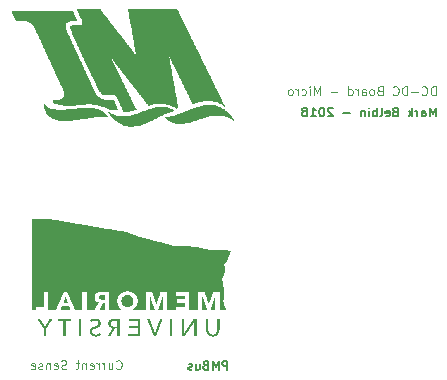
<source format=gbo>
G04 #@! TF.GenerationSoftware,KiCad,Pcbnew,(5.0.0)*
G04 #@! TF.CreationDate,2018-11-03T21:02:49-02:30*
G04 #@! TF.ProjectId,DC-DC Board Micro,44432D444320426F617264204D696372,rev?*
G04 #@! TF.SameCoordinates,Original*
G04 #@! TF.FileFunction,Legend,Bot*
G04 #@! TF.FilePolarity,Positive*
%FSLAX46Y46*%
G04 Gerber Fmt 4.6, Leading zero omitted, Abs format (unit mm)*
G04 Created by KiCad (PCBNEW (5.0.0)) date 11/03/18 21:02:49*
%MOMM*%
%LPD*%
G01*
G04 APERTURE LIST*
%ADD10C,0.187500*%
%ADD11C,0.125000*%
%ADD12C,0.100000*%
G04 APERTURE END LIST*
D10*
X104004857Y-67395285D02*
X104004857Y-66645285D01*
X103719142Y-66645285D01*
X103647714Y-66681000D01*
X103612000Y-66716714D01*
X103576285Y-66788142D01*
X103576285Y-66895285D01*
X103612000Y-66966714D01*
X103647714Y-67002428D01*
X103719142Y-67038142D01*
X104004857Y-67038142D01*
X103254857Y-67395285D02*
X103254857Y-66645285D01*
X103004857Y-67181000D01*
X102754857Y-66645285D01*
X102754857Y-67395285D01*
X102147714Y-67002428D02*
X102040571Y-67038142D01*
X102004857Y-67073857D01*
X101969142Y-67145285D01*
X101969142Y-67252428D01*
X102004857Y-67323857D01*
X102040571Y-67359571D01*
X102112000Y-67395285D01*
X102397714Y-67395285D01*
X102397714Y-66645285D01*
X102147714Y-66645285D01*
X102076285Y-66681000D01*
X102040571Y-66716714D01*
X102004857Y-66788142D01*
X102004857Y-66859571D01*
X102040571Y-66931000D01*
X102076285Y-66966714D01*
X102147714Y-67002428D01*
X102397714Y-67002428D01*
X101326285Y-66895285D02*
X101326285Y-67395285D01*
X101647714Y-66895285D02*
X101647714Y-67288142D01*
X101612000Y-67359571D01*
X101540571Y-67395285D01*
X101433428Y-67395285D01*
X101362000Y-67359571D01*
X101326285Y-67323857D01*
X101004857Y-67359571D02*
X100933428Y-67395285D01*
X100790571Y-67395285D01*
X100719142Y-67359571D01*
X100683428Y-67288142D01*
X100683428Y-67252428D01*
X100719142Y-67181000D01*
X100790571Y-67145285D01*
X100897714Y-67145285D01*
X100969142Y-67109571D01*
X101004857Y-67038142D01*
X101004857Y-67002428D01*
X100969142Y-66931000D01*
X100897714Y-66895285D01*
X100790571Y-66895285D01*
X100719142Y-66931000D01*
D11*
X94575000Y-67267857D02*
X94610714Y-67303571D01*
X94717857Y-67339285D01*
X94789285Y-67339285D01*
X94896428Y-67303571D01*
X94967857Y-67232142D01*
X95003571Y-67160714D01*
X95039285Y-67017857D01*
X95039285Y-66910714D01*
X95003571Y-66767857D01*
X94967857Y-66696428D01*
X94896428Y-66625000D01*
X94789285Y-66589285D01*
X94717857Y-66589285D01*
X94610714Y-66625000D01*
X94575000Y-66660714D01*
X93932142Y-66839285D02*
X93932142Y-67339285D01*
X94253571Y-66839285D02*
X94253571Y-67232142D01*
X94217857Y-67303571D01*
X94146428Y-67339285D01*
X94039285Y-67339285D01*
X93967857Y-67303571D01*
X93932142Y-67267857D01*
X93575000Y-67339285D02*
X93575000Y-66839285D01*
X93575000Y-66982142D02*
X93539285Y-66910714D01*
X93503571Y-66875000D01*
X93432142Y-66839285D01*
X93360714Y-66839285D01*
X93110714Y-67339285D02*
X93110714Y-66839285D01*
X93110714Y-66982142D02*
X93075000Y-66910714D01*
X93039285Y-66875000D01*
X92967857Y-66839285D01*
X92896428Y-66839285D01*
X92360714Y-67303571D02*
X92432142Y-67339285D01*
X92575000Y-67339285D01*
X92646428Y-67303571D01*
X92682142Y-67232142D01*
X92682142Y-66946428D01*
X92646428Y-66875000D01*
X92575000Y-66839285D01*
X92432142Y-66839285D01*
X92360714Y-66875000D01*
X92325000Y-66946428D01*
X92325000Y-67017857D01*
X92682142Y-67089285D01*
X92003571Y-66839285D02*
X92003571Y-67339285D01*
X92003571Y-66910714D02*
X91967857Y-66875000D01*
X91896428Y-66839285D01*
X91789285Y-66839285D01*
X91717857Y-66875000D01*
X91682142Y-66946428D01*
X91682142Y-67339285D01*
X91432142Y-66839285D02*
X91146428Y-66839285D01*
X91325000Y-66589285D02*
X91325000Y-67232142D01*
X91289285Y-67303571D01*
X91217857Y-67339285D01*
X91146428Y-67339285D01*
X90360714Y-67303571D02*
X90253571Y-67339285D01*
X90075000Y-67339285D01*
X90003571Y-67303571D01*
X89967857Y-67267857D01*
X89932142Y-67196428D01*
X89932142Y-67125000D01*
X89967857Y-67053571D01*
X90003571Y-67017857D01*
X90075000Y-66982142D01*
X90217857Y-66946428D01*
X90289285Y-66910714D01*
X90325000Y-66875000D01*
X90360714Y-66803571D01*
X90360714Y-66732142D01*
X90325000Y-66660714D01*
X90289285Y-66625000D01*
X90217857Y-66589285D01*
X90039285Y-66589285D01*
X89932142Y-66625000D01*
X89325000Y-67303571D02*
X89396428Y-67339285D01*
X89539285Y-67339285D01*
X89610714Y-67303571D01*
X89646428Y-67232142D01*
X89646428Y-66946428D01*
X89610714Y-66875000D01*
X89539285Y-66839285D01*
X89396428Y-66839285D01*
X89325000Y-66875000D01*
X89289285Y-66946428D01*
X89289285Y-67017857D01*
X89646428Y-67089285D01*
X88967857Y-66839285D02*
X88967857Y-67339285D01*
X88967857Y-66910714D02*
X88932142Y-66875000D01*
X88860714Y-66839285D01*
X88753571Y-66839285D01*
X88682142Y-66875000D01*
X88646428Y-66946428D01*
X88646428Y-67339285D01*
X88325000Y-67303571D02*
X88253571Y-67339285D01*
X88110714Y-67339285D01*
X88039285Y-67303571D01*
X88003571Y-67232142D01*
X88003571Y-67196428D01*
X88039285Y-67125000D01*
X88110714Y-67089285D01*
X88217857Y-67089285D01*
X88289285Y-67053571D01*
X88325000Y-66982142D01*
X88325000Y-66946428D01*
X88289285Y-66875000D01*
X88217857Y-66839285D01*
X88110714Y-66839285D01*
X88039285Y-66875000D01*
X87396428Y-67303571D02*
X87467857Y-67339285D01*
X87610714Y-67339285D01*
X87682142Y-67303571D01*
X87717857Y-67232142D01*
X87717857Y-66946428D01*
X87682142Y-66875000D01*
X87610714Y-66839285D01*
X87467857Y-66839285D01*
X87396428Y-66875000D01*
X87360714Y-66946428D01*
X87360714Y-67017857D01*
X87717857Y-67089285D01*
D10*
X121625000Y-45939285D02*
X121625000Y-45189285D01*
X121375000Y-45725000D01*
X121125000Y-45189285D01*
X121125000Y-45939285D01*
X120446428Y-45939285D02*
X120446428Y-45546428D01*
X120482142Y-45475000D01*
X120553571Y-45439285D01*
X120696428Y-45439285D01*
X120767857Y-45475000D01*
X120446428Y-45903571D02*
X120517857Y-45939285D01*
X120696428Y-45939285D01*
X120767857Y-45903571D01*
X120803571Y-45832142D01*
X120803571Y-45760714D01*
X120767857Y-45689285D01*
X120696428Y-45653571D01*
X120517857Y-45653571D01*
X120446428Y-45617857D01*
X120089285Y-45939285D02*
X120089285Y-45439285D01*
X120089285Y-45582142D02*
X120053571Y-45510714D01*
X120017857Y-45475000D01*
X119946428Y-45439285D01*
X119875000Y-45439285D01*
X119625000Y-45939285D02*
X119625000Y-45189285D01*
X119553571Y-45653571D02*
X119339285Y-45939285D01*
X119339285Y-45439285D02*
X119625000Y-45725000D01*
X118196428Y-45546428D02*
X118089285Y-45582142D01*
X118053571Y-45617857D01*
X118017857Y-45689285D01*
X118017857Y-45796428D01*
X118053571Y-45867857D01*
X118089285Y-45903571D01*
X118160714Y-45939285D01*
X118446428Y-45939285D01*
X118446428Y-45189285D01*
X118196428Y-45189285D01*
X118125000Y-45225000D01*
X118089285Y-45260714D01*
X118053571Y-45332142D01*
X118053571Y-45403571D01*
X118089285Y-45475000D01*
X118125000Y-45510714D01*
X118196428Y-45546428D01*
X118446428Y-45546428D01*
X117410714Y-45903571D02*
X117482142Y-45939285D01*
X117625000Y-45939285D01*
X117696428Y-45903571D01*
X117732142Y-45832142D01*
X117732142Y-45546428D01*
X117696428Y-45475000D01*
X117625000Y-45439285D01*
X117482142Y-45439285D01*
X117410714Y-45475000D01*
X117375000Y-45546428D01*
X117375000Y-45617857D01*
X117732142Y-45689285D01*
X116946428Y-45939285D02*
X117017857Y-45903571D01*
X117053571Y-45832142D01*
X117053571Y-45189285D01*
X116660714Y-45939285D02*
X116660714Y-45189285D01*
X116660714Y-45475000D02*
X116589285Y-45439285D01*
X116446428Y-45439285D01*
X116375000Y-45475000D01*
X116339285Y-45510714D01*
X116303571Y-45582142D01*
X116303571Y-45796428D01*
X116339285Y-45867857D01*
X116375000Y-45903571D01*
X116446428Y-45939285D01*
X116589285Y-45939285D01*
X116660714Y-45903571D01*
X115982142Y-45939285D02*
X115982142Y-45439285D01*
X115982142Y-45189285D02*
X116017857Y-45225000D01*
X115982142Y-45260714D01*
X115946428Y-45225000D01*
X115982142Y-45189285D01*
X115982142Y-45260714D01*
X115625000Y-45439285D02*
X115625000Y-45939285D01*
X115625000Y-45510714D02*
X115589285Y-45475000D01*
X115517857Y-45439285D01*
X115410714Y-45439285D01*
X115339285Y-45475000D01*
X115303571Y-45546428D01*
X115303571Y-45939285D01*
X114375000Y-45653571D02*
X113803571Y-45653571D01*
X112910714Y-45260714D02*
X112875000Y-45225000D01*
X112803571Y-45189285D01*
X112625000Y-45189285D01*
X112553571Y-45225000D01*
X112517857Y-45260714D01*
X112482142Y-45332142D01*
X112482142Y-45403571D01*
X112517857Y-45510714D01*
X112946428Y-45939285D01*
X112482142Y-45939285D01*
X112017857Y-45189285D02*
X111946428Y-45189285D01*
X111875000Y-45225000D01*
X111839285Y-45260714D01*
X111803571Y-45332142D01*
X111767857Y-45475000D01*
X111767857Y-45653571D01*
X111803571Y-45796428D01*
X111839285Y-45867857D01*
X111875000Y-45903571D01*
X111946428Y-45939285D01*
X112017857Y-45939285D01*
X112089285Y-45903571D01*
X112125000Y-45867857D01*
X112160714Y-45796428D01*
X112196428Y-45653571D01*
X112196428Y-45475000D01*
X112160714Y-45332142D01*
X112125000Y-45260714D01*
X112089285Y-45225000D01*
X112017857Y-45189285D01*
X111053571Y-45939285D02*
X111482142Y-45939285D01*
X111267857Y-45939285D02*
X111267857Y-45189285D01*
X111339285Y-45296428D01*
X111410714Y-45367857D01*
X111482142Y-45403571D01*
X110625000Y-45510714D02*
X110696428Y-45475000D01*
X110732142Y-45439285D01*
X110767857Y-45367857D01*
X110767857Y-45332142D01*
X110732142Y-45260714D01*
X110696428Y-45225000D01*
X110625000Y-45189285D01*
X110482142Y-45189285D01*
X110410714Y-45225000D01*
X110375000Y-45260714D01*
X110339285Y-45332142D01*
X110339285Y-45367857D01*
X110375000Y-45439285D01*
X110410714Y-45475000D01*
X110482142Y-45510714D01*
X110625000Y-45510714D01*
X110696428Y-45546428D01*
X110732142Y-45582142D01*
X110767857Y-45653571D01*
X110767857Y-45796428D01*
X110732142Y-45867857D01*
X110696428Y-45903571D01*
X110625000Y-45939285D01*
X110482142Y-45939285D01*
X110410714Y-45903571D01*
X110375000Y-45867857D01*
X110339285Y-45796428D01*
X110339285Y-45653571D01*
X110375000Y-45582142D01*
X110410714Y-45546428D01*
X110482142Y-45510714D01*
D11*
X121632142Y-44139285D02*
X121632142Y-43389285D01*
X121453571Y-43389285D01*
X121346428Y-43425000D01*
X121275000Y-43496428D01*
X121239285Y-43567857D01*
X121203571Y-43710714D01*
X121203571Y-43817857D01*
X121239285Y-43960714D01*
X121275000Y-44032142D01*
X121346428Y-44103571D01*
X121453571Y-44139285D01*
X121632142Y-44139285D01*
X120453571Y-44067857D02*
X120489285Y-44103571D01*
X120596428Y-44139285D01*
X120667857Y-44139285D01*
X120775000Y-44103571D01*
X120846428Y-44032142D01*
X120882142Y-43960714D01*
X120917857Y-43817857D01*
X120917857Y-43710714D01*
X120882142Y-43567857D01*
X120846428Y-43496428D01*
X120775000Y-43425000D01*
X120667857Y-43389285D01*
X120596428Y-43389285D01*
X120489285Y-43425000D01*
X120453571Y-43460714D01*
X120132142Y-43853571D02*
X119560714Y-43853571D01*
X119203571Y-44139285D02*
X119203571Y-43389285D01*
X119025000Y-43389285D01*
X118917857Y-43425000D01*
X118846428Y-43496428D01*
X118810714Y-43567857D01*
X118775000Y-43710714D01*
X118775000Y-43817857D01*
X118810714Y-43960714D01*
X118846428Y-44032142D01*
X118917857Y-44103571D01*
X119025000Y-44139285D01*
X119203571Y-44139285D01*
X118025000Y-44067857D02*
X118060714Y-44103571D01*
X118167857Y-44139285D01*
X118239285Y-44139285D01*
X118346428Y-44103571D01*
X118417857Y-44032142D01*
X118453571Y-43960714D01*
X118489285Y-43817857D01*
X118489285Y-43710714D01*
X118453571Y-43567857D01*
X118417857Y-43496428D01*
X118346428Y-43425000D01*
X118239285Y-43389285D01*
X118167857Y-43389285D01*
X118060714Y-43425000D01*
X118025000Y-43460714D01*
X116882142Y-43746428D02*
X116775000Y-43782142D01*
X116739285Y-43817857D01*
X116703571Y-43889285D01*
X116703571Y-43996428D01*
X116739285Y-44067857D01*
X116775000Y-44103571D01*
X116846428Y-44139285D01*
X117132142Y-44139285D01*
X117132142Y-43389285D01*
X116882142Y-43389285D01*
X116810714Y-43425000D01*
X116775000Y-43460714D01*
X116739285Y-43532142D01*
X116739285Y-43603571D01*
X116775000Y-43675000D01*
X116810714Y-43710714D01*
X116882142Y-43746428D01*
X117132142Y-43746428D01*
X116275000Y-44139285D02*
X116346428Y-44103571D01*
X116382142Y-44067857D01*
X116417857Y-43996428D01*
X116417857Y-43782142D01*
X116382142Y-43710714D01*
X116346428Y-43675000D01*
X116275000Y-43639285D01*
X116167857Y-43639285D01*
X116096428Y-43675000D01*
X116060714Y-43710714D01*
X116025000Y-43782142D01*
X116025000Y-43996428D01*
X116060714Y-44067857D01*
X116096428Y-44103571D01*
X116167857Y-44139285D01*
X116275000Y-44139285D01*
X115382142Y-44139285D02*
X115382142Y-43746428D01*
X115417857Y-43675000D01*
X115489285Y-43639285D01*
X115632142Y-43639285D01*
X115703571Y-43675000D01*
X115382142Y-44103571D02*
X115453571Y-44139285D01*
X115632142Y-44139285D01*
X115703571Y-44103571D01*
X115739285Y-44032142D01*
X115739285Y-43960714D01*
X115703571Y-43889285D01*
X115632142Y-43853571D01*
X115453571Y-43853571D01*
X115382142Y-43817857D01*
X115025000Y-44139285D02*
X115025000Y-43639285D01*
X115025000Y-43782142D02*
X114989285Y-43710714D01*
X114953571Y-43675000D01*
X114882142Y-43639285D01*
X114810714Y-43639285D01*
X114239285Y-44139285D02*
X114239285Y-43389285D01*
X114239285Y-44103571D02*
X114310714Y-44139285D01*
X114453571Y-44139285D01*
X114525000Y-44103571D01*
X114560714Y-44067857D01*
X114596428Y-43996428D01*
X114596428Y-43782142D01*
X114560714Y-43710714D01*
X114525000Y-43675000D01*
X114453571Y-43639285D01*
X114310714Y-43639285D01*
X114239285Y-43675000D01*
X113310714Y-43853571D02*
X112739285Y-43853571D01*
X111810714Y-44139285D02*
X111810714Y-43389285D01*
X111560714Y-43925000D01*
X111310714Y-43389285D01*
X111310714Y-44139285D01*
X110953571Y-44139285D02*
X110953571Y-43639285D01*
X110953571Y-43389285D02*
X110989285Y-43425000D01*
X110953571Y-43460714D01*
X110917857Y-43425000D01*
X110953571Y-43389285D01*
X110953571Y-43460714D01*
X110275000Y-44103571D02*
X110346428Y-44139285D01*
X110489285Y-44139285D01*
X110560714Y-44103571D01*
X110596428Y-44067857D01*
X110632142Y-43996428D01*
X110632142Y-43782142D01*
X110596428Y-43710714D01*
X110560714Y-43675000D01*
X110489285Y-43639285D01*
X110346428Y-43639285D01*
X110275000Y-43675000D01*
X109953571Y-44139285D02*
X109953571Y-43639285D01*
X109953571Y-43782142D02*
X109917857Y-43710714D01*
X109882142Y-43675000D01*
X109810714Y-43639285D01*
X109739285Y-43639285D01*
X109382142Y-44139285D02*
X109453571Y-44103571D01*
X109489285Y-44067857D01*
X109525000Y-43996428D01*
X109525000Y-43782142D01*
X109489285Y-43710714D01*
X109453571Y-43675000D01*
X109382142Y-43639285D01*
X109275000Y-43639285D01*
X109203571Y-43675000D01*
X109167857Y-43710714D01*
X109132142Y-43782142D01*
X109132142Y-43996428D01*
X109167857Y-44067857D01*
X109203571Y-44103571D01*
X109275000Y-44139285D01*
X109382142Y-44139285D01*
D12*
G04 #@! TO.C,U$16*
G36*
X93257500Y-36912500D02*
X91262500Y-36912500D01*
X91262500Y-36877500D01*
X93257500Y-36877500D01*
X93257500Y-36912500D01*
G37*
G36*
X99767500Y-36912500D02*
X95602500Y-36912500D01*
X95602500Y-36877500D01*
X99767500Y-36877500D01*
X99767500Y-36912500D01*
G37*
G36*
X93292500Y-36947500D02*
X91262500Y-36947500D01*
X91262500Y-36912500D01*
X93292500Y-36912500D01*
X93292500Y-36947500D01*
G37*
G36*
X99802500Y-36947500D02*
X95602500Y-36947500D01*
X95602500Y-36912500D01*
X99802500Y-36912500D01*
X99802500Y-36947500D01*
G37*
G36*
X93327500Y-36982500D02*
X91262500Y-36982500D01*
X91262500Y-36947500D01*
X93327500Y-36947500D01*
X93327500Y-36982500D01*
G37*
G36*
X99802500Y-36982500D02*
X95602500Y-36982500D01*
X95602500Y-36947500D01*
X99802500Y-36947500D01*
X99802500Y-36982500D01*
G37*
G36*
X90912500Y-37017500D02*
X85697500Y-37017500D01*
X85697500Y-36982500D01*
X90912500Y-36982500D01*
X90912500Y-37017500D01*
G37*
G36*
X93327500Y-37017500D02*
X91297500Y-37017500D01*
X91297500Y-36982500D01*
X93327500Y-36982500D01*
X93327500Y-37017500D01*
G37*
G36*
X99837500Y-37017500D02*
X95602500Y-37017500D01*
X95602500Y-36982500D01*
X99837500Y-36982500D01*
X99837500Y-37017500D01*
G37*
G36*
X90912500Y-37052500D02*
X85697500Y-37052500D01*
X85697500Y-37017500D01*
X90912500Y-37017500D01*
X90912500Y-37052500D01*
G37*
G36*
X93362500Y-37052500D02*
X91297500Y-37052500D01*
X91297500Y-37017500D01*
X93362500Y-37017500D01*
X93362500Y-37052500D01*
G37*
G36*
X99837500Y-37052500D02*
X95602500Y-37052500D01*
X95602500Y-37017500D01*
X99837500Y-37017500D01*
X99837500Y-37052500D01*
G37*
G36*
X90947500Y-37087500D02*
X85732500Y-37087500D01*
X85732500Y-37052500D01*
X90947500Y-37052500D01*
X90947500Y-37087500D01*
G37*
G36*
X93397500Y-37087500D02*
X91332500Y-37087500D01*
X91332500Y-37052500D01*
X93397500Y-37052500D01*
X93397500Y-37087500D01*
G37*
G36*
X99872500Y-37087500D02*
X95602500Y-37087500D01*
X95602500Y-37052500D01*
X99872500Y-37052500D01*
X99872500Y-37087500D01*
G37*
G36*
X90947500Y-37122500D02*
X85732500Y-37122500D01*
X85732500Y-37087500D01*
X90947500Y-37087500D01*
X90947500Y-37122500D01*
G37*
G36*
X93432500Y-37122500D02*
X91332500Y-37122500D01*
X91332500Y-37087500D01*
X93432500Y-37087500D01*
X93432500Y-37122500D01*
G37*
G36*
X99872500Y-37122500D02*
X95637500Y-37122500D01*
X95637500Y-37087500D01*
X99872500Y-37087500D01*
X99872500Y-37122500D01*
G37*
G36*
X90982500Y-37157500D02*
X85767500Y-37157500D01*
X85767500Y-37122500D01*
X90982500Y-37122500D01*
X90982500Y-37157500D01*
G37*
G36*
X93467500Y-37157500D02*
X91367500Y-37157500D01*
X91367500Y-37122500D01*
X93467500Y-37122500D01*
X93467500Y-37157500D01*
G37*
G36*
X99907500Y-37157500D02*
X95637500Y-37157500D01*
X95637500Y-37122500D01*
X99907500Y-37122500D01*
X99907500Y-37157500D01*
G37*
G36*
X90982500Y-37192500D02*
X85767500Y-37192500D01*
X85767500Y-37157500D01*
X90982500Y-37157500D01*
X90982500Y-37192500D01*
G37*
G36*
X93467500Y-37192500D02*
X91367500Y-37192500D01*
X91367500Y-37157500D01*
X93467500Y-37157500D01*
X93467500Y-37192500D01*
G37*
G36*
X99907500Y-37192500D02*
X95637500Y-37192500D01*
X95637500Y-37157500D01*
X99907500Y-37157500D01*
X99907500Y-37192500D01*
G37*
G36*
X91017500Y-37227500D02*
X85802500Y-37227500D01*
X85802500Y-37192500D01*
X91017500Y-37192500D01*
X91017500Y-37227500D01*
G37*
G36*
X93502500Y-37227500D02*
X91402500Y-37227500D01*
X91402500Y-37192500D01*
X93502500Y-37192500D01*
X93502500Y-37227500D01*
G37*
G36*
X99942500Y-37227500D02*
X95637500Y-37227500D01*
X95637500Y-37192500D01*
X99942500Y-37192500D01*
X99942500Y-37227500D01*
G37*
G36*
X91017500Y-37262500D02*
X85802500Y-37262500D01*
X85802500Y-37227500D01*
X91017500Y-37227500D01*
X91017500Y-37262500D01*
G37*
G36*
X93537500Y-37262500D02*
X91402500Y-37262500D01*
X91402500Y-37227500D01*
X93537500Y-37227500D01*
X93537500Y-37262500D01*
G37*
G36*
X99942500Y-37262500D02*
X95637500Y-37262500D01*
X95637500Y-37227500D01*
X99942500Y-37227500D01*
X99942500Y-37262500D01*
G37*
G36*
X91017500Y-37297500D02*
X85802500Y-37297500D01*
X85802500Y-37262500D01*
X91017500Y-37262500D01*
X91017500Y-37297500D01*
G37*
G36*
X93572500Y-37297500D02*
X91437500Y-37297500D01*
X91437500Y-37262500D01*
X93572500Y-37262500D01*
X93572500Y-37297500D01*
G37*
G36*
X99977500Y-37297500D02*
X95637500Y-37297500D01*
X95637500Y-37262500D01*
X99977500Y-37262500D01*
X99977500Y-37297500D01*
G37*
G36*
X91052500Y-37332500D02*
X85837500Y-37332500D01*
X85837500Y-37297500D01*
X91052500Y-37297500D01*
X91052500Y-37332500D01*
G37*
G36*
X93572500Y-37332500D02*
X91437500Y-37332500D01*
X91437500Y-37297500D01*
X93572500Y-37297500D01*
X93572500Y-37332500D01*
G37*
G36*
X99977500Y-37332500D02*
X95672500Y-37332500D01*
X95672500Y-37297500D01*
X99977500Y-37297500D01*
X99977500Y-37332500D01*
G37*
G36*
X91052500Y-37367500D02*
X85837500Y-37367500D01*
X85837500Y-37332500D01*
X91052500Y-37332500D01*
X91052500Y-37367500D01*
G37*
G36*
X93607500Y-37367500D02*
X91472500Y-37367500D01*
X91472500Y-37332500D01*
X93607500Y-37332500D01*
X93607500Y-37367500D01*
G37*
G36*
X100012500Y-37367500D02*
X95672500Y-37367500D01*
X95672500Y-37332500D01*
X100012500Y-37332500D01*
X100012500Y-37367500D01*
G37*
G36*
X91087500Y-37402500D02*
X85872500Y-37402500D01*
X85872500Y-37367500D01*
X91087500Y-37367500D01*
X91087500Y-37402500D01*
G37*
G36*
X93642500Y-37402500D02*
X91472500Y-37402500D01*
X91472500Y-37367500D01*
X93642500Y-37367500D01*
X93642500Y-37402500D01*
G37*
G36*
X100012500Y-37402500D02*
X95672500Y-37402500D01*
X95672500Y-37367500D01*
X100012500Y-37367500D01*
X100012500Y-37402500D01*
G37*
G36*
X91087500Y-37437500D02*
X85872500Y-37437500D01*
X85872500Y-37402500D01*
X91087500Y-37402500D01*
X91087500Y-37437500D01*
G37*
G36*
X93677500Y-37437500D02*
X91507500Y-37437500D01*
X91507500Y-37402500D01*
X93677500Y-37402500D01*
X93677500Y-37437500D01*
G37*
G36*
X100012500Y-37437500D02*
X95672500Y-37437500D01*
X95672500Y-37402500D01*
X100012500Y-37402500D01*
X100012500Y-37437500D01*
G37*
G36*
X91122500Y-37472500D02*
X85907500Y-37472500D01*
X85907500Y-37437500D01*
X91122500Y-37437500D01*
X91122500Y-37472500D01*
G37*
G36*
X93712500Y-37472500D02*
X91507500Y-37472500D01*
X91507500Y-37437500D01*
X93712500Y-37437500D01*
X93712500Y-37472500D01*
G37*
G36*
X100047500Y-37472500D02*
X95672500Y-37472500D01*
X95672500Y-37437500D01*
X100047500Y-37437500D01*
X100047500Y-37472500D01*
G37*
G36*
X91122500Y-37507500D02*
X85907500Y-37507500D01*
X85907500Y-37472500D01*
X91122500Y-37472500D01*
X91122500Y-37507500D01*
G37*
G36*
X93712500Y-37507500D02*
X91542500Y-37507500D01*
X91542500Y-37472500D01*
X93712500Y-37472500D01*
X93712500Y-37507500D01*
G37*
G36*
X100047500Y-37507500D02*
X95672500Y-37507500D01*
X95672500Y-37472500D01*
X100047500Y-37472500D01*
X100047500Y-37507500D01*
G37*
G36*
X91157500Y-37542500D02*
X85942500Y-37542500D01*
X85942500Y-37507500D01*
X91157500Y-37507500D01*
X91157500Y-37542500D01*
G37*
G36*
X93747500Y-37542500D02*
X91542500Y-37542500D01*
X91542500Y-37507500D01*
X93747500Y-37507500D01*
X93747500Y-37542500D01*
G37*
G36*
X100082500Y-37542500D02*
X95707500Y-37542500D01*
X95707500Y-37507500D01*
X100082500Y-37507500D01*
X100082500Y-37542500D01*
G37*
G36*
X91157500Y-37577500D02*
X85942500Y-37577500D01*
X85942500Y-37542500D01*
X91157500Y-37542500D01*
X91157500Y-37577500D01*
G37*
G36*
X93782500Y-37577500D02*
X91542500Y-37577500D01*
X91542500Y-37542500D01*
X93782500Y-37542500D01*
X93782500Y-37577500D01*
G37*
G36*
X100082500Y-37577500D02*
X95707500Y-37577500D01*
X95707500Y-37542500D01*
X100082500Y-37542500D01*
X100082500Y-37577500D01*
G37*
G36*
X91192500Y-37612500D02*
X85977500Y-37612500D01*
X85977500Y-37577500D01*
X91192500Y-37577500D01*
X91192500Y-37612500D01*
G37*
G36*
X93817500Y-37612500D02*
X91577500Y-37612500D01*
X91577500Y-37577500D01*
X93817500Y-37577500D01*
X93817500Y-37612500D01*
G37*
G36*
X100117500Y-37612500D02*
X95707500Y-37612500D01*
X95707500Y-37577500D01*
X100117500Y-37577500D01*
X100117500Y-37612500D01*
G37*
G36*
X91192500Y-37647500D02*
X85977500Y-37647500D01*
X85977500Y-37612500D01*
X91192500Y-37612500D01*
X91192500Y-37647500D01*
G37*
G36*
X93817500Y-37647500D02*
X91577500Y-37647500D01*
X91577500Y-37612500D01*
X93817500Y-37612500D01*
X93817500Y-37647500D01*
G37*
G36*
X100117500Y-37647500D02*
X95707500Y-37647500D01*
X95707500Y-37612500D01*
X100117500Y-37612500D01*
X100117500Y-37647500D01*
G37*
G36*
X91192500Y-37682500D02*
X86012500Y-37682500D01*
X86012500Y-37647500D01*
X91192500Y-37647500D01*
X91192500Y-37682500D01*
G37*
G36*
X93852500Y-37682500D02*
X91612500Y-37682500D01*
X91612500Y-37647500D01*
X93852500Y-37647500D01*
X93852500Y-37682500D01*
G37*
G36*
X100152500Y-37682500D02*
X95707500Y-37682500D01*
X95707500Y-37647500D01*
X100152500Y-37647500D01*
X100152500Y-37682500D01*
G37*
G36*
X91227500Y-37717500D02*
X86012500Y-37717500D01*
X86012500Y-37682500D01*
X91227500Y-37682500D01*
X91227500Y-37717500D01*
G37*
G36*
X93887500Y-37717500D02*
X91612500Y-37717500D01*
X91612500Y-37682500D01*
X93887500Y-37682500D01*
X93887500Y-37717500D01*
G37*
G36*
X100152500Y-37717500D02*
X95742500Y-37717500D01*
X95742500Y-37682500D01*
X100152500Y-37682500D01*
X100152500Y-37717500D01*
G37*
G36*
X91227500Y-37752500D02*
X86047500Y-37752500D01*
X86047500Y-37717500D01*
X91227500Y-37717500D01*
X91227500Y-37752500D01*
G37*
G36*
X93922500Y-37752500D02*
X91647500Y-37752500D01*
X91647500Y-37717500D01*
X93922500Y-37717500D01*
X93922500Y-37752500D01*
G37*
G36*
X100187500Y-37752500D02*
X95742500Y-37752500D01*
X95742500Y-37717500D01*
X100187500Y-37717500D01*
X100187500Y-37752500D01*
G37*
G36*
X91262500Y-37787500D02*
X86047500Y-37787500D01*
X86047500Y-37752500D01*
X91262500Y-37752500D01*
X91262500Y-37787500D01*
G37*
G36*
X93957500Y-37787500D02*
X91647500Y-37787500D01*
X91647500Y-37752500D01*
X93957500Y-37752500D01*
X93957500Y-37787500D01*
G37*
G36*
X100187500Y-37787500D02*
X95742500Y-37787500D01*
X95742500Y-37752500D01*
X100187500Y-37752500D01*
X100187500Y-37787500D01*
G37*
G36*
X91262500Y-37822500D02*
X86082500Y-37822500D01*
X86082500Y-37787500D01*
X91262500Y-37787500D01*
X91262500Y-37822500D01*
G37*
G36*
X93957500Y-37822500D02*
X91682500Y-37822500D01*
X91682500Y-37787500D01*
X93957500Y-37787500D01*
X93957500Y-37822500D01*
G37*
G36*
X100222500Y-37822500D02*
X95742500Y-37822500D01*
X95742500Y-37787500D01*
X100222500Y-37787500D01*
X100222500Y-37822500D01*
G37*
G36*
X91052500Y-37857500D02*
X86607500Y-37857500D01*
X86607500Y-37822500D01*
X91052500Y-37822500D01*
X91052500Y-37857500D01*
G37*
G36*
X93992500Y-37857500D02*
X91682500Y-37857500D01*
X91682500Y-37822500D01*
X93992500Y-37822500D01*
X93992500Y-37857500D01*
G37*
G36*
X100222500Y-37857500D02*
X95742500Y-37857500D01*
X95742500Y-37822500D01*
X100222500Y-37822500D01*
X100222500Y-37857500D01*
G37*
G36*
X90772500Y-37892500D02*
X86887500Y-37892500D01*
X86887500Y-37857500D01*
X90772500Y-37857500D01*
X90772500Y-37892500D01*
G37*
G36*
X94027500Y-37892500D02*
X91682500Y-37892500D01*
X91682500Y-37857500D01*
X94027500Y-37857500D01*
X94027500Y-37892500D01*
G37*
G36*
X100257500Y-37892500D02*
X95742500Y-37892500D01*
X95742500Y-37857500D01*
X100257500Y-37857500D01*
X100257500Y-37892500D01*
G37*
G36*
X90632500Y-37927500D02*
X87027500Y-37927500D01*
X87027500Y-37892500D01*
X90632500Y-37892500D01*
X90632500Y-37927500D01*
G37*
G36*
X94062500Y-37927500D02*
X91717500Y-37927500D01*
X91717500Y-37892500D01*
X94062500Y-37892500D01*
X94062500Y-37927500D01*
G37*
G36*
X100257500Y-37927500D02*
X95777500Y-37927500D01*
X95777500Y-37892500D01*
X100257500Y-37892500D01*
X100257500Y-37927500D01*
G37*
G36*
X90562500Y-37962500D02*
X87132500Y-37962500D01*
X87132500Y-37927500D01*
X90562500Y-37927500D01*
X90562500Y-37962500D01*
G37*
G36*
X94062500Y-37962500D02*
X91717500Y-37962500D01*
X91717500Y-37927500D01*
X94062500Y-37927500D01*
X94062500Y-37962500D01*
G37*
G36*
X100292500Y-37962500D02*
X95777500Y-37962500D01*
X95777500Y-37927500D01*
X100292500Y-37927500D01*
X100292500Y-37962500D01*
G37*
G36*
X90492500Y-37997500D02*
X87202500Y-37997500D01*
X87202500Y-37962500D01*
X90492500Y-37962500D01*
X90492500Y-37997500D01*
G37*
G36*
X94097500Y-37997500D02*
X91717500Y-37997500D01*
X91717500Y-37962500D01*
X94097500Y-37962500D01*
X94097500Y-37997500D01*
G37*
G36*
X100292500Y-37997500D02*
X95777500Y-37997500D01*
X95777500Y-37962500D01*
X100292500Y-37962500D01*
X100292500Y-37997500D01*
G37*
G36*
X90422500Y-38032500D02*
X87272500Y-38032500D01*
X87272500Y-37997500D01*
X90422500Y-37997500D01*
X90422500Y-38032500D01*
G37*
G36*
X94132500Y-38032500D02*
X91717500Y-38032500D01*
X91717500Y-37997500D01*
X94132500Y-37997500D01*
X94132500Y-38032500D01*
G37*
G36*
X100327500Y-38032500D02*
X95777500Y-38032500D01*
X95777500Y-37997500D01*
X100327500Y-37997500D01*
X100327500Y-38032500D01*
G37*
G36*
X90387500Y-38067500D02*
X87307500Y-38067500D01*
X87307500Y-38032500D01*
X90387500Y-38032500D01*
X90387500Y-38067500D01*
G37*
G36*
X94167500Y-38067500D02*
X91717500Y-38067500D01*
X91717500Y-38032500D01*
X94167500Y-38032500D01*
X94167500Y-38067500D01*
G37*
G36*
X100327500Y-38067500D02*
X95777500Y-38067500D01*
X95777500Y-38032500D01*
X100327500Y-38032500D01*
X100327500Y-38067500D01*
G37*
G36*
X90352500Y-38102500D02*
X87377500Y-38102500D01*
X87377500Y-38067500D01*
X90352500Y-38067500D01*
X90352500Y-38102500D01*
G37*
G36*
X94167500Y-38102500D02*
X91717500Y-38102500D01*
X91717500Y-38067500D01*
X94167500Y-38067500D01*
X94167500Y-38102500D01*
G37*
G36*
X100362500Y-38102500D02*
X95777500Y-38102500D01*
X95777500Y-38067500D01*
X100362500Y-38067500D01*
X100362500Y-38102500D01*
G37*
G36*
X90352500Y-38137500D02*
X87412500Y-38137500D01*
X87412500Y-38102500D01*
X90352500Y-38102500D01*
X90352500Y-38137500D01*
G37*
G36*
X94202500Y-38137500D02*
X91682500Y-38137500D01*
X91682500Y-38102500D01*
X94202500Y-38102500D01*
X94202500Y-38137500D01*
G37*
G36*
X100362500Y-38137500D02*
X95812500Y-38137500D01*
X95812500Y-38102500D01*
X100362500Y-38102500D01*
X100362500Y-38137500D01*
G37*
G36*
X90317500Y-38172500D02*
X87447500Y-38172500D01*
X87447500Y-38137500D01*
X90317500Y-38137500D01*
X90317500Y-38172500D01*
G37*
G36*
X94237500Y-38172500D02*
X91647500Y-38172500D01*
X91647500Y-38137500D01*
X94237500Y-38137500D01*
X94237500Y-38172500D01*
G37*
G36*
X100397500Y-38172500D02*
X95812500Y-38172500D01*
X95812500Y-38137500D01*
X100397500Y-38137500D01*
X100397500Y-38172500D01*
G37*
G36*
X90317500Y-38207500D02*
X87482500Y-38207500D01*
X87482500Y-38172500D01*
X90317500Y-38172500D01*
X90317500Y-38207500D01*
G37*
G36*
X94272500Y-38207500D02*
X91157500Y-38207500D01*
X91157500Y-38172500D01*
X94272500Y-38172500D01*
X94272500Y-38207500D01*
G37*
G36*
X100397500Y-38207500D02*
X95812500Y-38207500D01*
X95812500Y-38172500D01*
X100397500Y-38172500D01*
X100397500Y-38207500D01*
G37*
G36*
X90317500Y-38242500D02*
X87517500Y-38242500D01*
X87517500Y-38207500D01*
X90317500Y-38207500D01*
X90317500Y-38242500D01*
G37*
G36*
X94307500Y-38242500D02*
X90842500Y-38242500D01*
X90842500Y-38207500D01*
X94307500Y-38207500D01*
X94307500Y-38242500D01*
G37*
G36*
X100432500Y-38242500D02*
X95812500Y-38242500D01*
X95812500Y-38207500D01*
X100432500Y-38207500D01*
X100432500Y-38242500D01*
G37*
G36*
X90317500Y-38277500D02*
X87517500Y-38277500D01*
X87517500Y-38242500D01*
X90317500Y-38242500D01*
X90317500Y-38277500D01*
G37*
G36*
X94307500Y-38277500D02*
X90737500Y-38277500D01*
X90737500Y-38242500D01*
X94307500Y-38242500D01*
X94307500Y-38277500D01*
G37*
G36*
X100432500Y-38277500D02*
X95812500Y-38277500D01*
X95812500Y-38242500D01*
X100432500Y-38242500D01*
X100432500Y-38277500D01*
G37*
G36*
X90317500Y-38312500D02*
X87552500Y-38312500D01*
X87552500Y-38277500D01*
X90317500Y-38277500D01*
X90317500Y-38312500D01*
G37*
G36*
X94342500Y-38312500D02*
X90667500Y-38312500D01*
X90667500Y-38277500D01*
X94342500Y-38277500D01*
X94342500Y-38312500D01*
G37*
G36*
X100467500Y-38312500D02*
X95812500Y-38312500D01*
X95812500Y-38277500D01*
X100467500Y-38277500D01*
X100467500Y-38312500D01*
G37*
G36*
X90317500Y-38347500D02*
X87587500Y-38347500D01*
X87587500Y-38312500D01*
X90317500Y-38312500D01*
X90317500Y-38347500D01*
G37*
G36*
X94377500Y-38347500D02*
X90667500Y-38347500D01*
X90667500Y-38312500D01*
X94377500Y-38312500D01*
X94377500Y-38347500D01*
G37*
G36*
X100467500Y-38347500D02*
X95847500Y-38347500D01*
X95847500Y-38312500D01*
X100467500Y-38312500D01*
X100467500Y-38347500D01*
G37*
G36*
X90317500Y-38382500D02*
X87587500Y-38382500D01*
X87587500Y-38347500D01*
X90317500Y-38347500D01*
X90317500Y-38382500D01*
G37*
G36*
X94412500Y-38382500D02*
X90667500Y-38382500D01*
X90667500Y-38347500D01*
X94412500Y-38347500D01*
X94412500Y-38382500D01*
G37*
G36*
X100502500Y-38382500D02*
X95847500Y-38382500D01*
X95847500Y-38347500D01*
X100502500Y-38347500D01*
X100502500Y-38382500D01*
G37*
G36*
X90317500Y-38417500D02*
X87622500Y-38417500D01*
X87622500Y-38382500D01*
X90317500Y-38382500D01*
X90317500Y-38417500D01*
G37*
G36*
X94412500Y-38417500D02*
X90667500Y-38417500D01*
X90667500Y-38382500D01*
X94412500Y-38382500D01*
X94412500Y-38417500D01*
G37*
G36*
X100502500Y-38417500D02*
X95847500Y-38417500D01*
X95847500Y-38382500D01*
X100502500Y-38382500D01*
X100502500Y-38417500D01*
G37*
G36*
X90317500Y-38452500D02*
X87657500Y-38452500D01*
X87657500Y-38417500D01*
X90317500Y-38417500D01*
X90317500Y-38452500D01*
G37*
G36*
X94447500Y-38452500D02*
X90702500Y-38452500D01*
X90702500Y-38417500D01*
X94447500Y-38417500D01*
X94447500Y-38452500D01*
G37*
G36*
X100537500Y-38452500D02*
X95847500Y-38452500D01*
X95847500Y-38417500D01*
X100537500Y-38417500D01*
X100537500Y-38452500D01*
G37*
G36*
X90317500Y-38487500D02*
X87657500Y-38487500D01*
X87657500Y-38452500D01*
X90317500Y-38452500D01*
X90317500Y-38487500D01*
G37*
G36*
X94482500Y-38487500D02*
X90702500Y-38487500D01*
X90702500Y-38452500D01*
X94482500Y-38452500D01*
X94482500Y-38487500D01*
G37*
G36*
X100537500Y-38487500D02*
X95847500Y-38487500D01*
X95847500Y-38452500D01*
X100537500Y-38452500D01*
X100537500Y-38487500D01*
G37*
G36*
X90317500Y-38522500D02*
X87692500Y-38522500D01*
X87692500Y-38487500D01*
X90317500Y-38487500D01*
X90317500Y-38522500D01*
G37*
G36*
X94517500Y-38522500D02*
X90702500Y-38522500D01*
X90702500Y-38487500D01*
X94517500Y-38487500D01*
X94517500Y-38522500D01*
G37*
G36*
X100572500Y-38522500D02*
X95882500Y-38522500D01*
X95882500Y-38487500D01*
X100572500Y-38487500D01*
X100572500Y-38522500D01*
G37*
G36*
X90352500Y-38557500D02*
X87692500Y-38557500D01*
X87692500Y-38522500D01*
X90352500Y-38522500D01*
X90352500Y-38557500D01*
G37*
G36*
X94552500Y-38557500D02*
X90702500Y-38557500D01*
X90702500Y-38522500D01*
X94552500Y-38522500D01*
X94552500Y-38557500D01*
G37*
G36*
X100572500Y-38557500D02*
X95882500Y-38557500D01*
X95882500Y-38522500D01*
X100572500Y-38522500D01*
X100572500Y-38557500D01*
G37*
G36*
X90352500Y-38592500D02*
X87727500Y-38592500D01*
X87727500Y-38557500D01*
X90352500Y-38557500D01*
X90352500Y-38592500D01*
G37*
G36*
X94552500Y-38592500D02*
X90737500Y-38592500D01*
X90737500Y-38557500D01*
X94552500Y-38557500D01*
X94552500Y-38592500D01*
G37*
G36*
X100607500Y-38592500D02*
X95882500Y-38592500D01*
X95882500Y-38557500D01*
X100607500Y-38557500D01*
X100607500Y-38592500D01*
G37*
G36*
X90352500Y-38627500D02*
X87727500Y-38627500D01*
X87727500Y-38592500D01*
X90352500Y-38592500D01*
X90352500Y-38627500D01*
G37*
G36*
X94587500Y-38627500D02*
X90737500Y-38627500D01*
X90737500Y-38592500D01*
X94587500Y-38592500D01*
X94587500Y-38627500D01*
G37*
G36*
X100607500Y-38627500D02*
X95882500Y-38627500D01*
X95882500Y-38592500D01*
X100607500Y-38592500D01*
X100607500Y-38627500D01*
G37*
G36*
X90387500Y-38662500D02*
X87762500Y-38662500D01*
X87762500Y-38627500D01*
X90387500Y-38627500D01*
X90387500Y-38662500D01*
G37*
G36*
X94622500Y-38662500D02*
X90772500Y-38662500D01*
X90772500Y-38627500D01*
X94622500Y-38627500D01*
X94622500Y-38662500D01*
G37*
G36*
X100642500Y-38662500D02*
X95882500Y-38662500D01*
X95882500Y-38627500D01*
X100642500Y-38627500D01*
X100642500Y-38662500D01*
G37*
G36*
X90387500Y-38697500D02*
X87762500Y-38697500D01*
X87762500Y-38662500D01*
X90387500Y-38662500D01*
X90387500Y-38697500D01*
G37*
G36*
X94657500Y-38697500D02*
X90772500Y-38697500D01*
X90772500Y-38662500D01*
X94657500Y-38662500D01*
X94657500Y-38697500D01*
G37*
G36*
X100642500Y-38697500D02*
X95882500Y-38697500D01*
X95882500Y-38662500D01*
X100642500Y-38662500D01*
X100642500Y-38697500D01*
G37*
G36*
X90422500Y-38732500D02*
X87797500Y-38732500D01*
X87797500Y-38697500D01*
X90422500Y-38697500D01*
X90422500Y-38732500D01*
G37*
G36*
X94657500Y-38732500D02*
X90772500Y-38732500D01*
X90772500Y-38697500D01*
X94657500Y-38697500D01*
X94657500Y-38732500D01*
G37*
G36*
X100677500Y-38732500D02*
X95917500Y-38732500D01*
X95917500Y-38697500D01*
X100677500Y-38697500D01*
X100677500Y-38732500D01*
G37*
G36*
X90422500Y-38767500D02*
X87797500Y-38767500D01*
X87797500Y-38732500D01*
X90422500Y-38732500D01*
X90422500Y-38767500D01*
G37*
G36*
X94692500Y-38767500D02*
X90807500Y-38767500D01*
X90807500Y-38732500D01*
X94692500Y-38732500D01*
X94692500Y-38767500D01*
G37*
G36*
X100677500Y-38767500D02*
X95917500Y-38767500D01*
X95917500Y-38732500D01*
X100677500Y-38732500D01*
X100677500Y-38767500D01*
G37*
G36*
X90457500Y-38802500D02*
X87832500Y-38802500D01*
X87832500Y-38767500D01*
X90457500Y-38767500D01*
X90457500Y-38802500D01*
G37*
G36*
X94727500Y-38802500D02*
X90807500Y-38802500D01*
X90807500Y-38767500D01*
X94727500Y-38767500D01*
X94727500Y-38802500D01*
G37*
G36*
X100712500Y-38802500D02*
X95917500Y-38802500D01*
X95917500Y-38767500D01*
X100712500Y-38767500D01*
X100712500Y-38802500D01*
G37*
G36*
X90457500Y-38837500D02*
X87832500Y-38837500D01*
X87832500Y-38802500D01*
X90457500Y-38802500D01*
X90457500Y-38837500D01*
G37*
G36*
X94762500Y-38837500D02*
X90807500Y-38837500D01*
X90807500Y-38802500D01*
X94762500Y-38802500D01*
X94762500Y-38837500D01*
G37*
G36*
X100712500Y-38837500D02*
X95917500Y-38837500D01*
X95917500Y-38802500D01*
X100712500Y-38802500D01*
X100712500Y-38837500D01*
G37*
G36*
X90457500Y-38872500D02*
X87867500Y-38872500D01*
X87867500Y-38837500D01*
X90457500Y-38837500D01*
X90457500Y-38872500D01*
G37*
G36*
X94797500Y-38872500D02*
X90842500Y-38872500D01*
X90842500Y-38837500D01*
X94797500Y-38837500D01*
X94797500Y-38872500D01*
G37*
G36*
X100747500Y-38872500D02*
X95917500Y-38872500D01*
X95917500Y-38837500D01*
X100747500Y-38837500D01*
X100747500Y-38872500D01*
G37*
G36*
X90492500Y-38907500D02*
X87867500Y-38907500D01*
X87867500Y-38872500D01*
X90492500Y-38872500D01*
X90492500Y-38907500D01*
G37*
G36*
X94797500Y-38907500D02*
X90842500Y-38907500D01*
X90842500Y-38872500D01*
X94797500Y-38872500D01*
X94797500Y-38907500D01*
G37*
G36*
X100747500Y-38907500D02*
X95917500Y-38907500D01*
X95917500Y-38872500D01*
X100747500Y-38872500D01*
X100747500Y-38907500D01*
G37*
G36*
X90492500Y-38942500D02*
X87902500Y-38942500D01*
X87902500Y-38907500D01*
X90492500Y-38907500D01*
X90492500Y-38942500D01*
G37*
G36*
X94832500Y-38942500D02*
X90877500Y-38942500D01*
X90877500Y-38907500D01*
X94832500Y-38907500D01*
X94832500Y-38942500D01*
G37*
G36*
X100782500Y-38942500D02*
X95952500Y-38942500D01*
X95952500Y-38907500D01*
X100782500Y-38907500D01*
X100782500Y-38942500D01*
G37*
G36*
X90527500Y-38977500D02*
X87902500Y-38977500D01*
X87902500Y-38942500D01*
X90527500Y-38942500D01*
X90527500Y-38977500D01*
G37*
G36*
X94867500Y-38977500D02*
X90877500Y-38977500D01*
X90877500Y-38942500D01*
X94867500Y-38942500D01*
X94867500Y-38977500D01*
G37*
G36*
X100782500Y-38977500D02*
X95952500Y-38977500D01*
X95952500Y-38942500D01*
X100782500Y-38942500D01*
X100782500Y-38977500D01*
G37*
G36*
X90527500Y-39012500D02*
X87937500Y-39012500D01*
X87937500Y-38977500D01*
X90527500Y-38977500D01*
X90527500Y-39012500D01*
G37*
G36*
X94902500Y-39012500D02*
X90877500Y-39012500D01*
X90877500Y-38977500D01*
X94902500Y-38977500D01*
X94902500Y-39012500D01*
G37*
G36*
X100817500Y-39012500D02*
X95952500Y-39012500D01*
X95952500Y-38977500D01*
X100817500Y-38977500D01*
X100817500Y-39012500D01*
G37*
G36*
X90562500Y-39047500D02*
X87937500Y-39047500D01*
X87937500Y-39012500D01*
X90562500Y-39012500D01*
X90562500Y-39047500D01*
G37*
G36*
X94902500Y-39047500D02*
X90912500Y-39047500D01*
X90912500Y-39012500D01*
X94902500Y-39012500D01*
X94902500Y-39047500D01*
G37*
G36*
X100817500Y-39047500D02*
X95952500Y-39047500D01*
X95952500Y-39012500D01*
X100817500Y-39012500D01*
X100817500Y-39047500D01*
G37*
G36*
X90562500Y-39082500D02*
X87972500Y-39082500D01*
X87972500Y-39047500D01*
X90562500Y-39047500D01*
X90562500Y-39082500D01*
G37*
G36*
X94937500Y-39082500D02*
X90912500Y-39082500D01*
X90912500Y-39047500D01*
X94937500Y-39047500D01*
X94937500Y-39082500D01*
G37*
G36*
X100852500Y-39082500D02*
X95952500Y-39082500D01*
X95952500Y-39047500D01*
X100852500Y-39047500D01*
X100852500Y-39082500D01*
G37*
G36*
X90597500Y-39117500D02*
X87972500Y-39117500D01*
X87972500Y-39082500D01*
X90597500Y-39082500D01*
X90597500Y-39117500D01*
G37*
G36*
X94972500Y-39117500D02*
X90947500Y-39117500D01*
X90947500Y-39082500D01*
X94972500Y-39082500D01*
X94972500Y-39117500D01*
G37*
G36*
X100852500Y-39117500D02*
X95987500Y-39117500D01*
X95987500Y-39082500D01*
X100852500Y-39082500D01*
X100852500Y-39117500D01*
G37*
G36*
X90597500Y-39152500D02*
X88007500Y-39152500D01*
X88007500Y-39117500D01*
X90597500Y-39117500D01*
X90597500Y-39152500D01*
G37*
G36*
X95007500Y-39152500D02*
X90947500Y-39152500D01*
X90947500Y-39117500D01*
X95007500Y-39117500D01*
X95007500Y-39152500D01*
G37*
G36*
X100852500Y-39152500D02*
X95987500Y-39152500D01*
X95987500Y-39117500D01*
X100852500Y-39117500D01*
X100852500Y-39152500D01*
G37*
G36*
X90632500Y-39187500D02*
X88007500Y-39187500D01*
X88007500Y-39152500D01*
X90632500Y-39152500D01*
X90632500Y-39187500D01*
G37*
G36*
X95042500Y-39187500D02*
X90947500Y-39187500D01*
X90947500Y-39152500D01*
X95042500Y-39152500D01*
X95042500Y-39187500D01*
G37*
G36*
X100887500Y-39187500D02*
X95987500Y-39187500D01*
X95987500Y-39152500D01*
X100887500Y-39152500D01*
X100887500Y-39187500D01*
G37*
G36*
X90632500Y-39222500D02*
X88007500Y-39222500D01*
X88007500Y-39187500D01*
X90632500Y-39187500D01*
X90632500Y-39222500D01*
G37*
G36*
X95042500Y-39222500D02*
X90982500Y-39222500D01*
X90982500Y-39187500D01*
X95042500Y-39187500D01*
X95042500Y-39222500D01*
G37*
G36*
X100887500Y-39222500D02*
X95987500Y-39222500D01*
X95987500Y-39187500D01*
X100887500Y-39187500D01*
X100887500Y-39222500D01*
G37*
G36*
X90667500Y-39257500D02*
X88042500Y-39257500D01*
X88042500Y-39222500D01*
X90667500Y-39222500D01*
X90667500Y-39257500D01*
G37*
G36*
X95077500Y-39257500D02*
X90982500Y-39257500D01*
X90982500Y-39222500D01*
X95077500Y-39222500D01*
X95077500Y-39257500D01*
G37*
G36*
X100922500Y-39257500D02*
X95987500Y-39257500D01*
X95987500Y-39222500D01*
X100922500Y-39222500D01*
X100922500Y-39257500D01*
G37*
G36*
X90667500Y-39292500D02*
X88042500Y-39292500D01*
X88042500Y-39257500D01*
X90667500Y-39257500D01*
X90667500Y-39292500D01*
G37*
G36*
X95112500Y-39292500D02*
X91017500Y-39292500D01*
X91017500Y-39257500D01*
X95112500Y-39257500D01*
X95112500Y-39292500D01*
G37*
G36*
X100922500Y-39292500D02*
X95987500Y-39292500D01*
X95987500Y-39257500D01*
X100922500Y-39257500D01*
X100922500Y-39292500D01*
G37*
G36*
X90667500Y-39327500D02*
X88077500Y-39327500D01*
X88077500Y-39292500D01*
X90667500Y-39292500D01*
X90667500Y-39327500D01*
G37*
G36*
X95147500Y-39327500D02*
X91017500Y-39327500D01*
X91017500Y-39292500D01*
X95147500Y-39292500D01*
X95147500Y-39327500D01*
G37*
G36*
X100957500Y-39327500D02*
X96022500Y-39327500D01*
X96022500Y-39292500D01*
X100957500Y-39292500D01*
X100957500Y-39327500D01*
G37*
G36*
X90702500Y-39362500D02*
X88077500Y-39362500D01*
X88077500Y-39327500D01*
X90702500Y-39327500D01*
X90702500Y-39362500D01*
G37*
G36*
X95147500Y-39362500D02*
X91052500Y-39362500D01*
X91052500Y-39327500D01*
X95147500Y-39327500D01*
X95147500Y-39362500D01*
G37*
G36*
X100957500Y-39362500D02*
X96022500Y-39362500D01*
X96022500Y-39327500D01*
X100957500Y-39327500D01*
X100957500Y-39362500D01*
G37*
G36*
X90702500Y-39397500D02*
X88112500Y-39397500D01*
X88112500Y-39362500D01*
X90702500Y-39362500D01*
X90702500Y-39397500D01*
G37*
G36*
X95182500Y-39397500D02*
X91052500Y-39397500D01*
X91052500Y-39362500D01*
X95182500Y-39362500D01*
X95182500Y-39397500D01*
G37*
G36*
X100992500Y-39397500D02*
X96022500Y-39397500D01*
X96022500Y-39362500D01*
X100992500Y-39362500D01*
X100992500Y-39397500D01*
G37*
G36*
X90737500Y-39432500D02*
X88112500Y-39432500D01*
X88112500Y-39397500D01*
X90737500Y-39397500D01*
X90737500Y-39432500D01*
G37*
G36*
X95217500Y-39432500D02*
X91087500Y-39432500D01*
X91087500Y-39397500D01*
X95217500Y-39397500D01*
X95217500Y-39432500D01*
G37*
G36*
X100992500Y-39432500D02*
X96022500Y-39432500D01*
X96022500Y-39397500D01*
X100992500Y-39397500D01*
X100992500Y-39432500D01*
G37*
G36*
X90737500Y-39467500D02*
X88147500Y-39467500D01*
X88147500Y-39432500D01*
X90737500Y-39432500D01*
X90737500Y-39467500D01*
G37*
G36*
X95252500Y-39467500D02*
X91087500Y-39467500D01*
X91087500Y-39432500D01*
X95252500Y-39432500D01*
X95252500Y-39467500D01*
G37*
G36*
X101027500Y-39467500D02*
X96022500Y-39467500D01*
X96022500Y-39432500D01*
X101027500Y-39432500D01*
X101027500Y-39467500D01*
G37*
G36*
X90772500Y-39502500D02*
X88147500Y-39502500D01*
X88147500Y-39467500D01*
X90772500Y-39467500D01*
X90772500Y-39502500D01*
G37*
G36*
X95287500Y-39502500D02*
X91087500Y-39502500D01*
X91087500Y-39467500D01*
X95287500Y-39467500D01*
X95287500Y-39502500D01*
G37*
G36*
X101027500Y-39502500D02*
X96022500Y-39502500D01*
X96022500Y-39467500D01*
X101027500Y-39467500D01*
X101027500Y-39502500D01*
G37*
G36*
X90772500Y-39537500D02*
X88182500Y-39537500D01*
X88182500Y-39502500D01*
X90772500Y-39502500D01*
X90772500Y-39537500D01*
G37*
G36*
X95287500Y-39537500D02*
X91122500Y-39537500D01*
X91122500Y-39502500D01*
X95287500Y-39502500D01*
X95287500Y-39537500D01*
G37*
G36*
X101062500Y-39537500D02*
X96057500Y-39537500D01*
X96057500Y-39502500D01*
X101062500Y-39502500D01*
X101062500Y-39537500D01*
G37*
G36*
X90807500Y-39572500D02*
X88182500Y-39572500D01*
X88182500Y-39537500D01*
X90807500Y-39537500D01*
X90807500Y-39572500D01*
G37*
G36*
X95322500Y-39572500D02*
X91122500Y-39572500D01*
X91122500Y-39537500D01*
X95322500Y-39537500D01*
X95322500Y-39572500D01*
G37*
G36*
X101062500Y-39572500D02*
X96057500Y-39572500D01*
X96057500Y-39537500D01*
X101062500Y-39537500D01*
X101062500Y-39572500D01*
G37*
G36*
X90807500Y-39607500D02*
X88182500Y-39607500D01*
X88182500Y-39572500D01*
X90807500Y-39572500D01*
X90807500Y-39607500D01*
G37*
G36*
X95357500Y-39607500D02*
X91157500Y-39607500D01*
X91157500Y-39572500D01*
X95357500Y-39572500D01*
X95357500Y-39607500D01*
G37*
G36*
X101097500Y-39607500D02*
X96057500Y-39607500D01*
X96057500Y-39572500D01*
X101097500Y-39572500D01*
X101097500Y-39607500D01*
G37*
G36*
X90842500Y-39642500D02*
X88217500Y-39642500D01*
X88217500Y-39607500D01*
X90842500Y-39607500D01*
X90842500Y-39642500D01*
G37*
G36*
X95392500Y-39642500D02*
X91157500Y-39642500D01*
X91157500Y-39607500D01*
X95392500Y-39607500D01*
X95392500Y-39642500D01*
G37*
G36*
X101097500Y-39642500D02*
X96057500Y-39642500D01*
X96057500Y-39607500D01*
X101097500Y-39607500D01*
X101097500Y-39642500D01*
G37*
G36*
X90842500Y-39677500D02*
X88217500Y-39677500D01*
X88217500Y-39642500D01*
X90842500Y-39642500D01*
X90842500Y-39677500D01*
G37*
G36*
X95392500Y-39677500D02*
X91192500Y-39677500D01*
X91192500Y-39642500D01*
X95392500Y-39642500D01*
X95392500Y-39677500D01*
G37*
G36*
X101132500Y-39677500D02*
X96057500Y-39677500D01*
X96057500Y-39642500D01*
X101132500Y-39642500D01*
X101132500Y-39677500D01*
G37*
G36*
X90877500Y-39712500D02*
X88252500Y-39712500D01*
X88252500Y-39677500D01*
X90877500Y-39677500D01*
X90877500Y-39712500D01*
G37*
G36*
X95427500Y-39712500D02*
X91192500Y-39712500D01*
X91192500Y-39677500D01*
X95427500Y-39677500D01*
X95427500Y-39712500D01*
G37*
G36*
X101132500Y-39712500D02*
X96092500Y-39712500D01*
X96092500Y-39677500D01*
X101132500Y-39677500D01*
X101132500Y-39712500D01*
G37*
G36*
X90877500Y-39747500D02*
X88252500Y-39747500D01*
X88252500Y-39712500D01*
X90877500Y-39712500D01*
X90877500Y-39747500D01*
G37*
G36*
X95462500Y-39747500D02*
X91227500Y-39747500D01*
X91227500Y-39712500D01*
X95462500Y-39712500D01*
X95462500Y-39747500D01*
G37*
G36*
X101167500Y-39747500D02*
X96092500Y-39747500D01*
X96092500Y-39712500D01*
X101167500Y-39712500D01*
X101167500Y-39747500D01*
G37*
G36*
X90877500Y-39782500D02*
X88287500Y-39782500D01*
X88287500Y-39747500D01*
X90877500Y-39747500D01*
X90877500Y-39782500D01*
G37*
G36*
X95497500Y-39782500D02*
X91227500Y-39782500D01*
X91227500Y-39747500D01*
X95497500Y-39747500D01*
X95497500Y-39782500D01*
G37*
G36*
X101167500Y-39782500D02*
X96092500Y-39782500D01*
X96092500Y-39747500D01*
X101167500Y-39747500D01*
X101167500Y-39782500D01*
G37*
G36*
X90912500Y-39817500D02*
X88287500Y-39817500D01*
X88287500Y-39782500D01*
X90912500Y-39782500D01*
X90912500Y-39817500D01*
G37*
G36*
X95532500Y-39817500D02*
X91262500Y-39817500D01*
X91262500Y-39782500D01*
X95532500Y-39782500D01*
X95532500Y-39817500D01*
G37*
G36*
X101202500Y-39817500D02*
X96092500Y-39817500D01*
X96092500Y-39782500D01*
X101202500Y-39782500D01*
X101202500Y-39817500D01*
G37*
G36*
X90912500Y-39852500D02*
X88322500Y-39852500D01*
X88322500Y-39817500D01*
X90912500Y-39817500D01*
X90912500Y-39852500D01*
G37*
G36*
X95532500Y-39852500D02*
X91262500Y-39852500D01*
X91262500Y-39817500D01*
X95532500Y-39817500D01*
X95532500Y-39852500D01*
G37*
G36*
X101202500Y-39852500D02*
X96092500Y-39852500D01*
X96092500Y-39817500D01*
X101202500Y-39817500D01*
X101202500Y-39852500D01*
G37*
G36*
X90947500Y-39887500D02*
X88322500Y-39887500D01*
X88322500Y-39852500D01*
X90947500Y-39852500D01*
X90947500Y-39887500D01*
G37*
G36*
X95567500Y-39887500D02*
X91262500Y-39887500D01*
X91262500Y-39852500D01*
X95567500Y-39852500D01*
X95567500Y-39887500D01*
G37*
G36*
X101237500Y-39887500D02*
X96092500Y-39887500D01*
X96092500Y-39852500D01*
X101237500Y-39852500D01*
X101237500Y-39887500D01*
G37*
G36*
X90947500Y-39922500D02*
X88357500Y-39922500D01*
X88357500Y-39887500D01*
X90947500Y-39887500D01*
X90947500Y-39922500D01*
G37*
G36*
X95602500Y-39922500D02*
X91297500Y-39922500D01*
X91297500Y-39887500D01*
X95602500Y-39887500D01*
X95602500Y-39922500D01*
G37*
G36*
X101237500Y-39922500D02*
X96127500Y-39922500D01*
X96127500Y-39887500D01*
X101237500Y-39887500D01*
X101237500Y-39922500D01*
G37*
G36*
X90982500Y-39957500D02*
X88357500Y-39957500D01*
X88357500Y-39922500D01*
X90982500Y-39922500D01*
X90982500Y-39957500D01*
G37*
G36*
X95637500Y-39957500D02*
X91297500Y-39957500D01*
X91297500Y-39922500D01*
X95637500Y-39922500D01*
X95637500Y-39957500D01*
G37*
G36*
X101272500Y-39957500D02*
X96127500Y-39957500D01*
X96127500Y-39922500D01*
X101272500Y-39922500D01*
X101272500Y-39957500D01*
G37*
G36*
X90982500Y-39992500D02*
X88357500Y-39992500D01*
X88357500Y-39957500D01*
X90982500Y-39957500D01*
X90982500Y-39992500D01*
G37*
G36*
X95637500Y-39992500D02*
X91332500Y-39992500D01*
X91332500Y-39957500D01*
X95637500Y-39957500D01*
X95637500Y-39992500D01*
G37*
G36*
X101272500Y-39992500D02*
X96127500Y-39992500D01*
X96127500Y-39957500D01*
X101272500Y-39957500D01*
X101272500Y-39992500D01*
G37*
G36*
X91017500Y-40027500D02*
X88392500Y-40027500D01*
X88392500Y-39992500D01*
X91017500Y-39992500D01*
X91017500Y-40027500D01*
G37*
G36*
X95672500Y-40027500D02*
X91332500Y-40027500D01*
X91332500Y-39992500D01*
X95672500Y-39992500D01*
X95672500Y-40027500D01*
G37*
G36*
X101307500Y-40027500D02*
X96127500Y-40027500D01*
X96127500Y-39992500D01*
X101307500Y-39992500D01*
X101307500Y-40027500D01*
G37*
G36*
X91017500Y-40062500D02*
X88392500Y-40062500D01*
X88392500Y-40027500D01*
X91017500Y-40027500D01*
X91017500Y-40062500D01*
G37*
G36*
X95707500Y-40062500D02*
X91367500Y-40062500D01*
X91367500Y-40027500D01*
X95707500Y-40027500D01*
X95707500Y-40062500D01*
G37*
G36*
X101307500Y-40062500D02*
X96127500Y-40062500D01*
X96127500Y-40027500D01*
X101307500Y-40027500D01*
X101307500Y-40062500D01*
G37*
G36*
X91052500Y-40097500D02*
X88427500Y-40097500D01*
X88427500Y-40062500D01*
X91052500Y-40062500D01*
X91052500Y-40097500D01*
G37*
G36*
X95742500Y-40097500D02*
X91367500Y-40097500D01*
X91367500Y-40062500D01*
X95742500Y-40062500D01*
X95742500Y-40097500D01*
G37*
G36*
X101342500Y-40097500D02*
X96127500Y-40097500D01*
X96127500Y-40062500D01*
X101342500Y-40062500D01*
X101342500Y-40097500D01*
G37*
G36*
X91052500Y-40132500D02*
X88427500Y-40132500D01*
X88427500Y-40097500D01*
X91052500Y-40097500D01*
X91052500Y-40132500D01*
G37*
G36*
X95777500Y-40132500D02*
X91402500Y-40132500D01*
X91402500Y-40097500D01*
X95777500Y-40097500D01*
X95777500Y-40132500D01*
G37*
G36*
X101342500Y-40132500D02*
X96162500Y-40132500D01*
X96162500Y-40097500D01*
X101342500Y-40097500D01*
X101342500Y-40132500D01*
G37*
G36*
X91052500Y-40167500D02*
X88462500Y-40167500D01*
X88462500Y-40132500D01*
X91052500Y-40132500D01*
X91052500Y-40167500D01*
G37*
G36*
X95777500Y-40167500D02*
X91402500Y-40167500D01*
X91402500Y-40132500D01*
X95777500Y-40132500D01*
X95777500Y-40167500D01*
G37*
G36*
X101377500Y-40167500D02*
X96162500Y-40167500D01*
X96162500Y-40132500D01*
X101377500Y-40132500D01*
X101377500Y-40167500D01*
G37*
G36*
X91087500Y-40202500D02*
X88462500Y-40202500D01*
X88462500Y-40167500D01*
X91087500Y-40167500D01*
X91087500Y-40202500D01*
G37*
G36*
X95812500Y-40202500D02*
X91437500Y-40202500D01*
X91437500Y-40167500D01*
X95812500Y-40167500D01*
X95812500Y-40202500D01*
G37*
G36*
X101377500Y-40202500D02*
X96162500Y-40202500D01*
X96162500Y-40167500D01*
X101377500Y-40167500D01*
X101377500Y-40202500D01*
G37*
G36*
X91087500Y-40237500D02*
X88497500Y-40237500D01*
X88497500Y-40202500D01*
X91087500Y-40202500D01*
X91087500Y-40237500D01*
G37*
G36*
X95847500Y-40237500D02*
X91437500Y-40237500D01*
X91437500Y-40202500D01*
X95847500Y-40202500D01*
X95847500Y-40237500D01*
G37*
G36*
X101412500Y-40237500D02*
X96162500Y-40237500D01*
X96162500Y-40202500D01*
X101412500Y-40202500D01*
X101412500Y-40237500D01*
G37*
G36*
X91122500Y-40272500D02*
X88497500Y-40272500D01*
X88497500Y-40237500D01*
X91122500Y-40237500D01*
X91122500Y-40272500D01*
G37*
G36*
X95882500Y-40272500D02*
X91437500Y-40272500D01*
X91437500Y-40237500D01*
X95882500Y-40237500D01*
X95882500Y-40272500D01*
G37*
G36*
X101412500Y-40272500D02*
X96162500Y-40272500D01*
X96162500Y-40237500D01*
X101412500Y-40237500D01*
X101412500Y-40272500D01*
G37*
G36*
X91122500Y-40307500D02*
X88532500Y-40307500D01*
X88532500Y-40272500D01*
X91122500Y-40272500D01*
X91122500Y-40307500D01*
G37*
G36*
X95882500Y-40307500D02*
X91472500Y-40307500D01*
X91472500Y-40272500D01*
X95882500Y-40272500D01*
X95882500Y-40307500D01*
G37*
G36*
X101447500Y-40307500D02*
X96197500Y-40307500D01*
X96197500Y-40272500D01*
X101447500Y-40272500D01*
X101447500Y-40307500D01*
G37*
G36*
X91157500Y-40342500D02*
X88532500Y-40342500D01*
X88532500Y-40307500D01*
X91157500Y-40307500D01*
X91157500Y-40342500D01*
G37*
G36*
X95917500Y-40342500D02*
X91472500Y-40342500D01*
X91472500Y-40307500D01*
X95917500Y-40307500D01*
X95917500Y-40342500D01*
G37*
G36*
X101447500Y-40342500D02*
X96197500Y-40342500D01*
X96197500Y-40307500D01*
X101447500Y-40307500D01*
X101447500Y-40342500D01*
G37*
G36*
X91157500Y-40377500D02*
X88567500Y-40377500D01*
X88567500Y-40342500D01*
X91157500Y-40342500D01*
X91157500Y-40377500D01*
G37*
G36*
X95952500Y-40377500D02*
X91507500Y-40377500D01*
X91507500Y-40342500D01*
X95952500Y-40342500D01*
X95952500Y-40377500D01*
G37*
G36*
X101482500Y-40377500D02*
X96197500Y-40377500D01*
X96197500Y-40342500D01*
X101482500Y-40342500D01*
X101482500Y-40377500D01*
G37*
G36*
X91192500Y-40412500D02*
X88567500Y-40412500D01*
X88567500Y-40377500D01*
X91192500Y-40377500D01*
X91192500Y-40412500D01*
G37*
G36*
X95987500Y-40412500D02*
X91507500Y-40412500D01*
X91507500Y-40377500D01*
X95987500Y-40377500D01*
X95987500Y-40412500D01*
G37*
G36*
X101482500Y-40412500D02*
X96197500Y-40412500D01*
X96197500Y-40377500D01*
X101482500Y-40377500D01*
X101482500Y-40412500D01*
G37*
G36*
X91192500Y-40447500D02*
X88567500Y-40447500D01*
X88567500Y-40412500D01*
X91192500Y-40412500D01*
X91192500Y-40447500D01*
G37*
G36*
X96022500Y-40447500D02*
X91542500Y-40447500D01*
X91542500Y-40412500D01*
X96022500Y-40412500D01*
X96022500Y-40447500D01*
G37*
G36*
X101517500Y-40447500D02*
X96197500Y-40447500D01*
X96197500Y-40412500D01*
X101517500Y-40412500D01*
X101517500Y-40447500D01*
G37*
G36*
X91227500Y-40482500D02*
X88602500Y-40482500D01*
X88602500Y-40447500D01*
X91227500Y-40447500D01*
X91227500Y-40482500D01*
G37*
G36*
X96022500Y-40482500D02*
X91542500Y-40482500D01*
X91542500Y-40447500D01*
X96022500Y-40447500D01*
X96022500Y-40482500D01*
G37*
G36*
X101517500Y-40482500D02*
X96197500Y-40482500D01*
X96197500Y-40447500D01*
X101517500Y-40447500D01*
X101517500Y-40482500D01*
G37*
G36*
X91227500Y-40517500D02*
X88602500Y-40517500D01*
X88602500Y-40482500D01*
X91227500Y-40482500D01*
X91227500Y-40517500D01*
G37*
G36*
X96057500Y-40517500D02*
X91577500Y-40517500D01*
X91577500Y-40482500D01*
X96057500Y-40482500D01*
X96057500Y-40517500D01*
G37*
G36*
X101552500Y-40517500D02*
X96232500Y-40517500D01*
X96232500Y-40482500D01*
X101552500Y-40482500D01*
X101552500Y-40517500D01*
G37*
G36*
X91262500Y-40552500D02*
X88637500Y-40552500D01*
X88637500Y-40517500D01*
X91262500Y-40517500D01*
X91262500Y-40552500D01*
G37*
G36*
X96092500Y-40552500D02*
X91577500Y-40552500D01*
X91577500Y-40517500D01*
X96092500Y-40517500D01*
X96092500Y-40552500D01*
G37*
G36*
X101552500Y-40552500D02*
X96232500Y-40552500D01*
X96232500Y-40517500D01*
X101552500Y-40517500D01*
X101552500Y-40552500D01*
G37*
G36*
X91262500Y-40587500D02*
X88637500Y-40587500D01*
X88637500Y-40552500D01*
X91262500Y-40552500D01*
X91262500Y-40587500D01*
G37*
G36*
X96127500Y-40587500D02*
X91612500Y-40587500D01*
X91612500Y-40552500D01*
X96127500Y-40552500D01*
X96127500Y-40587500D01*
G37*
G36*
X101587500Y-40587500D02*
X96232500Y-40587500D01*
X96232500Y-40552500D01*
X101587500Y-40552500D01*
X101587500Y-40587500D01*
G37*
G36*
X91262500Y-40622500D02*
X88672500Y-40622500D01*
X88672500Y-40587500D01*
X91262500Y-40587500D01*
X91262500Y-40622500D01*
G37*
G36*
X96127500Y-40622500D02*
X91612500Y-40622500D01*
X91612500Y-40587500D01*
X96127500Y-40587500D01*
X96127500Y-40622500D01*
G37*
G36*
X101587500Y-40622500D02*
X96232500Y-40622500D01*
X96232500Y-40587500D01*
X101587500Y-40587500D01*
X101587500Y-40622500D01*
G37*
G36*
X91297500Y-40657500D02*
X88672500Y-40657500D01*
X88672500Y-40622500D01*
X91297500Y-40622500D01*
X91297500Y-40657500D01*
G37*
G36*
X96162500Y-40657500D02*
X91612500Y-40657500D01*
X91612500Y-40622500D01*
X96162500Y-40622500D01*
X96162500Y-40657500D01*
G37*
G36*
X101622500Y-40657500D02*
X96232500Y-40657500D01*
X96232500Y-40622500D01*
X101622500Y-40622500D01*
X101622500Y-40657500D01*
G37*
G36*
X91297500Y-40692500D02*
X88707500Y-40692500D01*
X88707500Y-40657500D01*
X91297500Y-40657500D01*
X91297500Y-40692500D01*
G37*
G36*
X96197500Y-40692500D02*
X91647500Y-40692500D01*
X91647500Y-40657500D01*
X96197500Y-40657500D01*
X96197500Y-40692500D01*
G37*
G36*
X101622500Y-40692500D02*
X96232500Y-40692500D01*
X96232500Y-40657500D01*
X101622500Y-40657500D01*
X101622500Y-40692500D01*
G37*
G36*
X91332500Y-40727500D02*
X88707500Y-40727500D01*
X88707500Y-40692500D01*
X91332500Y-40692500D01*
X91332500Y-40727500D01*
G37*
G36*
X96232500Y-40727500D02*
X91647500Y-40727500D01*
X91647500Y-40692500D01*
X96232500Y-40692500D01*
X96232500Y-40727500D01*
G37*
G36*
X101657500Y-40727500D02*
X96267500Y-40727500D01*
X96267500Y-40692500D01*
X101657500Y-40692500D01*
X101657500Y-40727500D01*
G37*
G36*
X91332500Y-40762500D02*
X88742500Y-40762500D01*
X88742500Y-40727500D01*
X91332500Y-40727500D01*
X91332500Y-40762500D01*
G37*
G36*
X101657500Y-40762500D02*
X91682500Y-40762500D01*
X91682500Y-40727500D01*
X101657500Y-40727500D01*
X101657500Y-40762500D01*
G37*
G36*
X91367500Y-40797500D02*
X88742500Y-40797500D01*
X88742500Y-40762500D01*
X91367500Y-40762500D01*
X91367500Y-40797500D01*
G37*
G36*
X101692500Y-40797500D02*
X91682500Y-40797500D01*
X91682500Y-40762500D01*
X101692500Y-40762500D01*
X101692500Y-40797500D01*
G37*
G36*
X91367500Y-40832500D02*
X88777500Y-40832500D01*
X88777500Y-40797500D01*
X91367500Y-40797500D01*
X91367500Y-40832500D01*
G37*
G36*
X101692500Y-40832500D02*
X91717500Y-40832500D01*
X91717500Y-40797500D01*
X101692500Y-40797500D01*
X101692500Y-40832500D01*
G37*
G36*
X91402500Y-40867500D02*
X88777500Y-40867500D01*
X88777500Y-40832500D01*
X91402500Y-40832500D01*
X91402500Y-40867500D01*
G37*
G36*
X101727500Y-40867500D02*
X91717500Y-40867500D01*
X91717500Y-40832500D01*
X101727500Y-40832500D01*
X101727500Y-40867500D01*
G37*
G36*
X91402500Y-40902500D02*
X88777500Y-40902500D01*
X88777500Y-40867500D01*
X91402500Y-40867500D01*
X91402500Y-40902500D01*
G37*
G36*
X101727500Y-40902500D02*
X91752500Y-40902500D01*
X91752500Y-40867500D01*
X101727500Y-40867500D01*
X101727500Y-40902500D01*
G37*
G36*
X91437500Y-40937500D02*
X88812500Y-40937500D01*
X88812500Y-40902500D01*
X91437500Y-40902500D01*
X91437500Y-40937500D01*
G37*
G36*
X99067500Y-40937500D02*
X91752500Y-40937500D01*
X91752500Y-40902500D01*
X99067500Y-40902500D01*
X99067500Y-40937500D01*
G37*
G36*
X101762500Y-40937500D02*
X99102500Y-40937500D01*
X99102500Y-40902500D01*
X101762500Y-40902500D01*
X101762500Y-40937500D01*
G37*
G36*
X91437500Y-40972500D02*
X88812500Y-40972500D01*
X88812500Y-40937500D01*
X91437500Y-40937500D01*
X91437500Y-40972500D01*
G37*
G36*
X99067500Y-40972500D02*
X91787500Y-40972500D01*
X91787500Y-40937500D01*
X99067500Y-40937500D01*
X99067500Y-40972500D01*
G37*
G36*
X101762500Y-40972500D02*
X99137500Y-40972500D01*
X99137500Y-40937500D01*
X101762500Y-40937500D01*
X101762500Y-40972500D01*
G37*
G36*
X91437500Y-41007500D02*
X88847500Y-41007500D01*
X88847500Y-40972500D01*
X91437500Y-40972500D01*
X91437500Y-41007500D01*
G37*
G36*
X99102500Y-41007500D02*
X91787500Y-41007500D01*
X91787500Y-40972500D01*
X99102500Y-40972500D01*
X99102500Y-41007500D01*
G37*
G36*
X101797500Y-41007500D02*
X99137500Y-41007500D01*
X99137500Y-40972500D01*
X101797500Y-40972500D01*
X101797500Y-41007500D01*
G37*
G36*
X91472500Y-41042500D02*
X88847500Y-41042500D01*
X88847500Y-41007500D01*
X91472500Y-41007500D01*
X91472500Y-41042500D01*
G37*
G36*
X99102500Y-41042500D02*
X91822500Y-41042500D01*
X91822500Y-41007500D01*
X99102500Y-41007500D01*
X99102500Y-41042500D01*
G37*
G36*
X101797500Y-41042500D02*
X99172500Y-41042500D01*
X99172500Y-41007500D01*
X101797500Y-41007500D01*
X101797500Y-41042500D01*
G37*
G36*
X91472500Y-41077500D02*
X88882500Y-41077500D01*
X88882500Y-41042500D01*
X91472500Y-41042500D01*
X91472500Y-41077500D01*
G37*
G36*
X99102500Y-41077500D02*
X91822500Y-41077500D01*
X91822500Y-41042500D01*
X99102500Y-41042500D01*
X99102500Y-41077500D01*
G37*
G36*
X101797500Y-41077500D02*
X99172500Y-41077500D01*
X99172500Y-41042500D01*
X101797500Y-41042500D01*
X101797500Y-41077500D01*
G37*
G36*
X91507500Y-41112500D02*
X88882500Y-41112500D01*
X88882500Y-41077500D01*
X91507500Y-41077500D01*
X91507500Y-41112500D01*
G37*
G36*
X94202500Y-41112500D02*
X91857500Y-41112500D01*
X91857500Y-41077500D01*
X94202500Y-41077500D01*
X94202500Y-41112500D01*
G37*
G36*
X99102500Y-41112500D02*
X94237500Y-41112500D01*
X94237500Y-41077500D01*
X99102500Y-41077500D01*
X99102500Y-41112500D01*
G37*
G36*
X101832500Y-41112500D02*
X99207500Y-41112500D01*
X99207500Y-41077500D01*
X101832500Y-41077500D01*
X101832500Y-41112500D01*
G37*
G36*
X91507500Y-41147500D02*
X88917500Y-41147500D01*
X88917500Y-41112500D01*
X91507500Y-41112500D01*
X91507500Y-41147500D01*
G37*
G36*
X94202500Y-41147500D02*
X91857500Y-41147500D01*
X91857500Y-41112500D01*
X94202500Y-41112500D01*
X94202500Y-41147500D01*
G37*
G36*
X99102500Y-41147500D02*
X94272500Y-41147500D01*
X94272500Y-41112500D01*
X99102500Y-41112500D01*
X99102500Y-41147500D01*
G37*
G36*
X101832500Y-41147500D02*
X99207500Y-41147500D01*
X99207500Y-41112500D01*
X101832500Y-41112500D01*
X101832500Y-41147500D01*
G37*
G36*
X91542500Y-41182500D02*
X88917500Y-41182500D01*
X88917500Y-41147500D01*
X91542500Y-41147500D01*
X91542500Y-41182500D01*
G37*
G36*
X94237500Y-41182500D02*
X91857500Y-41182500D01*
X91857500Y-41147500D01*
X94237500Y-41147500D01*
X94237500Y-41182500D01*
G37*
G36*
X99102500Y-41182500D02*
X94272500Y-41182500D01*
X94272500Y-41147500D01*
X99102500Y-41147500D01*
X99102500Y-41182500D01*
G37*
G36*
X101867500Y-41182500D02*
X99207500Y-41182500D01*
X99207500Y-41147500D01*
X101867500Y-41147500D01*
X101867500Y-41182500D01*
G37*
G36*
X91542500Y-41217500D02*
X88952500Y-41217500D01*
X88952500Y-41182500D01*
X91542500Y-41182500D01*
X91542500Y-41217500D01*
G37*
G36*
X94237500Y-41217500D02*
X91892500Y-41217500D01*
X91892500Y-41182500D01*
X94237500Y-41182500D01*
X94237500Y-41217500D01*
G37*
G36*
X99137500Y-41217500D02*
X94307500Y-41217500D01*
X94307500Y-41182500D01*
X99137500Y-41182500D01*
X99137500Y-41217500D01*
G37*
G36*
X101867500Y-41217500D02*
X99242500Y-41217500D01*
X99242500Y-41182500D01*
X101867500Y-41182500D01*
X101867500Y-41217500D01*
G37*
G36*
X91577500Y-41252500D02*
X88952500Y-41252500D01*
X88952500Y-41217500D01*
X91577500Y-41217500D01*
X91577500Y-41252500D01*
G37*
G36*
X94272500Y-41252500D02*
X91892500Y-41252500D01*
X91892500Y-41217500D01*
X94272500Y-41217500D01*
X94272500Y-41252500D01*
G37*
G36*
X99137500Y-41252500D02*
X94342500Y-41252500D01*
X94342500Y-41217500D01*
X99137500Y-41217500D01*
X99137500Y-41252500D01*
G37*
G36*
X101902500Y-41252500D02*
X99242500Y-41252500D01*
X99242500Y-41217500D01*
X101902500Y-41217500D01*
X101902500Y-41252500D01*
G37*
G36*
X91577500Y-41287500D02*
X88952500Y-41287500D01*
X88952500Y-41252500D01*
X91577500Y-41252500D01*
X91577500Y-41287500D01*
G37*
G36*
X94272500Y-41287500D02*
X91927500Y-41287500D01*
X91927500Y-41252500D01*
X94272500Y-41252500D01*
X94272500Y-41287500D01*
G37*
G36*
X99137500Y-41287500D02*
X94377500Y-41287500D01*
X94377500Y-41252500D01*
X99137500Y-41252500D01*
X99137500Y-41287500D01*
G37*
G36*
X101902500Y-41287500D02*
X99277500Y-41287500D01*
X99277500Y-41252500D01*
X101902500Y-41252500D01*
X101902500Y-41287500D01*
G37*
G36*
X91612500Y-41322500D02*
X88987500Y-41322500D01*
X88987500Y-41287500D01*
X91612500Y-41287500D01*
X91612500Y-41322500D01*
G37*
G36*
X94307500Y-41322500D02*
X91927500Y-41322500D01*
X91927500Y-41287500D01*
X94307500Y-41287500D01*
X94307500Y-41322500D01*
G37*
G36*
X99137500Y-41322500D02*
X94377500Y-41322500D01*
X94377500Y-41287500D01*
X99137500Y-41287500D01*
X99137500Y-41322500D01*
G37*
G36*
X101937500Y-41322500D02*
X99277500Y-41322500D01*
X99277500Y-41287500D01*
X101937500Y-41287500D01*
X101937500Y-41322500D01*
G37*
G36*
X91612500Y-41357500D02*
X88987500Y-41357500D01*
X88987500Y-41322500D01*
X91612500Y-41322500D01*
X91612500Y-41357500D01*
G37*
G36*
X94307500Y-41357500D02*
X91962500Y-41357500D01*
X91962500Y-41322500D01*
X94307500Y-41322500D01*
X94307500Y-41357500D01*
G37*
G36*
X99137500Y-41357500D02*
X94412500Y-41357500D01*
X94412500Y-41322500D01*
X99137500Y-41322500D01*
X99137500Y-41357500D01*
G37*
G36*
X101937500Y-41357500D02*
X99312500Y-41357500D01*
X99312500Y-41322500D01*
X101937500Y-41322500D01*
X101937500Y-41357500D01*
G37*
G36*
X91647500Y-41392500D02*
X89022500Y-41392500D01*
X89022500Y-41357500D01*
X91647500Y-41357500D01*
X91647500Y-41392500D01*
G37*
G36*
X94342500Y-41392500D02*
X91962500Y-41392500D01*
X91962500Y-41357500D01*
X94342500Y-41357500D01*
X94342500Y-41392500D01*
G37*
G36*
X99137500Y-41392500D02*
X94447500Y-41392500D01*
X94447500Y-41357500D01*
X99137500Y-41357500D01*
X99137500Y-41392500D01*
G37*
G36*
X101972500Y-41392500D02*
X99312500Y-41392500D01*
X99312500Y-41357500D01*
X101972500Y-41357500D01*
X101972500Y-41392500D01*
G37*
G36*
X91647500Y-41427500D02*
X89022500Y-41427500D01*
X89022500Y-41392500D01*
X91647500Y-41392500D01*
X91647500Y-41427500D01*
G37*
G36*
X94342500Y-41427500D02*
X91997500Y-41427500D01*
X91997500Y-41392500D01*
X94342500Y-41392500D01*
X94342500Y-41427500D01*
G37*
G36*
X99172500Y-41427500D02*
X94482500Y-41427500D01*
X94482500Y-41392500D01*
X99172500Y-41392500D01*
X99172500Y-41427500D01*
G37*
G36*
X101972500Y-41427500D02*
X99347500Y-41427500D01*
X99347500Y-41392500D01*
X101972500Y-41392500D01*
X101972500Y-41427500D01*
G37*
G36*
X91647500Y-41462500D02*
X89057500Y-41462500D01*
X89057500Y-41427500D01*
X91647500Y-41427500D01*
X91647500Y-41462500D01*
G37*
G36*
X94377500Y-41462500D02*
X91997500Y-41462500D01*
X91997500Y-41427500D01*
X94377500Y-41427500D01*
X94377500Y-41462500D01*
G37*
G36*
X99172500Y-41462500D02*
X94517500Y-41462500D01*
X94517500Y-41427500D01*
X99172500Y-41427500D01*
X99172500Y-41462500D01*
G37*
G36*
X102007500Y-41462500D02*
X99347500Y-41462500D01*
X99347500Y-41427500D01*
X102007500Y-41427500D01*
X102007500Y-41462500D01*
G37*
G36*
X91682500Y-41497500D02*
X89057500Y-41497500D01*
X89057500Y-41462500D01*
X91682500Y-41462500D01*
X91682500Y-41497500D01*
G37*
G36*
X94377500Y-41497500D02*
X92032500Y-41497500D01*
X92032500Y-41462500D01*
X94377500Y-41462500D01*
X94377500Y-41497500D01*
G37*
G36*
X99172500Y-41497500D02*
X94517500Y-41497500D01*
X94517500Y-41462500D01*
X99172500Y-41462500D01*
X99172500Y-41497500D01*
G37*
G36*
X102007500Y-41497500D02*
X99382500Y-41497500D01*
X99382500Y-41462500D01*
X102007500Y-41462500D01*
X102007500Y-41497500D01*
G37*
G36*
X91682500Y-41532500D02*
X89092500Y-41532500D01*
X89092500Y-41497500D01*
X91682500Y-41497500D01*
X91682500Y-41532500D01*
G37*
G36*
X94412500Y-41532500D02*
X92032500Y-41532500D01*
X92032500Y-41497500D01*
X94412500Y-41497500D01*
X94412500Y-41532500D01*
G37*
G36*
X99172500Y-41532500D02*
X94552500Y-41532500D01*
X94552500Y-41497500D01*
X99172500Y-41497500D01*
X99172500Y-41532500D01*
G37*
G36*
X102042500Y-41532500D02*
X99382500Y-41532500D01*
X99382500Y-41497500D01*
X102042500Y-41497500D01*
X102042500Y-41532500D01*
G37*
G36*
X91717500Y-41567500D02*
X89092500Y-41567500D01*
X89092500Y-41532500D01*
X91717500Y-41532500D01*
X91717500Y-41567500D01*
G37*
G36*
X94412500Y-41567500D02*
X92067500Y-41567500D01*
X92067500Y-41532500D01*
X94412500Y-41532500D01*
X94412500Y-41567500D01*
G37*
G36*
X99172500Y-41567500D02*
X94587500Y-41567500D01*
X94587500Y-41532500D01*
X99172500Y-41532500D01*
X99172500Y-41567500D01*
G37*
G36*
X102042500Y-41567500D02*
X99417500Y-41567500D01*
X99417500Y-41532500D01*
X102042500Y-41532500D01*
X102042500Y-41567500D01*
G37*
G36*
X91717500Y-41602500D02*
X89127500Y-41602500D01*
X89127500Y-41567500D01*
X91717500Y-41567500D01*
X91717500Y-41602500D01*
G37*
G36*
X94447500Y-41602500D02*
X92067500Y-41602500D01*
X92067500Y-41567500D01*
X94447500Y-41567500D01*
X94447500Y-41602500D01*
G37*
G36*
X99207500Y-41602500D02*
X94622500Y-41602500D01*
X94622500Y-41567500D01*
X99207500Y-41567500D01*
X99207500Y-41602500D01*
G37*
G36*
X102077500Y-41602500D02*
X99417500Y-41602500D01*
X99417500Y-41567500D01*
X102077500Y-41567500D01*
X102077500Y-41602500D01*
G37*
G36*
X91752500Y-41637500D02*
X89127500Y-41637500D01*
X89127500Y-41602500D01*
X91752500Y-41602500D01*
X91752500Y-41637500D01*
G37*
G36*
X94447500Y-41637500D02*
X92102500Y-41637500D01*
X92102500Y-41602500D01*
X94447500Y-41602500D01*
X94447500Y-41637500D01*
G37*
G36*
X99207500Y-41637500D02*
X94622500Y-41637500D01*
X94622500Y-41602500D01*
X99207500Y-41602500D01*
X99207500Y-41637500D01*
G37*
G36*
X102077500Y-41637500D02*
X99452500Y-41637500D01*
X99452500Y-41602500D01*
X102077500Y-41602500D01*
X102077500Y-41637500D01*
G37*
G36*
X91752500Y-41672500D02*
X89162500Y-41672500D01*
X89162500Y-41637500D01*
X91752500Y-41637500D01*
X91752500Y-41672500D01*
G37*
G36*
X94482500Y-41672500D02*
X92102500Y-41672500D01*
X92102500Y-41637500D01*
X94482500Y-41637500D01*
X94482500Y-41672500D01*
G37*
G36*
X99207500Y-41672500D02*
X94657500Y-41672500D01*
X94657500Y-41637500D01*
X99207500Y-41637500D01*
X99207500Y-41672500D01*
G37*
G36*
X102112500Y-41672500D02*
X99452500Y-41672500D01*
X99452500Y-41637500D01*
X102112500Y-41637500D01*
X102112500Y-41672500D01*
G37*
G36*
X91787500Y-41707500D02*
X89162500Y-41707500D01*
X89162500Y-41672500D01*
X91787500Y-41672500D01*
X91787500Y-41707500D01*
G37*
G36*
X94482500Y-41707500D02*
X92137500Y-41707500D01*
X92137500Y-41672500D01*
X94482500Y-41672500D01*
X94482500Y-41707500D01*
G37*
G36*
X99207500Y-41707500D02*
X94692500Y-41707500D01*
X94692500Y-41672500D01*
X99207500Y-41672500D01*
X99207500Y-41707500D01*
G37*
G36*
X102112500Y-41707500D02*
X99487500Y-41707500D01*
X99487500Y-41672500D01*
X102112500Y-41672500D01*
X102112500Y-41707500D01*
G37*
G36*
X91787500Y-41742500D02*
X89162500Y-41742500D01*
X89162500Y-41707500D01*
X91787500Y-41707500D01*
X91787500Y-41742500D01*
G37*
G36*
X94517500Y-41742500D02*
X92137500Y-41742500D01*
X92137500Y-41707500D01*
X94517500Y-41707500D01*
X94517500Y-41742500D01*
G37*
G36*
X99207500Y-41742500D02*
X94727500Y-41742500D01*
X94727500Y-41707500D01*
X99207500Y-41707500D01*
X99207500Y-41742500D01*
G37*
G36*
X102147500Y-41742500D02*
X99487500Y-41742500D01*
X99487500Y-41707500D01*
X102147500Y-41707500D01*
X102147500Y-41742500D01*
G37*
G36*
X91822500Y-41777500D02*
X89197500Y-41777500D01*
X89197500Y-41742500D01*
X91822500Y-41742500D01*
X91822500Y-41777500D01*
G37*
G36*
X94517500Y-41777500D02*
X92172500Y-41777500D01*
X92172500Y-41742500D01*
X94517500Y-41742500D01*
X94517500Y-41777500D01*
G37*
G36*
X99207500Y-41777500D02*
X94762500Y-41777500D01*
X94762500Y-41742500D01*
X99207500Y-41742500D01*
X99207500Y-41777500D01*
G37*
G36*
X102147500Y-41777500D02*
X99522500Y-41777500D01*
X99522500Y-41742500D01*
X102147500Y-41742500D01*
X102147500Y-41777500D01*
G37*
G36*
X91822500Y-41812500D02*
X89197500Y-41812500D01*
X89197500Y-41777500D01*
X91822500Y-41777500D01*
X91822500Y-41812500D01*
G37*
G36*
X94552500Y-41812500D02*
X92172500Y-41812500D01*
X92172500Y-41777500D01*
X94552500Y-41777500D01*
X94552500Y-41812500D01*
G37*
G36*
X99242500Y-41812500D02*
X94762500Y-41812500D01*
X94762500Y-41777500D01*
X99242500Y-41777500D01*
X99242500Y-41812500D01*
G37*
G36*
X102182500Y-41812500D02*
X99522500Y-41812500D01*
X99522500Y-41777500D01*
X102182500Y-41777500D01*
X102182500Y-41812500D01*
G37*
G36*
X91822500Y-41847500D02*
X89232500Y-41847500D01*
X89232500Y-41812500D01*
X91822500Y-41812500D01*
X91822500Y-41847500D01*
G37*
G36*
X94552500Y-41847500D02*
X92207500Y-41847500D01*
X92207500Y-41812500D01*
X94552500Y-41812500D01*
X94552500Y-41847500D01*
G37*
G36*
X99242500Y-41847500D02*
X94797500Y-41847500D01*
X94797500Y-41812500D01*
X99242500Y-41812500D01*
X99242500Y-41847500D01*
G37*
G36*
X102182500Y-41847500D02*
X99557500Y-41847500D01*
X99557500Y-41812500D01*
X102182500Y-41812500D01*
X102182500Y-41847500D01*
G37*
G36*
X91857500Y-41882500D02*
X89232500Y-41882500D01*
X89232500Y-41847500D01*
X91857500Y-41847500D01*
X91857500Y-41882500D01*
G37*
G36*
X94587500Y-41882500D02*
X92207500Y-41882500D01*
X92207500Y-41847500D01*
X94587500Y-41847500D01*
X94587500Y-41882500D01*
G37*
G36*
X99242500Y-41882500D02*
X94832500Y-41882500D01*
X94832500Y-41847500D01*
X99242500Y-41847500D01*
X99242500Y-41882500D01*
G37*
G36*
X102217500Y-41882500D02*
X99557500Y-41882500D01*
X99557500Y-41847500D01*
X102217500Y-41847500D01*
X102217500Y-41882500D01*
G37*
G36*
X91857500Y-41917500D02*
X89267500Y-41917500D01*
X89267500Y-41882500D01*
X91857500Y-41882500D01*
X91857500Y-41917500D01*
G37*
G36*
X94587500Y-41917500D02*
X92207500Y-41917500D01*
X92207500Y-41882500D01*
X94587500Y-41882500D01*
X94587500Y-41917500D01*
G37*
G36*
X99242500Y-41917500D02*
X94867500Y-41917500D01*
X94867500Y-41882500D01*
X99242500Y-41882500D01*
X99242500Y-41917500D01*
G37*
G36*
X102217500Y-41917500D02*
X99592500Y-41917500D01*
X99592500Y-41882500D01*
X102217500Y-41882500D01*
X102217500Y-41917500D01*
G37*
G36*
X91892500Y-41952500D02*
X89267500Y-41952500D01*
X89267500Y-41917500D01*
X91892500Y-41917500D01*
X91892500Y-41952500D01*
G37*
G36*
X94622500Y-41952500D02*
X92242500Y-41952500D01*
X92242500Y-41917500D01*
X94622500Y-41917500D01*
X94622500Y-41952500D01*
G37*
G36*
X99242500Y-41952500D02*
X94902500Y-41952500D01*
X94902500Y-41917500D01*
X99242500Y-41917500D01*
X99242500Y-41952500D01*
G37*
G36*
X102252500Y-41952500D02*
X99592500Y-41952500D01*
X99592500Y-41917500D01*
X102252500Y-41917500D01*
X102252500Y-41952500D01*
G37*
G36*
X91892500Y-41987500D02*
X89302500Y-41987500D01*
X89302500Y-41952500D01*
X91892500Y-41952500D01*
X91892500Y-41987500D01*
G37*
G36*
X94622500Y-41987500D02*
X92242500Y-41987500D01*
X92242500Y-41952500D01*
X94622500Y-41952500D01*
X94622500Y-41987500D01*
G37*
G36*
X99277500Y-41987500D02*
X94902500Y-41987500D01*
X94902500Y-41952500D01*
X99277500Y-41952500D01*
X99277500Y-41987500D01*
G37*
G36*
X102252500Y-41987500D02*
X99627500Y-41987500D01*
X99627500Y-41952500D01*
X102252500Y-41952500D01*
X102252500Y-41987500D01*
G37*
G36*
X91927500Y-42022500D02*
X89302500Y-42022500D01*
X89302500Y-41987500D01*
X91927500Y-41987500D01*
X91927500Y-42022500D01*
G37*
G36*
X94657500Y-42022500D02*
X92277500Y-42022500D01*
X92277500Y-41987500D01*
X94657500Y-41987500D01*
X94657500Y-42022500D01*
G37*
G36*
X99277500Y-42022500D02*
X94937500Y-42022500D01*
X94937500Y-41987500D01*
X99277500Y-41987500D01*
X99277500Y-42022500D01*
G37*
G36*
X102287500Y-42022500D02*
X99627500Y-42022500D01*
X99627500Y-41987500D01*
X102287500Y-41987500D01*
X102287500Y-42022500D01*
G37*
G36*
X91927500Y-42057500D02*
X89337500Y-42057500D01*
X89337500Y-42022500D01*
X91927500Y-42022500D01*
X91927500Y-42057500D01*
G37*
G36*
X94657500Y-42057500D02*
X92277500Y-42057500D01*
X92277500Y-42022500D01*
X94657500Y-42022500D01*
X94657500Y-42057500D01*
G37*
G36*
X99277500Y-42057500D02*
X94972500Y-42057500D01*
X94972500Y-42022500D01*
X99277500Y-42022500D01*
X99277500Y-42057500D01*
G37*
G36*
X102287500Y-42057500D02*
X99662500Y-42057500D01*
X99662500Y-42022500D01*
X102287500Y-42022500D01*
X102287500Y-42057500D01*
G37*
G36*
X91962500Y-42092500D02*
X89337500Y-42092500D01*
X89337500Y-42057500D01*
X91962500Y-42057500D01*
X91962500Y-42092500D01*
G37*
G36*
X94692500Y-42092500D02*
X92312500Y-42092500D01*
X92312500Y-42057500D01*
X94692500Y-42057500D01*
X94692500Y-42092500D01*
G37*
G36*
X99277500Y-42092500D02*
X95007500Y-42092500D01*
X95007500Y-42057500D01*
X99277500Y-42057500D01*
X99277500Y-42092500D01*
G37*
G36*
X102322500Y-42092500D02*
X99662500Y-42092500D01*
X99662500Y-42057500D01*
X102322500Y-42057500D01*
X102322500Y-42092500D01*
G37*
G36*
X91962500Y-42127500D02*
X89372500Y-42127500D01*
X89372500Y-42092500D01*
X91962500Y-42092500D01*
X91962500Y-42127500D01*
G37*
G36*
X94692500Y-42127500D02*
X92312500Y-42127500D01*
X92312500Y-42092500D01*
X94692500Y-42092500D01*
X94692500Y-42127500D01*
G37*
G36*
X99277500Y-42127500D02*
X95007500Y-42127500D01*
X95007500Y-42092500D01*
X99277500Y-42092500D01*
X99277500Y-42127500D01*
G37*
G36*
X102322500Y-42127500D02*
X99697500Y-42127500D01*
X99697500Y-42092500D01*
X102322500Y-42092500D01*
X102322500Y-42127500D01*
G37*
G36*
X91997500Y-42162500D02*
X89372500Y-42162500D01*
X89372500Y-42127500D01*
X91997500Y-42127500D01*
X91997500Y-42162500D01*
G37*
G36*
X94727500Y-42162500D02*
X92347500Y-42162500D01*
X92347500Y-42127500D01*
X94727500Y-42127500D01*
X94727500Y-42162500D01*
G37*
G36*
X99277500Y-42162500D02*
X95042500Y-42162500D01*
X95042500Y-42127500D01*
X99277500Y-42127500D01*
X99277500Y-42162500D01*
G37*
G36*
X102357500Y-42162500D02*
X99697500Y-42162500D01*
X99697500Y-42127500D01*
X102357500Y-42127500D01*
X102357500Y-42162500D01*
G37*
G36*
X91997500Y-42197500D02*
X89372500Y-42197500D01*
X89372500Y-42162500D01*
X91997500Y-42162500D01*
X91997500Y-42197500D01*
G37*
G36*
X94727500Y-42197500D02*
X92347500Y-42197500D01*
X92347500Y-42162500D01*
X94727500Y-42162500D01*
X94727500Y-42197500D01*
G37*
G36*
X99312500Y-42197500D02*
X95077500Y-42197500D01*
X95077500Y-42162500D01*
X99312500Y-42162500D01*
X99312500Y-42197500D01*
G37*
G36*
X102357500Y-42197500D02*
X99732500Y-42197500D01*
X99732500Y-42162500D01*
X102357500Y-42162500D01*
X102357500Y-42197500D01*
G37*
G36*
X92032500Y-42232500D02*
X89407500Y-42232500D01*
X89407500Y-42197500D01*
X92032500Y-42197500D01*
X92032500Y-42232500D01*
G37*
G36*
X94762500Y-42232500D02*
X92382500Y-42232500D01*
X92382500Y-42197500D01*
X94762500Y-42197500D01*
X94762500Y-42232500D01*
G37*
G36*
X99312500Y-42232500D02*
X95112500Y-42232500D01*
X95112500Y-42197500D01*
X99312500Y-42197500D01*
X99312500Y-42232500D01*
G37*
G36*
X102392500Y-42232500D02*
X99732500Y-42232500D01*
X99732500Y-42197500D01*
X102392500Y-42197500D01*
X102392500Y-42232500D01*
G37*
G36*
X92032500Y-42267500D02*
X89407500Y-42267500D01*
X89407500Y-42232500D01*
X92032500Y-42232500D01*
X92032500Y-42267500D01*
G37*
G36*
X94762500Y-42267500D02*
X92382500Y-42267500D01*
X92382500Y-42232500D01*
X94762500Y-42232500D01*
X94762500Y-42267500D01*
G37*
G36*
X99312500Y-42267500D02*
X95147500Y-42267500D01*
X95147500Y-42232500D01*
X99312500Y-42232500D01*
X99312500Y-42267500D01*
G37*
G36*
X102392500Y-42267500D02*
X99767500Y-42267500D01*
X99767500Y-42232500D01*
X102392500Y-42232500D01*
X102392500Y-42267500D01*
G37*
G36*
X92032500Y-42302500D02*
X89442500Y-42302500D01*
X89442500Y-42267500D01*
X92032500Y-42267500D01*
X92032500Y-42302500D01*
G37*
G36*
X94797500Y-42302500D02*
X92417500Y-42302500D01*
X92417500Y-42267500D01*
X94797500Y-42267500D01*
X94797500Y-42302500D01*
G37*
G36*
X99312500Y-42302500D02*
X95147500Y-42302500D01*
X95147500Y-42267500D01*
X99312500Y-42267500D01*
X99312500Y-42302500D01*
G37*
G36*
X102427500Y-42302500D02*
X99767500Y-42302500D01*
X99767500Y-42267500D01*
X102427500Y-42267500D01*
X102427500Y-42302500D01*
G37*
G36*
X92067500Y-42337500D02*
X89442500Y-42337500D01*
X89442500Y-42302500D01*
X92067500Y-42302500D01*
X92067500Y-42337500D01*
G37*
G36*
X94797500Y-42337500D02*
X92417500Y-42337500D01*
X92417500Y-42302500D01*
X94797500Y-42302500D01*
X94797500Y-42337500D01*
G37*
G36*
X99312500Y-42337500D02*
X95182500Y-42337500D01*
X95182500Y-42302500D01*
X99312500Y-42302500D01*
X99312500Y-42337500D01*
G37*
G36*
X102427500Y-42337500D02*
X99802500Y-42337500D01*
X99802500Y-42302500D01*
X102427500Y-42302500D01*
X102427500Y-42337500D01*
G37*
G36*
X92067500Y-42372500D02*
X89477500Y-42372500D01*
X89477500Y-42337500D01*
X92067500Y-42337500D01*
X92067500Y-42372500D01*
G37*
G36*
X94832500Y-42372500D02*
X92452500Y-42372500D01*
X92452500Y-42337500D01*
X94832500Y-42337500D01*
X94832500Y-42372500D01*
G37*
G36*
X99312500Y-42372500D02*
X95217500Y-42372500D01*
X95217500Y-42337500D01*
X99312500Y-42337500D01*
X99312500Y-42372500D01*
G37*
G36*
X102462500Y-42372500D02*
X99802500Y-42372500D01*
X99802500Y-42337500D01*
X102462500Y-42337500D01*
X102462500Y-42372500D01*
G37*
G36*
X92102500Y-42407500D02*
X89477500Y-42407500D01*
X89477500Y-42372500D01*
X92102500Y-42372500D01*
X92102500Y-42407500D01*
G37*
G36*
X94832500Y-42407500D02*
X92452500Y-42407500D01*
X92452500Y-42372500D01*
X94832500Y-42372500D01*
X94832500Y-42407500D01*
G37*
G36*
X99347500Y-42407500D02*
X95252500Y-42407500D01*
X95252500Y-42372500D01*
X99347500Y-42372500D01*
X99347500Y-42407500D01*
G37*
G36*
X102462500Y-42407500D02*
X99837500Y-42407500D01*
X99837500Y-42372500D01*
X102462500Y-42372500D01*
X102462500Y-42407500D01*
G37*
G36*
X92102500Y-42442500D02*
X89512500Y-42442500D01*
X89512500Y-42407500D01*
X92102500Y-42407500D01*
X92102500Y-42442500D01*
G37*
G36*
X94867500Y-42442500D02*
X92487500Y-42442500D01*
X92487500Y-42407500D01*
X94867500Y-42407500D01*
X94867500Y-42442500D01*
G37*
G36*
X99347500Y-42442500D02*
X95252500Y-42442500D01*
X95252500Y-42407500D01*
X99347500Y-42407500D01*
X99347500Y-42442500D01*
G37*
G36*
X102497500Y-42442500D02*
X99837500Y-42442500D01*
X99837500Y-42407500D01*
X102497500Y-42407500D01*
X102497500Y-42442500D01*
G37*
G36*
X92137500Y-42477500D02*
X89512500Y-42477500D01*
X89512500Y-42442500D01*
X92137500Y-42442500D01*
X92137500Y-42477500D01*
G37*
G36*
X94867500Y-42477500D02*
X92487500Y-42477500D01*
X92487500Y-42442500D01*
X94867500Y-42442500D01*
X94867500Y-42477500D01*
G37*
G36*
X99347500Y-42477500D02*
X95287500Y-42477500D01*
X95287500Y-42442500D01*
X99347500Y-42442500D01*
X99347500Y-42477500D01*
G37*
G36*
X102497500Y-42477500D02*
X99872500Y-42477500D01*
X99872500Y-42442500D01*
X102497500Y-42442500D01*
X102497500Y-42477500D01*
G37*
G36*
X92137500Y-42512500D02*
X89547500Y-42512500D01*
X89547500Y-42477500D01*
X92137500Y-42477500D01*
X92137500Y-42512500D01*
G37*
G36*
X94902500Y-42512500D02*
X92522500Y-42512500D01*
X92522500Y-42477500D01*
X94902500Y-42477500D01*
X94902500Y-42512500D01*
G37*
G36*
X99347500Y-42512500D02*
X95322500Y-42512500D01*
X95322500Y-42477500D01*
X99347500Y-42477500D01*
X99347500Y-42512500D01*
G37*
G36*
X102532500Y-42512500D02*
X99872500Y-42512500D01*
X99872500Y-42477500D01*
X102532500Y-42477500D01*
X102532500Y-42512500D01*
G37*
G36*
X92172500Y-42547500D02*
X89547500Y-42547500D01*
X89547500Y-42512500D01*
X92172500Y-42512500D01*
X92172500Y-42547500D01*
G37*
G36*
X94902500Y-42547500D02*
X92522500Y-42547500D01*
X92522500Y-42512500D01*
X94902500Y-42512500D01*
X94902500Y-42547500D01*
G37*
G36*
X99347500Y-42547500D02*
X95357500Y-42547500D01*
X95357500Y-42512500D01*
X99347500Y-42512500D01*
X99347500Y-42547500D01*
G37*
G36*
X102532500Y-42547500D02*
X99907500Y-42547500D01*
X99907500Y-42512500D01*
X102532500Y-42512500D01*
X102532500Y-42547500D01*
G37*
G36*
X92172500Y-42582500D02*
X89547500Y-42582500D01*
X89547500Y-42547500D01*
X92172500Y-42547500D01*
X92172500Y-42582500D01*
G37*
G36*
X94937500Y-42582500D02*
X92557500Y-42582500D01*
X92557500Y-42547500D01*
X94937500Y-42547500D01*
X94937500Y-42582500D01*
G37*
G36*
X99382500Y-42582500D02*
X95392500Y-42582500D01*
X95392500Y-42547500D01*
X99382500Y-42547500D01*
X99382500Y-42582500D01*
G37*
G36*
X102567500Y-42582500D02*
X99907500Y-42582500D01*
X99907500Y-42547500D01*
X102567500Y-42547500D01*
X102567500Y-42582500D01*
G37*
G36*
X92207500Y-42617500D02*
X89582500Y-42617500D01*
X89582500Y-42582500D01*
X92207500Y-42582500D01*
X92207500Y-42617500D01*
G37*
G36*
X94937500Y-42617500D02*
X92557500Y-42617500D01*
X92557500Y-42582500D01*
X94937500Y-42582500D01*
X94937500Y-42617500D01*
G37*
G36*
X99382500Y-42617500D02*
X95392500Y-42617500D01*
X95392500Y-42582500D01*
X99382500Y-42582500D01*
X99382500Y-42617500D01*
G37*
G36*
X102567500Y-42617500D02*
X99942500Y-42617500D01*
X99942500Y-42582500D01*
X102567500Y-42582500D01*
X102567500Y-42617500D01*
G37*
G36*
X92207500Y-42652500D02*
X89582500Y-42652500D01*
X89582500Y-42617500D01*
X92207500Y-42617500D01*
X92207500Y-42652500D01*
G37*
G36*
X94972500Y-42652500D02*
X92592500Y-42652500D01*
X92592500Y-42617500D01*
X94972500Y-42617500D01*
X94972500Y-42652500D01*
G37*
G36*
X99382500Y-42652500D02*
X95427500Y-42652500D01*
X95427500Y-42617500D01*
X99382500Y-42617500D01*
X99382500Y-42652500D01*
G37*
G36*
X102602500Y-42652500D02*
X99942500Y-42652500D01*
X99942500Y-42617500D01*
X102602500Y-42617500D01*
X102602500Y-42652500D01*
G37*
G36*
X92207500Y-42687500D02*
X89617500Y-42687500D01*
X89617500Y-42652500D01*
X92207500Y-42652500D01*
X92207500Y-42687500D01*
G37*
G36*
X94972500Y-42687500D02*
X92592500Y-42687500D01*
X92592500Y-42652500D01*
X94972500Y-42652500D01*
X94972500Y-42687500D01*
G37*
G36*
X99382500Y-42687500D02*
X95462500Y-42687500D01*
X95462500Y-42652500D01*
X99382500Y-42652500D01*
X99382500Y-42687500D01*
G37*
G36*
X102602500Y-42687500D02*
X99977500Y-42687500D01*
X99977500Y-42652500D01*
X102602500Y-42652500D01*
X102602500Y-42687500D01*
G37*
G36*
X92242500Y-42722500D02*
X89617500Y-42722500D01*
X89617500Y-42687500D01*
X92242500Y-42687500D01*
X92242500Y-42722500D01*
G37*
G36*
X95007500Y-42722500D02*
X92627500Y-42722500D01*
X92627500Y-42687500D01*
X95007500Y-42687500D01*
X95007500Y-42722500D01*
G37*
G36*
X99382500Y-42722500D02*
X95497500Y-42722500D01*
X95497500Y-42687500D01*
X99382500Y-42687500D01*
X99382500Y-42722500D01*
G37*
G36*
X102637500Y-42722500D02*
X99977500Y-42722500D01*
X99977500Y-42687500D01*
X102637500Y-42687500D01*
X102637500Y-42722500D01*
G37*
G36*
X92242500Y-42757500D02*
X89652500Y-42757500D01*
X89652500Y-42722500D01*
X92242500Y-42722500D01*
X92242500Y-42757500D01*
G37*
G36*
X95007500Y-42757500D02*
X92627500Y-42757500D01*
X92627500Y-42722500D01*
X95007500Y-42722500D01*
X95007500Y-42757500D01*
G37*
G36*
X99382500Y-42757500D02*
X95532500Y-42757500D01*
X95532500Y-42722500D01*
X99382500Y-42722500D01*
X99382500Y-42757500D01*
G37*
G36*
X102637500Y-42757500D02*
X100012500Y-42757500D01*
X100012500Y-42722500D01*
X102637500Y-42722500D01*
X102637500Y-42757500D01*
G37*
G36*
X92277500Y-42792500D02*
X89652500Y-42792500D01*
X89652500Y-42757500D01*
X92277500Y-42757500D01*
X92277500Y-42792500D01*
G37*
G36*
X95007500Y-42792500D02*
X92662500Y-42792500D01*
X92662500Y-42757500D01*
X95007500Y-42757500D01*
X95007500Y-42792500D01*
G37*
G36*
X99417500Y-42792500D02*
X95532500Y-42792500D01*
X95532500Y-42757500D01*
X99417500Y-42757500D01*
X99417500Y-42792500D01*
G37*
G36*
X102672500Y-42792500D02*
X100012500Y-42792500D01*
X100012500Y-42757500D01*
X102672500Y-42757500D01*
X102672500Y-42792500D01*
G37*
G36*
X92277500Y-42827500D02*
X89687500Y-42827500D01*
X89687500Y-42792500D01*
X92277500Y-42792500D01*
X92277500Y-42827500D01*
G37*
G36*
X95042500Y-42827500D02*
X92662500Y-42827500D01*
X92662500Y-42792500D01*
X95042500Y-42792500D01*
X95042500Y-42827500D01*
G37*
G36*
X99417500Y-42827500D02*
X95567500Y-42827500D01*
X95567500Y-42792500D01*
X99417500Y-42792500D01*
X99417500Y-42827500D01*
G37*
G36*
X102672500Y-42827500D02*
X100047500Y-42827500D01*
X100047500Y-42792500D01*
X102672500Y-42792500D01*
X102672500Y-42827500D01*
G37*
G36*
X92312500Y-42862500D02*
X89687500Y-42862500D01*
X89687500Y-42827500D01*
X92312500Y-42827500D01*
X92312500Y-42862500D01*
G37*
G36*
X95042500Y-42862500D02*
X92697500Y-42862500D01*
X92697500Y-42827500D01*
X95042500Y-42827500D01*
X95042500Y-42862500D01*
G37*
G36*
X99417500Y-42862500D02*
X95602500Y-42862500D01*
X95602500Y-42827500D01*
X99417500Y-42827500D01*
X99417500Y-42862500D01*
G37*
G36*
X102672500Y-42862500D02*
X100047500Y-42862500D01*
X100047500Y-42827500D01*
X102672500Y-42827500D01*
X102672500Y-42862500D01*
G37*
G36*
X92312500Y-42897500D02*
X89722500Y-42897500D01*
X89722500Y-42862500D01*
X92312500Y-42862500D01*
X92312500Y-42897500D01*
G37*
G36*
X95077500Y-42897500D02*
X92697500Y-42897500D01*
X92697500Y-42862500D01*
X95077500Y-42862500D01*
X95077500Y-42897500D01*
G37*
G36*
X99417500Y-42897500D02*
X95637500Y-42897500D01*
X95637500Y-42862500D01*
X99417500Y-42862500D01*
X99417500Y-42897500D01*
G37*
G36*
X102707500Y-42897500D02*
X100047500Y-42897500D01*
X100047500Y-42862500D01*
X102707500Y-42862500D01*
X102707500Y-42897500D01*
G37*
G36*
X92347500Y-42932500D02*
X89722500Y-42932500D01*
X89722500Y-42897500D01*
X92347500Y-42897500D01*
X92347500Y-42932500D01*
G37*
G36*
X95077500Y-42932500D02*
X92732500Y-42932500D01*
X92732500Y-42897500D01*
X95077500Y-42897500D01*
X95077500Y-42932500D01*
G37*
G36*
X99417500Y-42932500D02*
X95637500Y-42932500D01*
X95637500Y-42897500D01*
X99417500Y-42897500D01*
X99417500Y-42932500D01*
G37*
G36*
X102707500Y-42932500D02*
X100082500Y-42932500D01*
X100082500Y-42897500D01*
X102707500Y-42897500D01*
X102707500Y-42932500D01*
G37*
G36*
X92347500Y-42967500D02*
X89757500Y-42967500D01*
X89757500Y-42932500D01*
X92347500Y-42932500D01*
X92347500Y-42967500D01*
G37*
G36*
X95112500Y-42967500D02*
X92732500Y-42967500D01*
X92732500Y-42932500D01*
X95112500Y-42932500D01*
X95112500Y-42967500D01*
G37*
G36*
X99452500Y-42967500D02*
X95672500Y-42967500D01*
X95672500Y-42932500D01*
X99452500Y-42932500D01*
X99452500Y-42967500D01*
G37*
G36*
X102742500Y-42967500D02*
X100082500Y-42967500D01*
X100082500Y-42932500D01*
X102742500Y-42932500D01*
X102742500Y-42967500D01*
G37*
G36*
X92382500Y-43002500D02*
X89757500Y-43002500D01*
X89757500Y-42967500D01*
X92382500Y-42967500D01*
X92382500Y-43002500D01*
G37*
G36*
X95112500Y-43002500D02*
X92767500Y-43002500D01*
X92767500Y-42967500D01*
X95112500Y-42967500D01*
X95112500Y-43002500D01*
G37*
G36*
X99452500Y-43002500D02*
X95707500Y-43002500D01*
X95707500Y-42967500D01*
X99452500Y-42967500D01*
X99452500Y-43002500D01*
G37*
G36*
X102742500Y-43002500D02*
X100117500Y-43002500D01*
X100117500Y-42967500D01*
X102742500Y-42967500D01*
X102742500Y-43002500D01*
G37*
G36*
X92382500Y-43037500D02*
X89757500Y-43037500D01*
X89757500Y-43002500D01*
X92382500Y-43002500D01*
X92382500Y-43037500D01*
G37*
G36*
X95147500Y-43037500D02*
X92767500Y-43037500D01*
X92767500Y-43002500D01*
X95147500Y-43002500D01*
X95147500Y-43037500D01*
G37*
G36*
X99452500Y-43037500D02*
X95742500Y-43037500D01*
X95742500Y-43002500D01*
X99452500Y-43002500D01*
X99452500Y-43037500D01*
G37*
G36*
X102777500Y-43037500D02*
X100117500Y-43037500D01*
X100117500Y-43002500D01*
X102777500Y-43002500D01*
X102777500Y-43037500D01*
G37*
G36*
X92417500Y-43072500D02*
X89792500Y-43072500D01*
X89792500Y-43037500D01*
X92417500Y-43037500D01*
X92417500Y-43072500D01*
G37*
G36*
X95147500Y-43072500D02*
X92802500Y-43072500D01*
X92802500Y-43037500D01*
X95147500Y-43037500D01*
X95147500Y-43072500D01*
G37*
G36*
X99452500Y-43072500D02*
X95777500Y-43072500D01*
X95777500Y-43037500D01*
X99452500Y-43037500D01*
X99452500Y-43072500D01*
G37*
G36*
X102777500Y-43072500D02*
X100152500Y-43072500D01*
X100152500Y-43037500D01*
X102777500Y-43037500D01*
X102777500Y-43072500D01*
G37*
G36*
X92417500Y-43107500D02*
X89792500Y-43107500D01*
X89792500Y-43072500D01*
X92417500Y-43072500D01*
X92417500Y-43107500D01*
G37*
G36*
X95182500Y-43107500D02*
X92802500Y-43107500D01*
X92802500Y-43072500D01*
X95182500Y-43072500D01*
X95182500Y-43107500D01*
G37*
G36*
X99452500Y-43107500D02*
X95777500Y-43107500D01*
X95777500Y-43072500D01*
X99452500Y-43072500D01*
X99452500Y-43107500D01*
G37*
G36*
X102812500Y-43107500D02*
X100152500Y-43107500D01*
X100152500Y-43072500D01*
X102812500Y-43072500D01*
X102812500Y-43107500D01*
G37*
G36*
X92417500Y-43142500D02*
X89827500Y-43142500D01*
X89827500Y-43107500D01*
X92417500Y-43107500D01*
X92417500Y-43142500D01*
G37*
G36*
X95182500Y-43142500D02*
X92802500Y-43142500D01*
X92802500Y-43107500D01*
X95182500Y-43107500D01*
X95182500Y-43142500D01*
G37*
G36*
X99452500Y-43142500D02*
X95812500Y-43142500D01*
X95812500Y-43107500D01*
X99452500Y-43107500D01*
X99452500Y-43142500D01*
G37*
G36*
X102812500Y-43142500D02*
X100187500Y-43142500D01*
X100187500Y-43107500D01*
X102812500Y-43107500D01*
X102812500Y-43142500D01*
G37*
G36*
X92452500Y-43177500D02*
X89827500Y-43177500D01*
X89827500Y-43142500D01*
X92452500Y-43142500D01*
X92452500Y-43177500D01*
G37*
G36*
X95217500Y-43177500D02*
X92837500Y-43177500D01*
X92837500Y-43142500D01*
X95217500Y-43142500D01*
X95217500Y-43177500D01*
G37*
G36*
X99487500Y-43177500D02*
X95847500Y-43177500D01*
X95847500Y-43142500D01*
X99487500Y-43142500D01*
X99487500Y-43177500D01*
G37*
G36*
X102847500Y-43177500D02*
X100187500Y-43177500D01*
X100187500Y-43142500D01*
X102847500Y-43142500D01*
X102847500Y-43177500D01*
G37*
G36*
X92452500Y-43212500D02*
X89862500Y-43212500D01*
X89862500Y-43177500D01*
X92452500Y-43177500D01*
X92452500Y-43212500D01*
G37*
G36*
X95217500Y-43212500D02*
X92837500Y-43212500D01*
X92837500Y-43177500D01*
X95217500Y-43177500D01*
X95217500Y-43212500D01*
G37*
G36*
X99487500Y-43212500D02*
X95882500Y-43212500D01*
X95882500Y-43177500D01*
X99487500Y-43177500D01*
X99487500Y-43212500D01*
G37*
G36*
X102847500Y-43212500D02*
X100222500Y-43212500D01*
X100222500Y-43177500D01*
X102847500Y-43177500D01*
X102847500Y-43212500D01*
G37*
G36*
X92487500Y-43247500D02*
X89862500Y-43247500D01*
X89862500Y-43212500D01*
X92487500Y-43212500D01*
X92487500Y-43247500D01*
G37*
G36*
X95252500Y-43247500D02*
X92872500Y-43247500D01*
X92872500Y-43212500D01*
X95252500Y-43212500D01*
X95252500Y-43247500D01*
G37*
G36*
X99487500Y-43247500D02*
X95882500Y-43247500D01*
X95882500Y-43212500D01*
X99487500Y-43212500D01*
X99487500Y-43247500D01*
G37*
G36*
X102882500Y-43247500D02*
X100222500Y-43247500D01*
X100222500Y-43212500D01*
X102882500Y-43212500D01*
X102882500Y-43247500D01*
G37*
G36*
X92487500Y-43282500D02*
X89897500Y-43282500D01*
X89897500Y-43247500D01*
X92487500Y-43247500D01*
X92487500Y-43282500D01*
G37*
G36*
X95252500Y-43282500D02*
X92872500Y-43282500D01*
X92872500Y-43247500D01*
X95252500Y-43247500D01*
X95252500Y-43282500D01*
G37*
G36*
X99487500Y-43282500D02*
X95917500Y-43282500D01*
X95917500Y-43247500D01*
X99487500Y-43247500D01*
X99487500Y-43282500D01*
G37*
G36*
X102882500Y-43282500D02*
X100257500Y-43282500D01*
X100257500Y-43247500D01*
X102882500Y-43247500D01*
X102882500Y-43282500D01*
G37*
G36*
X92522500Y-43317500D02*
X89897500Y-43317500D01*
X89897500Y-43282500D01*
X92522500Y-43282500D01*
X92522500Y-43317500D01*
G37*
G36*
X95287500Y-43317500D02*
X92907500Y-43317500D01*
X92907500Y-43282500D01*
X95287500Y-43282500D01*
X95287500Y-43317500D01*
G37*
G36*
X99487500Y-43317500D02*
X95952500Y-43317500D01*
X95952500Y-43282500D01*
X99487500Y-43282500D01*
X99487500Y-43317500D01*
G37*
G36*
X102917500Y-43317500D02*
X100257500Y-43317500D01*
X100257500Y-43282500D01*
X102917500Y-43282500D01*
X102917500Y-43317500D01*
G37*
G36*
X92522500Y-43352500D02*
X89932500Y-43352500D01*
X89932500Y-43317500D01*
X92522500Y-43317500D01*
X92522500Y-43352500D01*
G37*
G36*
X95287500Y-43352500D02*
X92907500Y-43352500D01*
X92907500Y-43317500D01*
X95287500Y-43317500D01*
X95287500Y-43352500D01*
G37*
G36*
X99487500Y-43352500D02*
X95987500Y-43352500D01*
X95987500Y-43317500D01*
X99487500Y-43317500D01*
X99487500Y-43352500D01*
G37*
G36*
X102917500Y-43352500D02*
X100292500Y-43352500D01*
X100292500Y-43317500D01*
X102917500Y-43317500D01*
X102917500Y-43352500D01*
G37*
G36*
X92557500Y-43387500D02*
X89932500Y-43387500D01*
X89932500Y-43352500D01*
X92557500Y-43352500D01*
X92557500Y-43387500D01*
G37*
G36*
X95322500Y-43387500D02*
X92942500Y-43387500D01*
X92942500Y-43352500D01*
X95322500Y-43352500D01*
X95322500Y-43387500D01*
G37*
G36*
X99522500Y-43387500D02*
X96022500Y-43387500D01*
X96022500Y-43352500D01*
X99522500Y-43352500D01*
X99522500Y-43387500D01*
G37*
G36*
X102952500Y-43387500D02*
X100292500Y-43387500D01*
X100292500Y-43352500D01*
X102952500Y-43352500D01*
X102952500Y-43387500D01*
G37*
G36*
X92557500Y-43422500D02*
X89967500Y-43422500D01*
X89967500Y-43387500D01*
X92557500Y-43387500D01*
X92557500Y-43422500D01*
G37*
G36*
X95322500Y-43422500D02*
X92942500Y-43422500D01*
X92942500Y-43387500D01*
X95322500Y-43387500D01*
X95322500Y-43422500D01*
G37*
G36*
X99522500Y-43422500D02*
X96022500Y-43422500D01*
X96022500Y-43387500D01*
X99522500Y-43387500D01*
X99522500Y-43422500D01*
G37*
G36*
X102952500Y-43422500D02*
X100327500Y-43422500D01*
X100327500Y-43387500D01*
X102952500Y-43387500D01*
X102952500Y-43422500D01*
G37*
G36*
X92592500Y-43457500D02*
X89967500Y-43457500D01*
X89967500Y-43422500D01*
X92592500Y-43422500D01*
X92592500Y-43457500D01*
G37*
G36*
X95357500Y-43457500D02*
X92977500Y-43457500D01*
X92977500Y-43422500D01*
X95357500Y-43422500D01*
X95357500Y-43457500D01*
G37*
G36*
X99522500Y-43457500D02*
X96057500Y-43457500D01*
X96057500Y-43422500D01*
X99522500Y-43422500D01*
X99522500Y-43457500D01*
G37*
G36*
X102987500Y-43457500D02*
X100327500Y-43457500D01*
X100327500Y-43422500D01*
X102987500Y-43422500D01*
X102987500Y-43457500D01*
G37*
G36*
X92592500Y-43492500D02*
X89967500Y-43492500D01*
X89967500Y-43457500D01*
X92592500Y-43457500D01*
X92592500Y-43492500D01*
G37*
G36*
X95357500Y-43492500D02*
X92977500Y-43492500D01*
X92977500Y-43457500D01*
X95357500Y-43457500D01*
X95357500Y-43492500D01*
G37*
G36*
X99522500Y-43492500D02*
X96092500Y-43492500D01*
X96092500Y-43457500D01*
X99522500Y-43457500D01*
X99522500Y-43492500D01*
G37*
G36*
X102987500Y-43492500D02*
X100362500Y-43492500D01*
X100362500Y-43457500D01*
X102987500Y-43457500D01*
X102987500Y-43492500D01*
G37*
G36*
X92592500Y-43527500D02*
X90002500Y-43527500D01*
X90002500Y-43492500D01*
X92592500Y-43492500D01*
X92592500Y-43527500D01*
G37*
G36*
X95392500Y-43527500D02*
X93012500Y-43527500D01*
X93012500Y-43492500D01*
X95392500Y-43492500D01*
X95392500Y-43527500D01*
G37*
G36*
X99522500Y-43527500D02*
X96127500Y-43527500D01*
X96127500Y-43492500D01*
X99522500Y-43492500D01*
X99522500Y-43527500D01*
G37*
G36*
X103022500Y-43527500D02*
X100362500Y-43527500D01*
X100362500Y-43492500D01*
X103022500Y-43492500D01*
X103022500Y-43527500D01*
G37*
G36*
X92627500Y-43562500D02*
X90002500Y-43562500D01*
X90002500Y-43527500D01*
X92627500Y-43527500D01*
X92627500Y-43562500D01*
G37*
G36*
X95392500Y-43562500D02*
X93012500Y-43562500D01*
X93012500Y-43527500D01*
X95392500Y-43527500D01*
X95392500Y-43562500D01*
G37*
G36*
X99557500Y-43562500D02*
X96162500Y-43562500D01*
X96162500Y-43527500D01*
X99557500Y-43527500D01*
X99557500Y-43562500D01*
G37*
G36*
X103022500Y-43562500D02*
X100397500Y-43562500D01*
X100397500Y-43527500D01*
X103022500Y-43527500D01*
X103022500Y-43562500D01*
G37*
G36*
X92627500Y-43597500D02*
X90037500Y-43597500D01*
X90037500Y-43562500D01*
X92627500Y-43562500D01*
X92627500Y-43597500D01*
G37*
G36*
X95427500Y-43597500D02*
X93047500Y-43597500D01*
X93047500Y-43562500D01*
X95427500Y-43562500D01*
X95427500Y-43597500D01*
G37*
G36*
X99557500Y-43597500D02*
X96162500Y-43597500D01*
X96162500Y-43562500D01*
X99557500Y-43562500D01*
X99557500Y-43597500D01*
G37*
G36*
X103057500Y-43597500D02*
X100397500Y-43597500D01*
X100397500Y-43562500D01*
X103057500Y-43562500D01*
X103057500Y-43597500D01*
G37*
G36*
X92662500Y-43632500D02*
X90037500Y-43632500D01*
X90037500Y-43597500D01*
X92662500Y-43597500D01*
X92662500Y-43632500D01*
G37*
G36*
X95427500Y-43632500D02*
X93047500Y-43632500D01*
X93047500Y-43597500D01*
X95427500Y-43597500D01*
X95427500Y-43632500D01*
G37*
G36*
X99557500Y-43632500D02*
X96197500Y-43632500D01*
X96197500Y-43597500D01*
X99557500Y-43597500D01*
X99557500Y-43632500D01*
G37*
G36*
X103057500Y-43632500D02*
X100432500Y-43632500D01*
X100432500Y-43597500D01*
X103057500Y-43597500D01*
X103057500Y-43632500D01*
G37*
G36*
X92662500Y-43667500D02*
X90072500Y-43667500D01*
X90072500Y-43632500D01*
X92662500Y-43632500D01*
X92662500Y-43667500D01*
G37*
G36*
X95462500Y-43667500D02*
X93082500Y-43667500D01*
X93082500Y-43632500D01*
X95462500Y-43632500D01*
X95462500Y-43667500D01*
G37*
G36*
X99557500Y-43667500D02*
X96232500Y-43667500D01*
X96232500Y-43632500D01*
X99557500Y-43632500D01*
X99557500Y-43667500D01*
G37*
G36*
X103092500Y-43667500D02*
X100432500Y-43667500D01*
X100432500Y-43632500D01*
X103092500Y-43632500D01*
X103092500Y-43667500D01*
G37*
G36*
X92697500Y-43702500D02*
X90072500Y-43702500D01*
X90072500Y-43667500D01*
X92697500Y-43667500D01*
X92697500Y-43702500D01*
G37*
G36*
X95462500Y-43702500D02*
X93082500Y-43702500D01*
X93082500Y-43667500D01*
X95462500Y-43667500D01*
X95462500Y-43702500D01*
G37*
G36*
X99557500Y-43702500D02*
X96267500Y-43702500D01*
X96267500Y-43667500D01*
X99557500Y-43667500D01*
X99557500Y-43702500D01*
G37*
G36*
X103092500Y-43702500D02*
X100467500Y-43702500D01*
X100467500Y-43667500D01*
X103092500Y-43667500D01*
X103092500Y-43702500D01*
G37*
G36*
X92697500Y-43737500D02*
X90107500Y-43737500D01*
X90107500Y-43702500D01*
X92697500Y-43702500D01*
X92697500Y-43737500D01*
G37*
G36*
X95497500Y-43737500D02*
X93117500Y-43737500D01*
X93117500Y-43702500D01*
X95497500Y-43702500D01*
X95497500Y-43737500D01*
G37*
G36*
X99557500Y-43737500D02*
X96267500Y-43737500D01*
X96267500Y-43702500D01*
X99557500Y-43702500D01*
X99557500Y-43737500D01*
G37*
G36*
X103127500Y-43737500D02*
X100467500Y-43737500D01*
X100467500Y-43702500D01*
X103127500Y-43702500D01*
X103127500Y-43737500D01*
G37*
G36*
X92732500Y-43772500D02*
X90107500Y-43772500D01*
X90107500Y-43737500D01*
X92732500Y-43737500D01*
X92732500Y-43772500D01*
G37*
G36*
X95497500Y-43772500D02*
X93117500Y-43772500D01*
X93117500Y-43737500D01*
X95497500Y-43737500D01*
X95497500Y-43772500D01*
G37*
G36*
X99592500Y-43772500D02*
X96302500Y-43772500D01*
X96302500Y-43737500D01*
X99592500Y-43737500D01*
X99592500Y-43772500D01*
G37*
G36*
X103127500Y-43772500D02*
X100502500Y-43772500D01*
X100502500Y-43737500D01*
X103127500Y-43737500D01*
X103127500Y-43772500D01*
G37*
G36*
X92732500Y-43807500D02*
X90107500Y-43807500D01*
X90107500Y-43772500D01*
X92732500Y-43772500D01*
X92732500Y-43807500D01*
G37*
G36*
X95532500Y-43807500D02*
X93152500Y-43807500D01*
X93152500Y-43772500D01*
X95532500Y-43772500D01*
X95532500Y-43807500D01*
G37*
G36*
X99592500Y-43807500D02*
X96337500Y-43807500D01*
X96337500Y-43772500D01*
X99592500Y-43772500D01*
X99592500Y-43807500D01*
G37*
G36*
X103162500Y-43807500D02*
X100502500Y-43807500D01*
X100502500Y-43772500D01*
X103162500Y-43772500D01*
X103162500Y-43807500D01*
G37*
G36*
X92767500Y-43842500D02*
X90142500Y-43842500D01*
X90142500Y-43807500D01*
X92767500Y-43807500D01*
X92767500Y-43842500D01*
G37*
G36*
X95532500Y-43842500D02*
X93152500Y-43842500D01*
X93152500Y-43807500D01*
X95532500Y-43807500D01*
X95532500Y-43842500D01*
G37*
G36*
X99592500Y-43842500D02*
X96372500Y-43842500D01*
X96372500Y-43807500D01*
X99592500Y-43807500D01*
X99592500Y-43842500D01*
G37*
G36*
X103162500Y-43842500D02*
X100537500Y-43842500D01*
X100537500Y-43807500D01*
X103162500Y-43807500D01*
X103162500Y-43842500D01*
G37*
G36*
X92767500Y-43877500D02*
X90142500Y-43877500D01*
X90142500Y-43842500D01*
X92767500Y-43842500D01*
X92767500Y-43877500D01*
G37*
G36*
X95567500Y-43877500D02*
X93187500Y-43877500D01*
X93187500Y-43842500D01*
X95567500Y-43842500D01*
X95567500Y-43877500D01*
G37*
G36*
X99592500Y-43877500D02*
X96407500Y-43877500D01*
X96407500Y-43842500D01*
X99592500Y-43842500D01*
X99592500Y-43877500D01*
G37*
G36*
X103197500Y-43877500D02*
X100537500Y-43877500D01*
X100537500Y-43842500D01*
X103197500Y-43842500D01*
X103197500Y-43877500D01*
G37*
G36*
X92802500Y-43912500D02*
X90142500Y-43912500D01*
X90142500Y-43877500D01*
X92802500Y-43877500D01*
X92802500Y-43912500D01*
G37*
G36*
X95567500Y-43912500D02*
X93222500Y-43912500D01*
X93222500Y-43877500D01*
X95567500Y-43877500D01*
X95567500Y-43912500D01*
G37*
G36*
X99592500Y-43912500D02*
X96407500Y-43912500D01*
X96407500Y-43877500D01*
X99592500Y-43877500D01*
X99592500Y-43912500D01*
G37*
G36*
X103197500Y-43912500D02*
X100572500Y-43912500D01*
X100572500Y-43877500D01*
X103197500Y-43877500D01*
X103197500Y-43912500D01*
G37*
G36*
X92802500Y-43947500D02*
X90177500Y-43947500D01*
X90177500Y-43912500D01*
X92802500Y-43912500D01*
X92802500Y-43947500D01*
G37*
G36*
X95602500Y-43947500D02*
X93257500Y-43947500D01*
X93257500Y-43912500D01*
X95602500Y-43912500D01*
X95602500Y-43947500D01*
G37*
G36*
X99592500Y-43947500D02*
X96442500Y-43947500D01*
X96442500Y-43912500D01*
X99592500Y-43912500D01*
X99592500Y-43947500D01*
G37*
G36*
X103232500Y-43947500D02*
X100572500Y-43947500D01*
X100572500Y-43912500D01*
X103232500Y-43912500D01*
X103232500Y-43947500D01*
G37*
G36*
X92837500Y-43982500D02*
X90177500Y-43982500D01*
X90177500Y-43947500D01*
X92837500Y-43947500D01*
X92837500Y-43982500D01*
G37*
G36*
X95602500Y-43982500D02*
X93257500Y-43982500D01*
X93257500Y-43947500D01*
X95602500Y-43947500D01*
X95602500Y-43982500D01*
G37*
G36*
X99627500Y-43982500D02*
X96477500Y-43982500D01*
X96477500Y-43947500D01*
X99627500Y-43947500D01*
X99627500Y-43982500D01*
G37*
G36*
X103232500Y-43982500D02*
X100607500Y-43982500D01*
X100607500Y-43947500D01*
X103232500Y-43947500D01*
X103232500Y-43982500D01*
G37*
G36*
X92872500Y-44017500D02*
X90177500Y-44017500D01*
X90177500Y-43982500D01*
X92872500Y-43982500D01*
X92872500Y-44017500D01*
G37*
G36*
X95637500Y-44017500D02*
X93327500Y-44017500D01*
X93327500Y-43982500D01*
X95637500Y-43982500D01*
X95637500Y-44017500D01*
G37*
G36*
X99627500Y-44017500D02*
X96512500Y-44017500D01*
X96512500Y-43982500D01*
X99627500Y-43982500D01*
X99627500Y-44017500D01*
G37*
G36*
X103267500Y-44017500D02*
X100607500Y-44017500D01*
X100607500Y-43982500D01*
X103267500Y-43982500D01*
X103267500Y-44017500D01*
G37*
G36*
X92872500Y-44052500D02*
X90177500Y-44052500D01*
X90177500Y-44017500D01*
X92872500Y-44017500D01*
X92872500Y-44052500D01*
G37*
G36*
X95637500Y-44052500D02*
X93362500Y-44052500D01*
X93362500Y-44017500D01*
X95637500Y-44017500D01*
X95637500Y-44052500D01*
G37*
G36*
X99627500Y-44052500D02*
X96512500Y-44052500D01*
X96512500Y-44017500D01*
X99627500Y-44017500D01*
X99627500Y-44052500D01*
G37*
G36*
X103267500Y-44052500D02*
X100642500Y-44052500D01*
X100642500Y-44017500D01*
X103267500Y-44017500D01*
X103267500Y-44052500D01*
G37*
G36*
X92907500Y-44087500D02*
X90177500Y-44087500D01*
X90177500Y-44052500D01*
X92907500Y-44052500D01*
X92907500Y-44087500D01*
G37*
G36*
X95672500Y-44087500D02*
X93397500Y-44087500D01*
X93397500Y-44052500D01*
X95672500Y-44052500D01*
X95672500Y-44087500D01*
G37*
G36*
X99627500Y-44087500D02*
X96547500Y-44087500D01*
X96547500Y-44052500D01*
X99627500Y-44052500D01*
X99627500Y-44087500D01*
G37*
G36*
X103302500Y-44087500D02*
X100642500Y-44087500D01*
X100642500Y-44052500D01*
X103302500Y-44052500D01*
X103302500Y-44087500D01*
G37*
G36*
X92942500Y-44122500D02*
X90212500Y-44122500D01*
X90212500Y-44087500D01*
X92942500Y-44087500D01*
X92942500Y-44122500D01*
G37*
G36*
X95672500Y-44122500D02*
X93502500Y-44122500D01*
X93502500Y-44087500D01*
X95672500Y-44087500D01*
X95672500Y-44122500D01*
G37*
G36*
X99627500Y-44122500D02*
X96582500Y-44122500D01*
X96582500Y-44087500D01*
X99627500Y-44087500D01*
X99627500Y-44122500D01*
G37*
G36*
X103302500Y-44122500D02*
X100677500Y-44122500D01*
X100677500Y-44087500D01*
X103302500Y-44087500D01*
X103302500Y-44122500D01*
G37*
G36*
X92977500Y-44157500D02*
X90212500Y-44157500D01*
X90212500Y-44122500D01*
X92977500Y-44122500D01*
X92977500Y-44157500D01*
G37*
G36*
X95707500Y-44157500D02*
X93607500Y-44157500D01*
X93607500Y-44122500D01*
X95707500Y-44122500D01*
X95707500Y-44157500D01*
G37*
G36*
X99662500Y-44157500D02*
X96617500Y-44157500D01*
X96617500Y-44122500D01*
X99662500Y-44122500D01*
X99662500Y-44157500D01*
G37*
G36*
X103337500Y-44157500D02*
X100677500Y-44157500D01*
X100677500Y-44122500D01*
X103337500Y-44122500D01*
X103337500Y-44157500D01*
G37*
G36*
X92977500Y-44192500D02*
X90177500Y-44192500D01*
X90177500Y-44157500D01*
X92977500Y-44157500D01*
X92977500Y-44192500D01*
G37*
G36*
X95707500Y-44192500D02*
X94517500Y-44192500D01*
X94517500Y-44157500D01*
X95707500Y-44157500D01*
X95707500Y-44192500D01*
G37*
G36*
X99662500Y-44192500D02*
X96652500Y-44192500D01*
X96652500Y-44157500D01*
X99662500Y-44157500D01*
X99662500Y-44192500D01*
G37*
G36*
X103337500Y-44192500D02*
X100712500Y-44192500D01*
X100712500Y-44157500D01*
X103337500Y-44157500D01*
X103337500Y-44192500D01*
G37*
G36*
X93012500Y-44227500D02*
X90177500Y-44227500D01*
X90177500Y-44192500D01*
X93012500Y-44192500D01*
X93012500Y-44227500D01*
G37*
G36*
X95742500Y-44227500D02*
X94552500Y-44227500D01*
X94552500Y-44192500D01*
X95742500Y-44192500D01*
X95742500Y-44227500D01*
G37*
G36*
X99662500Y-44227500D02*
X96652500Y-44227500D01*
X96652500Y-44192500D01*
X99662500Y-44192500D01*
X99662500Y-44227500D01*
G37*
G36*
X103372500Y-44227500D02*
X100712500Y-44227500D01*
X100712500Y-44192500D01*
X103372500Y-44192500D01*
X103372500Y-44227500D01*
G37*
G36*
X93047500Y-44262500D02*
X90177500Y-44262500D01*
X90177500Y-44227500D01*
X93047500Y-44227500D01*
X93047500Y-44262500D01*
G37*
G36*
X95742500Y-44262500D02*
X94587500Y-44262500D01*
X94587500Y-44227500D01*
X95742500Y-44227500D01*
X95742500Y-44262500D01*
G37*
G36*
X99662500Y-44262500D02*
X96687500Y-44262500D01*
X96687500Y-44227500D01*
X99662500Y-44227500D01*
X99662500Y-44262500D01*
G37*
G36*
X103372500Y-44262500D02*
X100747500Y-44262500D01*
X100747500Y-44227500D01*
X103372500Y-44227500D01*
X103372500Y-44262500D01*
G37*
G36*
X93082500Y-44297500D02*
X90177500Y-44297500D01*
X90177500Y-44262500D01*
X93082500Y-44262500D01*
X93082500Y-44297500D01*
G37*
G36*
X95777500Y-44297500D02*
X94622500Y-44297500D01*
X94622500Y-44262500D01*
X95777500Y-44262500D01*
X95777500Y-44297500D01*
G37*
G36*
X99662500Y-44297500D02*
X96722500Y-44297500D01*
X96722500Y-44262500D01*
X99662500Y-44262500D01*
X99662500Y-44297500D01*
G37*
G36*
X103407500Y-44297500D02*
X100747500Y-44297500D01*
X100747500Y-44262500D01*
X103407500Y-44262500D01*
X103407500Y-44297500D01*
G37*
G36*
X93152500Y-44332500D02*
X90142500Y-44332500D01*
X90142500Y-44297500D01*
X93152500Y-44297500D01*
X93152500Y-44332500D01*
G37*
G36*
X95777500Y-44332500D02*
X94622500Y-44332500D01*
X94622500Y-44297500D01*
X95777500Y-44297500D01*
X95777500Y-44332500D01*
G37*
G36*
X99662500Y-44332500D02*
X96757500Y-44332500D01*
X96757500Y-44297500D01*
X99662500Y-44297500D01*
X99662500Y-44332500D01*
G37*
G36*
X103407500Y-44332500D02*
X100782500Y-44332500D01*
X100782500Y-44297500D01*
X103407500Y-44297500D01*
X103407500Y-44332500D01*
G37*
G36*
X93187500Y-44367500D02*
X90107500Y-44367500D01*
X90107500Y-44332500D01*
X93187500Y-44332500D01*
X93187500Y-44367500D01*
G37*
G36*
X95812500Y-44367500D02*
X94657500Y-44367500D01*
X94657500Y-44332500D01*
X95812500Y-44332500D01*
X95812500Y-44367500D01*
G37*
G36*
X99697500Y-44367500D02*
X96757500Y-44367500D01*
X96757500Y-44332500D01*
X99697500Y-44332500D01*
X99697500Y-44367500D01*
G37*
G36*
X103442500Y-44367500D02*
X100782500Y-44367500D01*
X100782500Y-44332500D01*
X103442500Y-44332500D01*
X103442500Y-44367500D01*
G37*
G36*
X93257500Y-44402500D02*
X90072500Y-44402500D01*
X90072500Y-44367500D01*
X93257500Y-44367500D01*
X93257500Y-44402500D01*
G37*
G36*
X95812500Y-44402500D02*
X94657500Y-44402500D01*
X94657500Y-44367500D01*
X95812500Y-44367500D01*
X95812500Y-44402500D01*
G37*
G36*
X99697500Y-44402500D02*
X96792500Y-44402500D01*
X96792500Y-44367500D01*
X99697500Y-44367500D01*
X99697500Y-44402500D01*
G37*
G36*
X103442500Y-44402500D02*
X100817500Y-44402500D01*
X100817500Y-44367500D01*
X103442500Y-44367500D01*
X103442500Y-44402500D01*
G37*
G36*
X93327500Y-44437500D02*
X90002500Y-44437500D01*
X90002500Y-44402500D01*
X93327500Y-44402500D01*
X93327500Y-44437500D01*
G37*
G36*
X95812500Y-44437500D02*
X94692500Y-44437500D01*
X94692500Y-44402500D01*
X95812500Y-44402500D01*
X95812500Y-44437500D01*
G37*
G36*
X99697500Y-44437500D02*
X96827500Y-44437500D01*
X96827500Y-44402500D01*
X99697500Y-44402500D01*
X99697500Y-44437500D01*
G37*
G36*
X103477500Y-44437500D02*
X100817500Y-44437500D01*
X100817500Y-44402500D01*
X103477500Y-44402500D01*
X103477500Y-44437500D01*
G37*
G36*
X93397500Y-44472500D02*
X89932500Y-44472500D01*
X89932500Y-44437500D01*
X93397500Y-44437500D01*
X93397500Y-44472500D01*
G37*
G36*
X95847500Y-44472500D02*
X94692500Y-44472500D01*
X94692500Y-44437500D01*
X95847500Y-44437500D01*
X95847500Y-44472500D01*
G37*
G36*
X99697500Y-44472500D02*
X96862500Y-44472500D01*
X96862500Y-44437500D01*
X99697500Y-44437500D01*
X99697500Y-44472500D01*
G37*
G36*
X103477500Y-44472500D02*
X100852500Y-44472500D01*
X100852500Y-44437500D01*
X103477500Y-44437500D01*
X103477500Y-44472500D01*
G37*
G36*
X93537500Y-44507500D02*
X89827500Y-44507500D01*
X89827500Y-44472500D01*
X93537500Y-44472500D01*
X93537500Y-44507500D01*
G37*
G36*
X95847500Y-44507500D02*
X94727500Y-44507500D01*
X94727500Y-44472500D01*
X95847500Y-44472500D01*
X95847500Y-44507500D01*
G37*
G36*
X99697500Y-44507500D02*
X96897500Y-44507500D01*
X96897500Y-44472500D01*
X99697500Y-44472500D01*
X99697500Y-44507500D01*
G37*
G36*
X103512500Y-44507500D02*
X100852500Y-44507500D01*
X100852500Y-44472500D01*
X103512500Y-44472500D01*
X103512500Y-44507500D01*
G37*
G36*
X94342500Y-44542500D02*
X89582500Y-44542500D01*
X89582500Y-44507500D01*
X94342500Y-44507500D01*
X94342500Y-44542500D01*
G37*
G36*
X95882500Y-44542500D02*
X94727500Y-44542500D01*
X94727500Y-44507500D01*
X95882500Y-44507500D01*
X95882500Y-44542500D01*
G37*
G36*
X99697500Y-44542500D02*
X96897500Y-44542500D01*
X96897500Y-44507500D01*
X99697500Y-44507500D01*
X99697500Y-44542500D01*
G37*
G36*
X103512500Y-44542500D02*
X100887500Y-44542500D01*
X100887500Y-44507500D01*
X103512500Y-44507500D01*
X103512500Y-44542500D01*
G37*
G36*
X94377500Y-44577500D02*
X89162500Y-44577500D01*
X89162500Y-44542500D01*
X94377500Y-44542500D01*
X94377500Y-44577500D01*
G37*
G36*
X95882500Y-44577500D02*
X94762500Y-44577500D01*
X94762500Y-44542500D01*
X95882500Y-44542500D01*
X95882500Y-44577500D01*
G37*
G36*
X99732500Y-44577500D02*
X96932500Y-44577500D01*
X96932500Y-44542500D01*
X99732500Y-44542500D01*
X99732500Y-44577500D01*
G37*
G36*
X103547500Y-44577500D02*
X100887500Y-44577500D01*
X100887500Y-44542500D01*
X103547500Y-44542500D01*
X103547500Y-44577500D01*
G37*
G36*
X94412500Y-44612500D02*
X89197500Y-44612500D01*
X89197500Y-44577500D01*
X94412500Y-44577500D01*
X94412500Y-44612500D01*
G37*
G36*
X95917500Y-44612500D02*
X94762500Y-44612500D01*
X94762500Y-44577500D01*
X95917500Y-44577500D01*
X95917500Y-44612500D01*
G37*
G36*
X99732500Y-44612500D02*
X96967500Y-44612500D01*
X96967500Y-44577500D01*
X99732500Y-44577500D01*
X99732500Y-44612500D01*
G37*
G36*
X103547500Y-44612500D02*
X100887500Y-44612500D01*
X100887500Y-44577500D01*
X103547500Y-44577500D01*
X103547500Y-44612500D01*
G37*
G36*
X94412500Y-44647500D02*
X89197500Y-44647500D01*
X89197500Y-44612500D01*
X94412500Y-44612500D01*
X94412500Y-44647500D01*
G37*
G36*
X95917500Y-44647500D02*
X94762500Y-44647500D01*
X94762500Y-44612500D01*
X95917500Y-44612500D01*
X95917500Y-44647500D01*
G37*
G36*
X99732500Y-44647500D02*
X97002500Y-44647500D01*
X97002500Y-44612500D01*
X99732500Y-44612500D01*
X99732500Y-44647500D01*
G37*
G36*
X102322500Y-44647500D02*
X100922500Y-44647500D01*
X100922500Y-44612500D01*
X102322500Y-44612500D01*
X102322500Y-44647500D01*
G37*
G36*
X103547500Y-44647500D02*
X102462500Y-44647500D01*
X102462500Y-44612500D01*
X103547500Y-44612500D01*
X103547500Y-44647500D01*
G37*
G36*
X94447500Y-44682500D02*
X89232500Y-44682500D01*
X89232500Y-44647500D01*
X94447500Y-44647500D01*
X94447500Y-44682500D01*
G37*
G36*
X95952500Y-44682500D02*
X94797500Y-44682500D01*
X94797500Y-44647500D01*
X95952500Y-44647500D01*
X95952500Y-44682500D01*
G37*
G36*
X99732500Y-44682500D02*
X97037500Y-44682500D01*
X97037500Y-44647500D01*
X99732500Y-44647500D01*
X99732500Y-44682500D01*
G37*
G36*
X101937500Y-44682500D02*
X100922500Y-44682500D01*
X100922500Y-44647500D01*
X101937500Y-44647500D01*
X101937500Y-44682500D01*
G37*
G36*
X103582500Y-44682500D02*
X102777500Y-44682500D01*
X102777500Y-44647500D01*
X103582500Y-44647500D01*
X103582500Y-44682500D01*
G37*
G36*
X94447500Y-44717500D02*
X89232500Y-44717500D01*
X89232500Y-44682500D01*
X94447500Y-44682500D01*
X94447500Y-44717500D01*
G37*
G36*
X95952500Y-44717500D02*
X94797500Y-44717500D01*
X94797500Y-44682500D01*
X95952500Y-44682500D01*
X95952500Y-44717500D01*
G37*
G36*
X99732500Y-44717500D02*
X97037500Y-44717500D01*
X97037500Y-44682500D01*
X99732500Y-44682500D01*
X99732500Y-44717500D01*
G37*
G36*
X101762500Y-44717500D02*
X100957500Y-44717500D01*
X100957500Y-44682500D01*
X101762500Y-44682500D01*
X101762500Y-44717500D01*
G37*
G36*
X103582500Y-44717500D02*
X102917500Y-44717500D01*
X102917500Y-44682500D01*
X103582500Y-44682500D01*
X103582500Y-44717500D01*
G37*
G36*
X94482500Y-44752500D02*
X89267500Y-44752500D01*
X89267500Y-44717500D01*
X94482500Y-44717500D01*
X94482500Y-44752500D01*
G37*
G36*
X95987500Y-44752500D02*
X94832500Y-44752500D01*
X94832500Y-44717500D01*
X95987500Y-44717500D01*
X95987500Y-44752500D01*
G37*
G36*
X99767500Y-44752500D02*
X97072500Y-44752500D01*
X97072500Y-44717500D01*
X99767500Y-44717500D01*
X99767500Y-44752500D01*
G37*
G36*
X101622500Y-44752500D02*
X100957500Y-44752500D01*
X100957500Y-44717500D01*
X101622500Y-44717500D01*
X101622500Y-44752500D01*
G37*
G36*
X103617500Y-44752500D02*
X103057500Y-44752500D01*
X103057500Y-44717500D01*
X103617500Y-44717500D01*
X103617500Y-44752500D01*
G37*
G36*
X94482500Y-44787500D02*
X89267500Y-44787500D01*
X89267500Y-44752500D01*
X94482500Y-44752500D01*
X94482500Y-44787500D01*
G37*
G36*
X95987500Y-44787500D02*
X94832500Y-44787500D01*
X94832500Y-44752500D01*
X95987500Y-44752500D01*
X95987500Y-44787500D01*
G37*
G36*
X99767500Y-44787500D02*
X97107500Y-44787500D01*
X97107500Y-44752500D01*
X99767500Y-44752500D01*
X99767500Y-44787500D01*
G37*
G36*
X101482500Y-44787500D02*
X100992500Y-44787500D01*
X100992500Y-44752500D01*
X101482500Y-44752500D01*
X101482500Y-44787500D01*
G37*
G36*
X103617500Y-44787500D02*
X103162500Y-44787500D01*
X103162500Y-44752500D01*
X103617500Y-44752500D01*
X103617500Y-44787500D01*
G37*
G36*
X94482500Y-44822500D02*
X89302500Y-44822500D01*
X89302500Y-44787500D01*
X94482500Y-44787500D01*
X94482500Y-44822500D01*
G37*
G36*
X96022500Y-44822500D02*
X94867500Y-44822500D01*
X94867500Y-44787500D01*
X96022500Y-44787500D01*
X96022500Y-44822500D01*
G37*
G36*
X99767500Y-44822500D02*
X97142500Y-44822500D01*
X97142500Y-44787500D01*
X99767500Y-44787500D01*
X99767500Y-44822500D01*
G37*
G36*
X101377500Y-44822500D02*
X100992500Y-44822500D01*
X100992500Y-44787500D01*
X101377500Y-44787500D01*
X101377500Y-44822500D01*
G37*
G36*
X103652500Y-44822500D02*
X103232500Y-44822500D01*
X103232500Y-44787500D01*
X103652500Y-44787500D01*
X103652500Y-44822500D01*
G37*
G36*
X88497500Y-44857500D02*
X88462500Y-44857500D01*
X88462500Y-44822500D01*
X88497500Y-44822500D01*
X88497500Y-44857500D01*
G37*
G36*
X94517500Y-44857500D02*
X89337500Y-44857500D01*
X89337500Y-44822500D01*
X94517500Y-44822500D01*
X94517500Y-44857500D01*
G37*
G36*
X96022500Y-44857500D02*
X94867500Y-44857500D01*
X94867500Y-44822500D01*
X96022500Y-44822500D01*
X96022500Y-44857500D01*
G37*
G36*
X99767500Y-44857500D02*
X97142500Y-44857500D01*
X97142500Y-44822500D01*
X99767500Y-44822500D01*
X99767500Y-44857500D01*
G37*
G36*
X101237500Y-44857500D02*
X101027500Y-44857500D01*
X101027500Y-44822500D01*
X101237500Y-44822500D01*
X101237500Y-44857500D01*
G37*
G36*
X103652500Y-44857500D02*
X103302500Y-44857500D01*
X103302500Y-44822500D01*
X103652500Y-44822500D01*
X103652500Y-44857500D01*
G37*
G36*
X88532500Y-44892500D02*
X88462500Y-44892500D01*
X88462500Y-44857500D01*
X88532500Y-44857500D01*
X88532500Y-44892500D01*
G37*
G36*
X94517500Y-44892500D02*
X89407500Y-44892500D01*
X89407500Y-44857500D01*
X94517500Y-44857500D01*
X94517500Y-44892500D01*
G37*
G36*
X96057500Y-44892500D02*
X94902500Y-44892500D01*
X94902500Y-44857500D01*
X96057500Y-44857500D01*
X96057500Y-44892500D01*
G37*
G36*
X99767500Y-44892500D02*
X97177500Y-44892500D01*
X97177500Y-44857500D01*
X99767500Y-44857500D01*
X99767500Y-44892500D01*
G37*
G36*
X101132500Y-44892500D02*
X101027500Y-44892500D01*
X101027500Y-44857500D01*
X101132500Y-44857500D01*
X101132500Y-44892500D01*
G37*
G36*
X103687500Y-44892500D02*
X103372500Y-44892500D01*
X103372500Y-44857500D01*
X103687500Y-44857500D01*
X103687500Y-44892500D01*
G37*
G36*
X88532500Y-44927500D02*
X88462500Y-44927500D01*
X88462500Y-44892500D01*
X88532500Y-44892500D01*
X88532500Y-44927500D01*
G37*
G36*
X94552500Y-44927500D02*
X89512500Y-44927500D01*
X89512500Y-44892500D01*
X94552500Y-44892500D01*
X94552500Y-44927500D01*
G37*
G36*
X96057500Y-44927500D02*
X94902500Y-44927500D01*
X94902500Y-44892500D01*
X96057500Y-44892500D01*
X96057500Y-44927500D01*
G37*
G36*
X98087500Y-44927500D02*
X97212500Y-44927500D01*
X97212500Y-44892500D01*
X98087500Y-44892500D01*
X98087500Y-44927500D01*
G37*
G36*
X99767500Y-44927500D02*
X98472500Y-44927500D01*
X98472500Y-44892500D01*
X99767500Y-44892500D01*
X99767500Y-44927500D01*
G37*
G36*
X103687500Y-44927500D02*
X103442500Y-44927500D01*
X103442500Y-44892500D01*
X103687500Y-44892500D01*
X103687500Y-44927500D01*
G37*
G36*
X88567500Y-44962500D02*
X88462500Y-44962500D01*
X88462500Y-44927500D01*
X88567500Y-44927500D01*
X88567500Y-44962500D01*
G37*
G36*
X91997500Y-44962500D02*
X89617500Y-44962500D01*
X89617500Y-44927500D01*
X91997500Y-44927500D01*
X91997500Y-44962500D01*
G37*
G36*
X94552500Y-44962500D02*
X92557500Y-44962500D01*
X92557500Y-44927500D01*
X94552500Y-44927500D01*
X94552500Y-44962500D01*
G37*
G36*
X96092500Y-44962500D02*
X94902500Y-44962500D01*
X94902500Y-44927500D01*
X96092500Y-44927500D01*
X96092500Y-44962500D01*
G37*
G36*
X97737500Y-44962500D02*
X97247500Y-44962500D01*
X97247500Y-44927500D01*
X97737500Y-44927500D01*
X97737500Y-44962500D01*
G37*
G36*
X99802500Y-44962500D02*
X98787500Y-44962500D01*
X98787500Y-44927500D01*
X99802500Y-44927500D01*
X99802500Y-44962500D01*
G37*
G36*
X103722500Y-44962500D02*
X103512500Y-44962500D01*
X103512500Y-44927500D01*
X103722500Y-44927500D01*
X103722500Y-44962500D01*
G37*
G36*
X88602500Y-44997500D02*
X88462500Y-44997500D01*
X88462500Y-44962500D01*
X88602500Y-44962500D01*
X88602500Y-44997500D01*
G37*
G36*
X91577500Y-44997500D02*
X89792500Y-44997500D01*
X89792500Y-44962500D01*
X91577500Y-44962500D01*
X91577500Y-44997500D01*
G37*
G36*
X94587500Y-44997500D02*
X92907500Y-44997500D01*
X92907500Y-44962500D01*
X94587500Y-44962500D01*
X94587500Y-44997500D01*
G37*
G36*
X96092500Y-44997500D02*
X94937500Y-44997500D01*
X94937500Y-44962500D01*
X96092500Y-44962500D01*
X96092500Y-44997500D01*
G37*
G36*
X97562500Y-44997500D02*
X97282500Y-44997500D01*
X97282500Y-44962500D01*
X97562500Y-44962500D01*
X97562500Y-44997500D01*
G37*
G36*
X99802500Y-44997500D02*
X98962500Y-44997500D01*
X98962500Y-44962500D01*
X99802500Y-44962500D01*
X99802500Y-44997500D01*
G37*
G36*
X102847500Y-44997500D02*
X102182500Y-44997500D01*
X102182500Y-44962500D01*
X102847500Y-44962500D01*
X102847500Y-44997500D01*
G37*
G36*
X103722500Y-44997500D02*
X103547500Y-44997500D01*
X103547500Y-44962500D01*
X103722500Y-44962500D01*
X103722500Y-44997500D01*
G37*
G36*
X88637500Y-45032500D02*
X88462500Y-45032500D01*
X88462500Y-44997500D01*
X88637500Y-44997500D01*
X88637500Y-45032500D01*
G37*
G36*
X91157500Y-45032500D02*
X90037500Y-45032500D01*
X90037500Y-44997500D01*
X91157500Y-44997500D01*
X91157500Y-45032500D01*
G37*
G36*
X94587500Y-45032500D02*
X93082500Y-45032500D01*
X93082500Y-44997500D01*
X94587500Y-44997500D01*
X94587500Y-45032500D01*
G37*
G36*
X96127500Y-45032500D02*
X94937500Y-45032500D01*
X94937500Y-44997500D01*
X96127500Y-44997500D01*
X96127500Y-45032500D01*
G37*
G36*
X97422500Y-45032500D02*
X97282500Y-45032500D01*
X97282500Y-44997500D01*
X97422500Y-44997500D01*
X97422500Y-45032500D01*
G37*
G36*
X99802500Y-45032500D02*
X99102500Y-45032500D01*
X99102500Y-44997500D01*
X99802500Y-44997500D01*
X99802500Y-45032500D01*
G37*
G36*
X103022500Y-45032500D02*
X101972500Y-45032500D01*
X101972500Y-44997500D01*
X103022500Y-44997500D01*
X103022500Y-45032500D01*
G37*
G36*
X103757500Y-45032500D02*
X103617500Y-45032500D01*
X103617500Y-44997500D01*
X103757500Y-44997500D01*
X103757500Y-45032500D01*
G37*
G36*
X88672500Y-45067500D02*
X88462500Y-45067500D01*
X88462500Y-45032500D01*
X88672500Y-45032500D01*
X88672500Y-45067500D01*
G37*
G36*
X94622500Y-45067500D02*
X93222500Y-45067500D01*
X93222500Y-45032500D01*
X94622500Y-45032500D01*
X94622500Y-45067500D01*
G37*
G36*
X96127500Y-45067500D02*
X94972500Y-45067500D01*
X94972500Y-45032500D01*
X96127500Y-45032500D01*
X96127500Y-45067500D01*
G37*
G36*
X99802500Y-45067500D02*
X99207500Y-45067500D01*
X99207500Y-45032500D01*
X99802500Y-45032500D01*
X99802500Y-45067500D01*
G37*
G36*
X103127500Y-45067500D02*
X101797500Y-45067500D01*
X101797500Y-45032500D01*
X103127500Y-45032500D01*
X103127500Y-45067500D01*
G37*
G36*
X103757500Y-45067500D02*
X103652500Y-45067500D01*
X103652500Y-45032500D01*
X103757500Y-45032500D01*
X103757500Y-45067500D01*
G37*
G36*
X88707500Y-45102500D02*
X88462500Y-45102500D01*
X88462500Y-45067500D01*
X88707500Y-45067500D01*
X88707500Y-45102500D01*
G37*
G36*
X94622500Y-45102500D02*
X93327500Y-45102500D01*
X93327500Y-45067500D01*
X94622500Y-45067500D01*
X94622500Y-45102500D01*
G37*
G36*
X96162500Y-45102500D02*
X94972500Y-45102500D01*
X94972500Y-45067500D01*
X96162500Y-45067500D01*
X96162500Y-45102500D01*
G37*
G36*
X99802500Y-45102500D02*
X99312500Y-45102500D01*
X99312500Y-45067500D01*
X99802500Y-45067500D01*
X99802500Y-45102500D01*
G37*
G36*
X103232500Y-45102500D02*
X101657500Y-45102500D01*
X101657500Y-45067500D01*
X103232500Y-45067500D01*
X103232500Y-45102500D01*
G37*
G36*
X103792500Y-45102500D02*
X103687500Y-45102500D01*
X103687500Y-45067500D01*
X103792500Y-45067500D01*
X103792500Y-45102500D01*
G37*
G36*
X88742500Y-45137500D02*
X88462500Y-45137500D01*
X88462500Y-45102500D01*
X88742500Y-45102500D01*
X88742500Y-45137500D01*
G37*
G36*
X94657500Y-45137500D02*
X93432500Y-45137500D01*
X93432500Y-45102500D01*
X94657500Y-45102500D01*
X94657500Y-45137500D01*
G37*
G36*
X96162500Y-45137500D02*
X95007500Y-45137500D01*
X95007500Y-45102500D01*
X96162500Y-45102500D01*
X96162500Y-45137500D01*
G37*
G36*
X98682500Y-45137500D02*
X98367500Y-45137500D01*
X98367500Y-45102500D01*
X98682500Y-45102500D01*
X98682500Y-45137500D01*
G37*
G36*
X99802500Y-45137500D02*
X99382500Y-45137500D01*
X99382500Y-45102500D01*
X99802500Y-45102500D01*
X99802500Y-45137500D01*
G37*
G36*
X103337500Y-45137500D02*
X101552500Y-45137500D01*
X101552500Y-45102500D01*
X103337500Y-45102500D01*
X103337500Y-45137500D01*
G37*
G36*
X103792500Y-45137500D02*
X103722500Y-45137500D01*
X103722500Y-45102500D01*
X103792500Y-45102500D01*
X103792500Y-45137500D01*
G37*
G36*
X88812500Y-45172500D02*
X88462500Y-45172500D01*
X88462500Y-45137500D01*
X88812500Y-45137500D01*
X88812500Y-45172500D01*
G37*
G36*
X94657500Y-45172500D02*
X93537500Y-45172500D01*
X93537500Y-45137500D01*
X94657500Y-45137500D01*
X94657500Y-45172500D01*
G37*
G36*
X96197500Y-45172500D02*
X95007500Y-45172500D01*
X95007500Y-45137500D01*
X96197500Y-45137500D01*
X96197500Y-45172500D01*
G37*
G36*
X98857500Y-45172500D02*
X98087500Y-45172500D01*
X98087500Y-45137500D01*
X98857500Y-45137500D01*
X98857500Y-45172500D01*
G37*
G36*
X99837500Y-45172500D02*
X99452500Y-45172500D01*
X99452500Y-45137500D01*
X99837500Y-45137500D01*
X99837500Y-45172500D01*
G37*
G36*
X103407500Y-45172500D02*
X101412500Y-45172500D01*
X101412500Y-45137500D01*
X103407500Y-45137500D01*
X103407500Y-45172500D01*
G37*
G36*
X103827500Y-45172500D02*
X103792500Y-45172500D01*
X103792500Y-45137500D01*
X103827500Y-45137500D01*
X103827500Y-45172500D01*
G37*
G36*
X88847500Y-45207500D02*
X88462500Y-45207500D01*
X88462500Y-45172500D01*
X88847500Y-45172500D01*
X88847500Y-45207500D01*
G37*
G36*
X94657500Y-45207500D02*
X93607500Y-45207500D01*
X93607500Y-45172500D01*
X94657500Y-45172500D01*
X94657500Y-45207500D01*
G37*
G36*
X96197500Y-45207500D02*
X95042500Y-45207500D01*
X95042500Y-45172500D01*
X96197500Y-45172500D01*
X96197500Y-45207500D01*
G37*
G36*
X98962500Y-45207500D02*
X97877500Y-45207500D01*
X97877500Y-45172500D01*
X98962500Y-45172500D01*
X98962500Y-45207500D01*
G37*
G36*
X99837500Y-45207500D02*
X99522500Y-45207500D01*
X99522500Y-45172500D01*
X99837500Y-45172500D01*
X99837500Y-45207500D01*
G37*
G36*
X103477500Y-45207500D02*
X101307500Y-45207500D01*
X101307500Y-45172500D01*
X103477500Y-45172500D01*
X103477500Y-45207500D01*
G37*
G36*
X88917500Y-45242500D02*
X88497500Y-45242500D01*
X88497500Y-45207500D01*
X88917500Y-45207500D01*
X88917500Y-45242500D01*
G37*
G36*
X92557500Y-45242500D02*
X91542500Y-45242500D01*
X91542500Y-45207500D01*
X92557500Y-45207500D01*
X92557500Y-45242500D01*
G37*
G36*
X94692500Y-45242500D02*
X93712500Y-45242500D01*
X93712500Y-45207500D01*
X94692500Y-45207500D01*
X94692500Y-45242500D01*
G37*
G36*
X96232500Y-45242500D02*
X95042500Y-45242500D01*
X95042500Y-45207500D01*
X96232500Y-45207500D01*
X96232500Y-45242500D01*
G37*
G36*
X99067500Y-45242500D02*
X97737500Y-45242500D01*
X97737500Y-45207500D01*
X99067500Y-45207500D01*
X99067500Y-45242500D01*
G37*
G36*
X99837500Y-45242500D02*
X99557500Y-45242500D01*
X99557500Y-45207500D01*
X99837500Y-45207500D01*
X99837500Y-45242500D01*
G37*
G36*
X103512500Y-45242500D02*
X101202500Y-45242500D01*
X101202500Y-45207500D01*
X103512500Y-45207500D01*
X103512500Y-45242500D01*
G37*
G36*
X88987500Y-45277500D02*
X88497500Y-45277500D01*
X88497500Y-45242500D01*
X88987500Y-45242500D01*
X88987500Y-45277500D01*
G37*
G36*
X92767500Y-45277500D02*
X91262500Y-45277500D01*
X91262500Y-45242500D01*
X92767500Y-45242500D01*
X92767500Y-45277500D01*
G37*
G36*
X94692500Y-45277500D02*
X93782500Y-45277500D01*
X93782500Y-45242500D01*
X94692500Y-45242500D01*
X94692500Y-45277500D01*
G37*
G36*
X96232500Y-45277500D02*
X95042500Y-45277500D01*
X95042500Y-45242500D01*
X96232500Y-45242500D01*
X96232500Y-45277500D01*
G37*
G36*
X99137500Y-45277500D02*
X97597500Y-45277500D01*
X97597500Y-45242500D01*
X99137500Y-45242500D01*
X99137500Y-45277500D01*
G37*
G36*
X99767500Y-45277500D02*
X99627500Y-45277500D01*
X99627500Y-45242500D01*
X99767500Y-45242500D01*
X99767500Y-45277500D01*
G37*
G36*
X103582500Y-45277500D02*
X101097500Y-45277500D01*
X101097500Y-45242500D01*
X103582500Y-45242500D01*
X103582500Y-45277500D01*
G37*
G36*
X89127500Y-45312500D02*
X88497500Y-45312500D01*
X88497500Y-45277500D01*
X89127500Y-45277500D01*
X89127500Y-45312500D01*
G37*
G36*
X92907500Y-45312500D02*
X90982500Y-45312500D01*
X90982500Y-45277500D01*
X92907500Y-45277500D01*
X92907500Y-45312500D01*
G37*
G36*
X94727500Y-45312500D02*
X93852500Y-45312500D01*
X93852500Y-45277500D01*
X94727500Y-45277500D01*
X94727500Y-45312500D01*
G37*
G36*
X96267500Y-45312500D02*
X95077500Y-45312500D01*
X95077500Y-45277500D01*
X96267500Y-45277500D01*
X96267500Y-45312500D01*
G37*
G36*
X99207500Y-45312500D02*
X97492500Y-45312500D01*
X97492500Y-45277500D01*
X99207500Y-45277500D01*
X99207500Y-45312500D01*
G37*
G36*
X103652500Y-45312500D02*
X101027500Y-45312500D01*
X101027500Y-45277500D01*
X103652500Y-45277500D01*
X103652500Y-45312500D01*
G37*
G36*
X89267500Y-45347500D02*
X88497500Y-45347500D01*
X88497500Y-45312500D01*
X89267500Y-45312500D01*
X89267500Y-45347500D01*
G37*
G36*
X93012500Y-45347500D02*
X90702500Y-45347500D01*
X90702500Y-45312500D01*
X93012500Y-45312500D01*
X93012500Y-45347500D01*
G37*
G36*
X94727500Y-45347500D02*
X93887500Y-45347500D01*
X93887500Y-45312500D01*
X94727500Y-45312500D01*
X94727500Y-45347500D01*
G37*
G36*
X96267500Y-45347500D02*
X95077500Y-45347500D01*
X95077500Y-45312500D01*
X96267500Y-45312500D01*
X96267500Y-45347500D01*
G37*
G36*
X99312500Y-45347500D02*
X97352500Y-45347500D01*
X97352500Y-45312500D01*
X99312500Y-45312500D01*
X99312500Y-45347500D01*
G37*
G36*
X103687500Y-45347500D02*
X100922500Y-45347500D01*
X100922500Y-45312500D01*
X103687500Y-45312500D01*
X103687500Y-45347500D01*
G37*
G36*
X89512500Y-45382500D02*
X88532500Y-45382500D01*
X88532500Y-45347500D01*
X89512500Y-45347500D01*
X89512500Y-45382500D01*
G37*
G36*
X93117500Y-45382500D02*
X90317500Y-45382500D01*
X90317500Y-45347500D01*
X93117500Y-45347500D01*
X93117500Y-45382500D01*
G37*
G36*
X94762500Y-45382500D02*
X93957500Y-45382500D01*
X93957500Y-45347500D01*
X94762500Y-45347500D01*
X94762500Y-45382500D01*
G37*
G36*
X96302500Y-45382500D02*
X95112500Y-45382500D01*
X95112500Y-45347500D01*
X96302500Y-45347500D01*
X96302500Y-45382500D01*
G37*
G36*
X99382500Y-45382500D02*
X97247500Y-45382500D01*
X97247500Y-45347500D01*
X99382500Y-45347500D01*
X99382500Y-45382500D01*
G37*
G36*
X103757500Y-45382500D02*
X100817500Y-45382500D01*
X100817500Y-45347500D01*
X103757500Y-45347500D01*
X103757500Y-45382500D01*
G37*
G36*
X93222500Y-45417500D02*
X88532500Y-45417500D01*
X88532500Y-45382500D01*
X93222500Y-45382500D01*
X93222500Y-45417500D01*
G37*
G36*
X96197500Y-45417500D02*
X95112500Y-45417500D01*
X95112500Y-45382500D01*
X96197500Y-45382500D01*
X96197500Y-45417500D01*
G37*
G36*
X99452500Y-45417500D02*
X97142500Y-45417500D01*
X97142500Y-45382500D01*
X99452500Y-45382500D01*
X99452500Y-45417500D01*
G37*
G36*
X103792500Y-45417500D02*
X100747500Y-45417500D01*
X100747500Y-45382500D01*
X103792500Y-45382500D01*
X103792500Y-45417500D01*
G37*
G36*
X93292500Y-45452500D02*
X88532500Y-45452500D01*
X88532500Y-45417500D01*
X93292500Y-45417500D01*
X93292500Y-45452500D01*
G37*
G36*
X96092500Y-45452500D02*
X95147500Y-45452500D01*
X95147500Y-45417500D01*
X96092500Y-45417500D01*
X96092500Y-45452500D01*
G37*
G36*
X99487500Y-45452500D02*
X97072500Y-45452500D01*
X97072500Y-45417500D01*
X99487500Y-45417500D01*
X99487500Y-45452500D01*
G37*
G36*
X103827500Y-45452500D02*
X100642500Y-45452500D01*
X100642500Y-45417500D01*
X103827500Y-45417500D01*
X103827500Y-45452500D01*
G37*
G36*
X93362500Y-45487500D02*
X88567500Y-45487500D01*
X88567500Y-45452500D01*
X93362500Y-45452500D01*
X93362500Y-45487500D01*
G37*
G36*
X95987500Y-45487500D02*
X95147500Y-45487500D01*
X95147500Y-45452500D01*
X95987500Y-45452500D01*
X95987500Y-45487500D01*
G37*
G36*
X99557500Y-45487500D02*
X96967500Y-45487500D01*
X96967500Y-45452500D01*
X99557500Y-45452500D01*
X99557500Y-45487500D01*
G37*
G36*
X103897500Y-45487500D02*
X100572500Y-45487500D01*
X100572500Y-45452500D01*
X103897500Y-45452500D01*
X103897500Y-45487500D01*
G37*
G36*
X93397500Y-45522500D02*
X88567500Y-45522500D01*
X88567500Y-45487500D01*
X93397500Y-45487500D01*
X93397500Y-45522500D01*
G37*
G36*
X93887500Y-45522500D02*
X93817500Y-45522500D01*
X93817500Y-45487500D01*
X93887500Y-45487500D01*
X93887500Y-45522500D01*
G37*
G36*
X95882500Y-45522500D02*
X95182500Y-45522500D01*
X95182500Y-45487500D01*
X95882500Y-45487500D01*
X95882500Y-45522500D01*
G37*
G36*
X99557500Y-45522500D02*
X96862500Y-45522500D01*
X96862500Y-45487500D01*
X99557500Y-45487500D01*
X99557500Y-45522500D01*
G37*
G36*
X103932500Y-45522500D02*
X100467500Y-45522500D01*
X100467500Y-45487500D01*
X103932500Y-45487500D01*
X103932500Y-45522500D01*
G37*
G36*
X93467500Y-45557500D02*
X88602500Y-45557500D01*
X88602500Y-45522500D01*
X93467500Y-45522500D01*
X93467500Y-45557500D01*
G37*
G36*
X93922500Y-45557500D02*
X93852500Y-45557500D01*
X93852500Y-45522500D01*
X93922500Y-45522500D01*
X93922500Y-45557500D01*
G37*
G36*
X95777500Y-45557500D02*
X95182500Y-45557500D01*
X95182500Y-45522500D01*
X95777500Y-45522500D01*
X95777500Y-45557500D01*
G37*
G36*
X99382500Y-45557500D02*
X96792500Y-45557500D01*
X96792500Y-45522500D01*
X99382500Y-45522500D01*
X99382500Y-45557500D01*
G37*
G36*
X103967500Y-45557500D02*
X100397500Y-45557500D01*
X100397500Y-45522500D01*
X103967500Y-45522500D01*
X103967500Y-45557500D01*
G37*
G36*
X93502500Y-45592500D02*
X88602500Y-45592500D01*
X88602500Y-45557500D01*
X93502500Y-45557500D01*
X93502500Y-45592500D01*
G37*
G36*
X93992500Y-45592500D02*
X93887500Y-45592500D01*
X93887500Y-45557500D01*
X93992500Y-45557500D01*
X93992500Y-45592500D01*
G37*
G36*
X95637500Y-45592500D02*
X95287500Y-45592500D01*
X95287500Y-45557500D01*
X95637500Y-45557500D01*
X95637500Y-45592500D01*
G37*
G36*
X99207500Y-45592500D02*
X96687500Y-45592500D01*
X96687500Y-45557500D01*
X99207500Y-45557500D01*
X99207500Y-45592500D01*
G37*
G36*
X104002500Y-45592500D02*
X100292500Y-45592500D01*
X100292500Y-45557500D01*
X104002500Y-45557500D01*
X104002500Y-45592500D01*
G37*
G36*
X93572500Y-45627500D02*
X88637500Y-45627500D01*
X88637500Y-45592500D01*
X93572500Y-45592500D01*
X93572500Y-45627500D01*
G37*
G36*
X94027500Y-45627500D02*
X93887500Y-45627500D01*
X93887500Y-45592500D01*
X94027500Y-45592500D01*
X94027500Y-45627500D01*
G37*
G36*
X99102500Y-45627500D02*
X96582500Y-45627500D01*
X96582500Y-45592500D01*
X99102500Y-45592500D01*
X99102500Y-45627500D01*
G37*
G36*
X104037500Y-45627500D02*
X100222500Y-45627500D01*
X100222500Y-45592500D01*
X104037500Y-45592500D01*
X104037500Y-45627500D01*
G37*
G36*
X93607500Y-45662500D02*
X88637500Y-45662500D01*
X88637500Y-45627500D01*
X93607500Y-45627500D01*
X93607500Y-45662500D01*
G37*
G36*
X94062500Y-45662500D02*
X93922500Y-45662500D01*
X93922500Y-45627500D01*
X94062500Y-45627500D01*
X94062500Y-45662500D01*
G37*
G36*
X98997500Y-45662500D02*
X96512500Y-45662500D01*
X96512500Y-45627500D01*
X98997500Y-45627500D01*
X98997500Y-45662500D01*
G37*
G36*
X104107500Y-45662500D02*
X100117500Y-45662500D01*
X100117500Y-45627500D01*
X104107500Y-45627500D01*
X104107500Y-45662500D01*
G37*
G36*
X93642500Y-45697500D02*
X88672500Y-45697500D01*
X88672500Y-45662500D01*
X93642500Y-45662500D01*
X93642500Y-45697500D01*
G37*
G36*
X94132500Y-45697500D02*
X93957500Y-45697500D01*
X93957500Y-45662500D01*
X94132500Y-45662500D01*
X94132500Y-45697500D01*
G37*
G36*
X98892500Y-45697500D02*
X96407500Y-45697500D01*
X96407500Y-45662500D01*
X98892500Y-45662500D01*
X98892500Y-45697500D01*
G37*
G36*
X104142500Y-45697500D02*
X100012500Y-45697500D01*
X100012500Y-45662500D01*
X104142500Y-45662500D01*
X104142500Y-45697500D01*
G37*
G36*
X93677500Y-45732500D02*
X88707500Y-45732500D01*
X88707500Y-45697500D01*
X93677500Y-45697500D01*
X93677500Y-45732500D01*
G37*
G36*
X94202500Y-45732500D02*
X93957500Y-45732500D01*
X93957500Y-45697500D01*
X94202500Y-45697500D01*
X94202500Y-45732500D01*
G37*
G36*
X98822500Y-45732500D02*
X96302500Y-45732500D01*
X96302500Y-45697500D01*
X98822500Y-45697500D01*
X98822500Y-45732500D01*
G37*
G36*
X104177500Y-45732500D02*
X99942500Y-45732500D01*
X99942500Y-45697500D01*
X104177500Y-45697500D01*
X104177500Y-45732500D01*
G37*
G36*
X93712500Y-45767500D02*
X88707500Y-45767500D01*
X88707500Y-45732500D01*
X93712500Y-45732500D01*
X93712500Y-45767500D01*
G37*
G36*
X94272500Y-45767500D02*
X93992500Y-45767500D01*
X93992500Y-45732500D01*
X94272500Y-45732500D01*
X94272500Y-45767500D01*
G37*
G36*
X98717500Y-45767500D02*
X96197500Y-45767500D01*
X96197500Y-45732500D01*
X98717500Y-45732500D01*
X98717500Y-45767500D01*
G37*
G36*
X104212500Y-45767500D02*
X99837500Y-45767500D01*
X99837500Y-45732500D01*
X104212500Y-45732500D01*
X104212500Y-45767500D01*
G37*
G36*
X93747500Y-45802500D02*
X88742500Y-45802500D01*
X88742500Y-45767500D01*
X93747500Y-45767500D01*
X93747500Y-45802500D01*
G37*
G36*
X94377500Y-45802500D02*
X94027500Y-45802500D01*
X94027500Y-45767500D01*
X94377500Y-45767500D01*
X94377500Y-45802500D01*
G37*
G36*
X98647500Y-45802500D02*
X96092500Y-45802500D01*
X96092500Y-45767500D01*
X98647500Y-45767500D01*
X98647500Y-45802500D01*
G37*
G36*
X104247500Y-45802500D02*
X99732500Y-45802500D01*
X99732500Y-45767500D01*
X104247500Y-45767500D01*
X104247500Y-45802500D01*
G37*
G36*
X93782500Y-45837500D02*
X88777500Y-45837500D01*
X88777500Y-45802500D01*
X93782500Y-45802500D01*
X93782500Y-45837500D01*
G37*
G36*
X94447500Y-45837500D02*
X94062500Y-45837500D01*
X94062500Y-45802500D01*
X94447500Y-45802500D01*
X94447500Y-45837500D01*
G37*
G36*
X98577500Y-45837500D02*
X95987500Y-45837500D01*
X95987500Y-45802500D01*
X98577500Y-45802500D01*
X98577500Y-45837500D01*
G37*
G36*
X104247500Y-45837500D02*
X99627500Y-45837500D01*
X99627500Y-45802500D01*
X104247500Y-45802500D01*
X104247500Y-45837500D01*
G37*
G36*
X93817500Y-45872500D02*
X88812500Y-45872500D01*
X88812500Y-45837500D01*
X93817500Y-45837500D01*
X93817500Y-45872500D01*
G37*
G36*
X94587500Y-45872500D02*
X94062500Y-45872500D01*
X94062500Y-45837500D01*
X94587500Y-45837500D01*
X94587500Y-45872500D01*
G37*
G36*
X98507500Y-45872500D02*
X95847500Y-45872500D01*
X95847500Y-45837500D01*
X98507500Y-45837500D01*
X98507500Y-45872500D01*
G37*
G36*
X104282500Y-45872500D02*
X99557500Y-45872500D01*
X99557500Y-45837500D01*
X104282500Y-45837500D01*
X104282500Y-45872500D01*
G37*
G36*
X93852500Y-45907500D02*
X88847500Y-45907500D01*
X88847500Y-45872500D01*
X93852500Y-45872500D01*
X93852500Y-45907500D01*
G37*
G36*
X94727500Y-45907500D02*
X94097500Y-45907500D01*
X94097500Y-45872500D01*
X94727500Y-45872500D01*
X94727500Y-45907500D01*
G37*
G36*
X98437500Y-45907500D02*
X95707500Y-45907500D01*
X95707500Y-45872500D01*
X98437500Y-45872500D01*
X98437500Y-45907500D01*
G37*
G36*
X102882500Y-45907500D02*
X99417500Y-45907500D01*
X99417500Y-45872500D01*
X102882500Y-45872500D01*
X102882500Y-45907500D01*
G37*
G36*
X104317500Y-45907500D02*
X103372500Y-45907500D01*
X103372500Y-45872500D01*
X104317500Y-45872500D01*
X104317500Y-45907500D01*
G37*
G36*
X93852500Y-45942500D02*
X88882500Y-45942500D01*
X88882500Y-45907500D01*
X93852500Y-45907500D01*
X93852500Y-45942500D01*
G37*
G36*
X94972500Y-45942500D02*
X94132500Y-45942500D01*
X94132500Y-45907500D01*
X94972500Y-45907500D01*
X94972500Y-45942500D01*
G37*
G36*
X98367500Y-45942500D02*
X95497500Y-45942500D01*
X95497500Y-45907500D01*
X98367500Y-45907500D01*
X98367500Y-45942500D01*
G37*
G36*
X102602500Y-45942500D02*
X99312500Y-45942500D01*
X99312500Y-45907500D01*
X102602500Y-45907500D01*
X102602500Y-45942500D01*
G37*
G36*
X104352500Y-45942500D02*
X103617500Y-45942500D01*
X103617500Y-45907500D01*
X104352500Y-45907500D01*
X104352500Y-45942500D01*
G37*
G36*
X93887500Y-45977500D02*
X88917500Y-45977500D01*
X88917500Y-45942500D01*
X93887500Y-45942500D01*
X93887500Y-45977500D01*
G37*
G36*
X98297500Y-45977500D02*
X94167500Y-45977500D01*
X94167500Y-45942500D01*
X98297500Y-45942500D01*
X98297500Y-45977500D01*
G37*
G36*
X102427500Y-45977500D02*
X99137500Y-45977500D01*
X99137500Y-45942500D01*
X102427500Y-45942500D01*
X102427500Y-45977500D01*
G37*
G36*
X104387500Y-45977500D02*
X103792500Y-45977500D01*
X103792500Y-45942500D01*
X104387500Y-45942500D01*
X104387500Y-45977500D01*
G37*
G36*
X93152500Y-46012500D02*
X88952500Y-46012500D01*
X88952500Y-45977500D01*
X93152500Y-45977500D01*
X93152500Y-46012500D01*
G37*
G36*
X93922500Y-46012500D02*
X93712500Y-46012500D01*
X93712500Y-45977500D01*
X93922500Y-45977500D01*
X93922500Y-46012500D01*
G37*
G36*
X98227500Y-46012500D02*
X94202500Y-46012500D01*
X94202500Y-45977500D01*
X98227500Y-45977500D01*
X98227500Y-46012500D01*
G37*
G36*
X102287500Y-46012500D02*
X98822500Y-46012500D01*
X98822500Y-45977500D01*
X102287500Y-45977500D01*
X102287500Y-46012500D01*
G37*
G36*
X104422500Y-46012500D02*
X103932500Y-46012500D01*
X103932500Y-45977500D01*
X104422500Y-45977500D01*
X104422500Y-46012500D01*
G37*
G36*
X92732500Y-46047500D02*
X89022500Y-46047500D01*
X89022500Y-46012500D01*
X92732500Y-46012500D01*
X92732500Y-46047500D01*
G37*
G36*
X98157500Y-46047500D02*
X94237500Y-46047500D01*
X94237500Y-46012500D01*
X98157500Y-46012500D01*
X98157500Y-46047500D01*
G37*
G36*
X102147500Y-46047500D02*
X98717500Y-46047500D01*
X98717500Y-46012500D01*
X102147500Y-46012500D01*
X102147500Y-46047500D01*
G37*
G36*
X104422500Y-46047500D02*
X104037500Y-46047500D01*
X104037500Y-46012500D01*
X104422500Y-46012500D01*
X104422500Y-46047500D01*
G37*
G36*
X92417500Y-46082500D02*
X89092500Y-46082500D01*
X89092500Y-46047500D01*
X92417500Y-46047500D01*
X92417500Y-46082500D01*
G37*
G36*
X98087500Y-46082500D02*
X94272500Y-46082500D01*
X94272500Y-46047500D01*
X98087500Y-46047500D01*
X98087500Y-46082500D01*
G37*
G36*
X102042500Y-46082500D02*
X98752500Y-46082500D01*
X98752500Y-46047500D01*
X102042500Y-46047500D01*
X102042500Y-46082500D01*
G37*
G36*
X104457500Y-46082500D02*
X104142500Y-46082500D01*
X104142500Y-46047500D01*
X104457500Y-46047500D01*
X104457500Y-46082500D01*
G37*
G36*
X92172500Y-46117500D02*
X89127500Y-46117500D01*
X89127500Y-46082500D01*
X92172500Y-46082500D01*
X92172500Y-46117500D01*
G37*
G36*
X98017500Y-46117500D02*
X94307500Y-46117500D01*
X94307500Y-46082500D01*
X98017500Y-46082500D01*
X98017500Y-46117500D01*
G37*
G36*
X101937500Y-46117500D02*
X98787500Y-46117500D01*
X98787500Y-46082500D01*
X101937500Y-46082500D01*
X101937500Y-46117500D01*
G37*
G36*
X104492500Y-46117500D02*
X104212500Y-46117500D01*
X104212500Y-46082500D01*
X104492500Y-46082500D01*
X104492500Y-46117500D01*
G37*
G36*
X91962500Y-46152500D02*
X89232500Y-46152500D01*
X89232500Y-46117500D01*
X91962500Y-46117500D01*
X91962500Y-46152500D01*
G37*
G36*
X97947500Y-46152500D02*
X94342500Y-46152500D01*
X94342500Y-46117500D01*
X97947500Y-46117500D01*
X97947500Y-46152500D01*
G37*
G36*
X101832500Y-46152500D02*
X98822500Y-46152500D01*
X98822500Y-46117500D01*
X101832500Y-46117500D01*
X101832500Y-46152500D01*
G37*
G36*
X104527500Y-46152500D02*
X104282500Y-46152500D01*
X104282500Y-46117500D01*
X104527500Y-46117500D01*
X104527500Y-46152500D01*
G37*
G36*
X91717500Y-46187500D02*
X89302500Y-46187500D01*
X89302500Y-46152500D01*
X91717500Y-46152500D01*
X91717500Y-46187500D01*
G37*
G36*
X97877500Y-46187500D02*
X94377500Y-46187500D01*
X94377500Y-46152500D01*
X97877500Y-46152500D01*
X97877500Y-46187500D01*
G37*
G36*
X101727500Y-46187500D02*
X98857500Y-46187500D01*
X98857500Y-46152500D01*
X101727500Y-46152500D01*
X101727500Y-46187500D01*
G37*
G36*
X104527500Y-46187500D02*
X104317500Y-46187500D01*
X104317500Y-46152500D01*
X104527500Y-46152500D01*
X104527500Y-46187500D01*
G37*
G36*
X91507500Y-46222500D02*
X89407500Y-46222500D01*
X89407500Y-46187500D01*
X91507500Y-46187500D01*
X91507500Y-46222500D01*
G37*
G36*
X97807500Y-46222500D02*
X94412500Y-46222500D01*
X94412500Y-46187500D01*
X97807500Y-46187500D01*
X97807500Y-46222500D01*
G37*
G36*
X101622500Y-46222500D02*
X98892500Y-46222500D01*
X98892500Y-46187500D01*
X101622500Y-46187500D01*
X101622500Y-46222500D01*
G37*
G36*
X104562500Y-46222500D02*
X104387500Y-46222500D01*
X104387500Y-46187500D01*
X104562500Y-46187500D01*
X104562500Y-46222500D01*
G37*
G36*
X91262500Y-46257500D02*
X89512500Y-46257500D01*
X89512500Y-46222500D01*
X91262500Y-46222500D01*
X91262500Y-46257500D01*
G37*
G36*
X97737500Y-46257500D02*
X94447500Y-46257500D01*
X94447500Y-46222500D01*
X97737500Y-46222500D01*
X97737500Y-46257500D01*
G37*
G36*
X101517500Y-46257500D02*
X98927500Y-46257500D01*
X98927500Y-46222500D01*
X101517500Y-46222500D01*
X101517500Y-46257500D01*
G37*
G36*
X104597500Y-46257500D02*
X104457500Y-46257500D01*
X104457500Y-46222500D01*
X104597500Y-46222500D01*
X104597500Y-46257500D01*
G37*
G36*
X90947500Y-46292500D02*
X89652500Y-46292500D01*
X89652500Y-46257500D01*
X90947500Y-46257500D01*
X90947500Y-46292500D01*
G37*
G36*
X97667500Y-46292500D02*
X94482500Y-46292500D01*
X94482500Y-46257500D01*
X97667500Y-46257500D01*
X97667500Y-46292500D01*
G37*
G36*
X101447500Y-46292500D02*
X98962500Y-46292500D01*
X98962500Y-46257500D01*
X101447500Y-46257500D01*
X101447500Y-46292500D01*
G37*
G36*
X104597500Y-46292500D02*
X104492500Y-46292500D01*
X104492500Y-46257500D01*
X104597500Y-46257500D01*
X104597500Y-46292500D01*
G37*
G36*
X90597500Y-46327500D02*
X89897500Y-46327500D01*
X89897500Y-46292500D01*
X90597500Y-46292500D01*
X90597500Y-46327500D01*
G37*
G36*
X97597500Y-46327500D02*
X94517500Y-46327500D01*
X94517500Y-46292500D01*
X97597500Y-46292500D01*
X97597500Y-46327500D01*
G37*
G36*
X101307500Y-46327500D02*
X99032500Y-46327500D01*
X99032500Y-46292500D01*
X101307500Y-46292500D01*
X101307500Y-46327500D01*
G37*
G36*
X104632500Y-46327500D02*
X104562500Y-46327500D01*
X104562500Y-46292500D01*
X104632500Y-46292500D01*
X104632500Y-46327500D01*
G37*
G36*
X97527500Y-46362500D02*
X94587500Y-46362500D01*
X94587500Y-46327500D01*
X97527500Y-46327500D01*
X97527500Y-46362500D01*
G37*
G36*
X101237500Y-46362500D02*
X99067500Y-46362500D01*
X99067500Y-46327500D01*
X101237500Y-46327500D01*
X101237500Y-46362500D01*
G37*
G36*
X104632500Y-46362500D02*
X104597500Y-46362500D01*
X104597500Y-46327500D01*
X104632500Y-46327500D01*
X104632500Y-46362500D01*
G37*
G36*
X97457500Y-46397500D02*
X94622500Y-46397500D01*
X94622500Y-46362500D01*
X97457500Y-46362500D01*
X97457500Y-46397500D01*
G37*
G36*
X101097500Y-46397500D02*
X99137500Y-46397500D01*
X99137500Y-46362500D01*
X101097500Y-46362500D01*
X101097500Y-46397500D01*
G37*
G36*
X97387500Y-46432500D02*
X94657500Y-46432500D01*
X94657500Y-46397500D01*
X97387500Y-46397500D01*
X97387500Y-46432500D01*
G37*
G36*
X100992500Y-46432500D02*
X99207500Y-46432500D01*
X99207500Y-46397500D01*
X100992500Y-46397500D01*
X100992500Y-46432500D01*
G37*
G36*
X97317500Y-46467500D02*
X94727500Y-46467500D01*
X94727500Y-46432500D01*
X97317500Y-46432500D01*
X97317500Y-46467500D01*
G37*
G36*
X100887500Y-46467500D02*
X99277500Y-46467500D01*
X99277500Y-46432500D01*
X100887500Y-46432500D01*
X100887500Y-46467500D01*
G37*
G36*
X97212500Y-46502500D02*
X94762500Y-46502500D01*
X94762500Y-46467500D01*
X97212500Y-46467500D01*
X97212500Y-46502500D01*
G37*
G36*
X100747500Y-46502500D02*
X99347500Y-46502500D01*
X99347500Y-46467500D01*
X100747500Y-46467500D01*
X100747500Y-46502500D01*
G37*
G36*
X97142500Y-46537500D02*
X94832500Y-46537500D01*
X94832500Y-46502500D01*
X97142500Y-46502500D01*
X97142500Y-46537500D01*
G37*
G36*
X100572500Y-46537500D02*
X99452500Y-46537500D01*
X99452500Y-46502500D01*
X100572500Y-46502500D01*
X100572500Y-46537500D01*
G37*
G36*
X97072500Y-46572500D02*
X94902500Y-46572500D01*
X94902500Y-46537500D01*
X97072500Y-46537500D01*
X97072500Y-46572500D01*
G37*
G36*
X100397500Y-46572500D02*
X99592500Y-46572500D01*
X99592500Y-46537500D01*
X100397500Y-46537500D01*
X100397500Y-46572500D01*
G37*
G36*
X96967500Y-46607500D02*
X94972500Y-46607500D01*
X94972500Y-46572500D01*
X96967500Y-46572500D01*
X96967500Y-46607500D01*
G37*
G36*
X96862500Y-46642500D02*
X95042500Y-46642500D01*
X95042500Y-46607500D01*
X96862500Y-46607500D01*
X96862500Y-46642500D01*
G37*
G36*
X96757500Y-46677500D02*
X95112500Y-46677500D01*
X95112500Y-46642500D01*
X96757500Y-46642500D01*
X96757500Y-46677500D01*
G37*
G36*
X96652500Y-46712500D02*
X95182500Y-46712500D01*
X95182500Y-46677500D01*
X96652500Y-46677500D01*
X96652500Y-46712500D01*
G37*
G36*
X96512500Y-46747500D02*
X95287500Y-46747500D01*
X95287500Y-46712500D01*
X96512500Y-46712500D01*
X96512500Y-46747500D01*
G37*
G36*
X96337500Y-46782500D02*
X95392500Y-46782500D01*
X95392500Y-46747500D01*
X96337500Y-46747500D01*
X96337500Y-46782500D01*
G37*
G36*
X96127500Y-46817500D02*
X95567500Y-46817500D01*
X95567500Y-46782500D01*
X96127500Y-46782500D01*
X96127500Y-46817500D01*
G37*
G04 #@! TO.C,U$15*
G36*
X88790000Y-54610000D02*
X87490000Y-54610000D01*
X87490000Y-54590000D01*
X88790000Y-54590000D01*
X88790000Y-54610000D01*
G37*
G36*
X88890000Y-54630000D02*
X87490000Y-54630000D01*
X87490000Y-54610000D01*
X88890000Y-54610000D01*
X88890000Y-54630000D01*
G37*
G36*
X89010000Y-54650000D02*
X87490000Y-54650000D01*
X87490000Y-54630000D01*
X89010000Y-54630000D01*
X89010000Y-54650000D01*
G37*
G36*
X89130000Y-54670000D02*
X87490000Y-54670000D01*
X87490000Y-54650000D01*
X89130000Y-54650000D01*
X89130000Y-54670000D01*
G37*
G36*
X89250000Y-54690000D02*
X87490000Y-54690000D01*
X87490000Y-54670000D01*
X89250000Y-54670000D01*
X89250000Y-54690000D01*
G37*
G36*
X89370000Y-54710000D02*
X87490000Y-54710000D01*
X87490000Y-54690000D01*
X89370000Y-54690000D01*
X89370000Y-54710000D01*
G37*
G36*
X89490000Y-54730000D02*
X87490000Y-54730000D01*
X87490000Y-54710000D01*
X89490000Y-54710000D01*
X89490000Y-54730000D01*
G37*
G36*
X89610000Y-54750000D02*
X87490000Y-54750000D01*
X87490000Y-54730000D01*
X89610000Y-54730000D01*
X89610000Y-54750000D01*
G37*
G36*
X89730000Y-54770000D02*
X87490000Y-54770000D01*
X87490000Y-54750000D01*
X89730000Y-54750000D01*
X89730000Y-54770000D01*
G37*
G36*
X89830000Y-54790000D02*
X87490000Y-54790000D01*
X87490000Y-54770000D01*
X89830000Y-54770000D01*
X89830000Y-54790000D01*
G37*
G36*
X89950000Y-54810000D02*
X87490000Y-54810000D01*
X87490000Y-54790000D01*
X89950000Y-54790000D01*
X89950000Y-54810000D01*
G37*
G36*
X90070000Y-54830000D02*
X87490000Y-54830000D01*
X87490000Y-54810000D01*
X90070000Y-54810000D01*
X90070000Y-54830000D01*
G37*
G36*
X90190000Y-54850000D02*
X87490000Y-54850000D01*
X87490000Y-54830000D01*
X90190000Y-54830000D01*
X90190000Y-54850000D01*
G37*
G36*
X90310000Y-54870000D02*
X87490000Y-54870000D01*
X87490000Y-54850000D01*
X90310000Y-54850000D01*
X90310000Y-54870000D01*
G37*
G36*
X90430000Y-54890000D02*
X87490000Y-54890000D01*
X87490000Y-54870000D01*
X90430000Y-54870000D01*
X90430000Y-54890000D01*
G37*
G36*
X90550000Y-54910000D02*
X87490000Y-54910000D01*
X87490000Y-54890000D01*
X90550000Y-54890000D01*
X90550000Y-54910000D01*
G37*
G36*
X90670000Y-54930000D02*
X87490000Y-54930000D01*
X87490000Y-54910000D01*
X90670000Y-54910000D01*
X90670000Y-54930000D01*
G37*
G36*
X90770000Y-54950000D02*
X87490000Y-54950000D01*
X87490000Y-54930000D01*
X90770000Y-54930000D01*
X90770000Y-54950000D01*
G37*
G36*
X90890000Y-54970000D02*
X87490000Y-54970000D01*
X87490000Y-54950000D01*
X90890000Y-54950000D01*
X90890000Y-54970000D01*
G37*
G36*
X91010000Y-54990000D02*
X87490000Y-54990000D01*
X87490000Y-54970000D01*
X91010000Y-54970000D01*
X91010000Y-54990000D01*
G37*
G36*
X91130000Y-55010000D02*
X87490000Y-55010000D01*
X87490000Y-54990000D01*
X91130000Y-54990000D01*
X91130000Y-55010000D01*
G37*
G36*
X91250000Y-55030000D02*
X87490000Y-55030000D01*
X87490000Y-55010000D01*
X91250000Y-55010000D01*
X91250000Y-55030000D01*
G37*
G36*
X91370000Y-55050000D02*
X87490000Y-55050000D01*
X87490000Y-55030000D01*
X91370000Y-55030000D01*
X91370000Y-55050000D01*
G37*
G36*
X91490000Y-55070000D02*
X87490000Y-55070000D01*
X87490000Y-55050000D01*
X91490000Y-55050000D01*
X91490000Y-55070000D01*
G37*
G36*
X91610000Y-55090000D02*
X87490000Y-55090000D01*
X87490000Y-55070000D01*
X91610000Y-55070000D01*
X91610000Y-55090000D01*
G37*
G36*
X91710000Y-55110000D02*
X87490000Y-55110000D01*
X87490000Y-55090000D01*
X91710000Y-55090000D01*
X91710000Y-55110000D01*
G37*
G36*
X91830000Y-55130000D02*
X87490000Y-55130000D01*
X87490000Y-55110000D01*
X91830000Y-55110000D01*
X91830000Y-55130000D01*
G37*
G36*
X91950000Y-55150000D02*
X87490000Y-55150000D01*
X87490000Y-55130000D01*
X91950000Y-55130000D01*
X91950000Y-55150000D01*
G37*
G36*
X92070000Y-55170000D02*
X87490000Y-55170000D01*
X87490000Y-55150000D01*
X92070000Y-55150000D01*
X92070000Y-55170000D01*
G37*
G36*
X92190000Y-55190000D02*
X87490000Y-55190000D01*
X87490000Y-55170000D01*
X92190000Y-55170000D01*
X92190000Y-55190000D01*
G37*
G36*
X92310000Y-55210000D02*
X87490000Y-55210000D01*
X87490000Y-55190000D01*
X92310000Y-55190000D01*
X92310000Y-55210000D01*
G37*
G36*
X92430000Y-55230000D02*
X87490000Y-55230000D01*
X87490000Y-55210000D01*
X92430000Y-55210000D01*
X92430000Y-55230000D01*
G37*
G36*
X92550000Y-55250000D02*
X87490000Y-55250000D01*
X87490000Y-55230000D01*
X92550000Y-55230000D01*
X92550000Y-55250000D01*
G37*
G36*
X92650000Y-55270000D02*
X87490000Y-55270000D01*
X87490000Y-55250000D01*
X92650000Y-55250000D01*
X92650000Y-55270000D01*
G37*
G36*
X92770000Y-55290000D02*
X87490000Y-55290000D01*
X87490000Y-55270000D01*
X92770000Y-55270000D01*
X92770000Y-55290000D01*
G37*
G36*
X92890000Y-55310000D02*
X87490000Y-55310000D01*
X87490000Y-55290000D01*
X92890000Y-55290000D01*
X92890000Y-55310000D01*
G37*
G36*
X93010000Y-55330000D02*
X87490000Y-55330000D01*
X87490000Y-55310000D01*
X93010000Y-55310000D01*
X93010000Y-55330000D01*
G37*
G36*
X93130000Y-55350000D02*
X87490000Y-55350000D01*
X87490000Y-55330000D01*
X93130000Y-55330000D01*
X93130000Y-55350000D01*
G37*
G36*
X93250000Y-55370000D02*
X87490000Y-55370000D01*
X87490000Y-55350000D01*
X93250000Y-55350000D01*
X93250000Y-55370000D01*
G37*
G36*
X93370000Y-55390000D02*
X87490000Y-55390000D01*
X87490000Y-55370000D01*
X93370000Y-55370000D01*
X93370000Y-55390000D01*
G37*
G36*
X93490000Y-55410000D02*
X87490000Y-55410000D01*
X87490000Y-55390000D01*
X93490000Y-55390000D01*
X93490000Y-55410000D01*
G37*
G36*
X93590000Y-55430000D02*
X87490000Y-55430000D01*
X87490000Y-55410000D01*
X93590000Y-55410000D01*
X93590000Y-55430000D01*
G37*
G36*
X93710000Y-55450000D02*
X87490000Y-55450000D01*
X87490000Y-55430000D01*
X93710000Y-55430000D01*
X93710000Y-55450000D01*
G37*
G36*
X93830000Y-55470000D02*
X87490000Y-55470000D01*
X87490000Y-55450000D01*
X93830000Y-55450000D01*
X93830000Y-55470000D01*
G37*
G36*
X93950000Y-55490000D02*
X87490000Y-55490000D01*
X87490000Y-55470000D01*
X93950000Y-55470000D01*
X93950000Y-55490000D01*
G37*
G36*
X94070000Y-55510000D02*
X87490000Y-55510000D01*
X87490000Y-55490000D01*
X94070000Y-55490000D01*
X94070000Y-55510000D01*
G37*
G36*
X94190000Y-55530000D02*
X87490000Y-55530000D01*
X87490000Y-55510000D01*
X94190000Y-55510000D01*
X94190000Y-55530000D01*
G37*
G36*
X94310000Y-55550000D02*
X87490000Y-55550000D01*
X87490000Y-55530000D01*
X94310000Y-55530000D01*
X94310000Y-55550000D01*
G37*
G36*
X94430000Y-55570000D02*
X87490000Y-55570000D01*
X87490000Y-55550000D01*
X94430000Y-55550000D01*
X94430000Y-55570000D01*
G37*
G36*
X94550000Y-55590000D02*
X87490000Y-55590000D01*
X87490000Y-55570000D01*
X94550000Y-55570000D01*
X94550000Y-55590000D01*
G37*
G36*
X94690000Y-55610000D02*
X87490000Y-55610000D01*
X87490000Y-55590000D01*
X94690000Y-55590000D01*
X94690000Y-55610000D01*
G37*
G36*
X94830000Y-55630000D02*
X87490000Y-55630000D01*
X87490000Y-55610000D01*
X94830000Y-55610000D01*
X94830000Y-55630000D01*
G37*
G36*
X94950000Y-55650000D02*
X87490000Y-55650000D01*
X87490000Y-55630000D01*
X94950000Y-55630000D01*
X94950000Y-55650000D01*
G37*
G36*
X95090000Y-55670000D02*
X87490000Y-55670000D01*
X87490000Y-55650000D01*
X95090000Y-55650000D01*
X95090000Y-55670000D01*
G37*
G36*
X95230000Y-55690000D02*
X87490000Y-55690000D01*
X87490000Y-55670000D01*
X95230000Y-55670000D01*
X95230000Y-55690000D01*
G37*
G36*
X95370000Y-55710000D02*
X87490000Y-55710000D01*
X87490000Y-55690000D01*
X95370000Y-55690000D01*
X95370000Y-55710000D01*
G37*
G36*
X95510000Y-55730000D02*
X87490000Y-55730000D01*
X87490000Y-55710000D01*
X95510000Y-55710000D01*
X95510000Y-55730000D01*
G37*
G36*
X95550000Y-55750000D02*
X87490000Y-55750000D01*
X87490000Y-55730000D01*
X95550000Y-55730000D01*
X95550000Y-55750000D01*
G37*
G36*
X95590000Y-55770000D02*
X87490000Y-55770000D01*
X87490000Y-55750000D01*
X95590000Y-55750000D01*
X95590000Y-55770000D01*
G37*
G36*
X95630000Y-55790000D02*
X87490000Y-55790000D01*
X87490000Y-55770000D01*
X95630000Y-55770000D01*
X95630000Y-55790000D01*
G37*
G36*
X95670000Y-55810000D02*
X87490000Y-55810000D01*
X87490000Y-55790000D01*
X95670000Y-55790000D01*
X95670000Y-55810000D01*
G37*
G36*
X95710000Y-55830000D02*
X87490000Y-55830000D01*
X87490000Y-55810000D01*
X95710000Y-55810000D01*
X95710000Y-55830000D01*
G37*
G36*
X95750000Y-55850000D02*
X87490000Y-55850000D01*
X87490000Y-55830000D01*
X95750000Y-55830000D01*
X95750000Y-55850000D01*
G37*
G36*
X95790000Y-55870000D02*
X87490000Y-55870000D01*
X87490000Y-55850000D01*
X95790000Y-55850000D01*
X95790000Y-55870000D01*
G37*
G36*
X95850000Y-55890000D02*
X87490000Y-55890000D01*
X87490000Y-55870000D01*
X95850000Y-55870000D01*
X95850000Y-55890000D01*
G37*
G36*
X95910000Y-55910000D02*
X87490000Y-55910000D01*
X87490000Y-55890000D01*
X95910000Y-55890000D01*
X95910000Y-55910000D01*
G37*
G36*
X95970000Y-55930000D02*
X87490000Y-55930000D01*
X87490000Y-55910000D01*
X95970000Y-55910000D01*
X95970000Y-55930000D01*
G37*
G36*
X96010000Y-55950000D02*
X87490000Y-55950000D01*
X87490000Y-55930000D01*
X96010000Y-55930000D01*
X96010000Y-55950000D01*
G37*
G36*
X96070000Y-55970000D02*
X87490000Y-55970000D01*
X87490000Y-55950000D01*
X96070000Y-55950000D01*
X96070000Y-55970000D01*
G37*
G36*
X96130000Y-55990000D02*
X87490000Y-55990000D01*
X87490000Y-55970000D01*
X96130000Y-55970000D01*
X96130000Y-55990000D01*
G37*
G36*
X96190000Y-56010000D02*
X87490000Y-56010000D01*
X87490000Y-55990000D01*
X96190000Y-55990000D01*
X96190000Y-56010000D01*
G37*
G36*
X96230000Y-56030000D02*
X87490000Y-56030000D01*
X87490000Y-56010000D01*
X96230000Y-56010000D01*
X96230000Y-56030000D01*
G37*
G36*
X96290000Y-56050000D02*
X87490000Y-56050000D01*
X87490000Y-56030000D01*
X96290000Y-56030000D01*
X96290000Y-56050000D01*
G37*
G36*
X96350000Y-56070000D02*
X87490000Y-56070000D01*
X87490000Y-56050000D01*
X96350000Y-56050000D01*
X96350000Y-56070000D01*
G37*
G36*
X96390000Y-56090000D02*
X87490000Y-56090000D01*
X87490000Y-56070000D01*
X96390000Y-56070000D01*
X96390000Y-56090000D01*
G37*
G36*
X96450000Y-56110000D02*
X87490000Y-56110000D01*
X87490000Y-56090000D01*
X96450000Y-56090000D01*
X96450000Y-56110000D01*
G37*
G36*
X96510000Y-56130000D02*
X87490000Y-56130000D01*
X87490000Y-56110000D01*
X96510000Y-56110000D01*
X96510000Y-56130000D01*
G37*
G36*
X96590000Y-56150000D02*
X87490000Y-56150000D01*
X87490000Y-56130000D01*
X96590000Y-56130000D01*
X96590000Y-56150000D01*
G37*
G36*
X96650000Y-56170000D02*
X87490000Y-56170000D01*
X87490000Y-56150000D01*
X96650000Y-56150000D01*
X96650000Y-56170000D01*
G37*
G36*
X96730000Y-56190000D02*
X87490000Y-56190000D01*
X87490000Y-56170000D01*
X96730000Y-56170000D01*
X96730000Y-56190000D01*
G37*
G36*
X96810000Y-56210000D02*
X87490000Y-56210000D01*
X87490000Y-56190000D01*
X96810000Y-56190000D01*
X96810000Y-56210000D01*
G37*
G36*
X96890000Y-56230000D02*
X87490000Y-56230000D01*
X87490000Y-56210000D01*
X96890000Y-56210000D01*
X96890000Y-56230000D01*
G37*
G36*
X96970000Y-56250000D02*
X87490000Y-56250000D01*
X87490000Y-56230000D01*
X96970000Y-56230000D01*
X96970000Y-56250000D01*
G37*
G36*
X97050000Y-56270000D02*
X87490000Y-56270000D01*
X87490000Y-56250000D01*
X97050000Y-56250000D01*
X97050000Y-56270000D01*
G37*
G36*
X97130000Y-56290000D02*
X87490000Y-56290000D01*
X87490000Y-56270000D01*
X97130000Y-56270000D01*
X97130000Y-56290000D01*
G37*
G36*
X97190000Y-56310000D02*
X87490000Y-56310000D01*
X87490000Y-56290000D01*
X97190000Y-56290000D01*
X97190000Y-56310000D01*
G37*
G36*
X97270000Y-56330000D02*
X87490000Y-56330000D01*
X87490000Y-56310000D01*
X97270000Y-56310000D01*
X97270000Y-56330000D01*
G37*
G36*
X97350000Y-56350000D02*
X87490000Y-56350000D01*
X87490000Y-56330000D01*
X97350000Y-56330000D01*
X97350000Y-56350000D01*
G37*
G36*
X97430000Y-56370000D02*
X87490000Y-56370000D01*
X87490000Y-56350000D01*
X97430000Y-56350000D01*
X97430000Y-56370000D01*
G37*
G36*
X97510000Y-56390000D02*
X87490000Y-56390000D01*
X87490000Y-56370000D01*
X97510000Y-56370000D01*
X97510000Y-56390000D01*
G37*
G36*
X97590000Y-56410000D02*
X87490000Y-56410000D01*
X87490000Y-56390000D01*
X97590000Y-56390000D01*
X97590000Y-56410000D01*
G37*
G36*
X97670000Y-56430000D02*
X87490000Y-56430000D01*
X87490000Y-56410000D01*
X97670000Y-56410000D01*
X97670000Y-56430000D01*
G37*
G36*
X97730000Y-56450000D02*
X87490000Y-56450000D01*
X87490000Y-56430000D01*
X97730000Y-56430000D01*
X97730000Y-56450000D01*
G37*
G36*
X97810000Y-56470000D02*
X87490000Y-56470000D01*
X87490000Y-56450000D01*
X97810000Y-56450000D01*
X97810000Y-56470000D01*
G37*
G36*
X97890000Y-56490000D02*
X87490000Y-56490000D01*
X87490000Y-56470000D01*
X97890000Y-56470000D01*
X97890000Y-56490000D01*
G37*
G36*
X97970000Y-56510000D02*
X87490000Y-56510000D01*
X87490000Y-56490000D01*
X97970000Y-56490000D01*
X97970000Y-56510000D01*
G37*
G36*
X98050000Y-56530000D02*
X87490000Y-56530000D01*
X87490000Y-56510000D01*
X98050000Y-56510000D01*
X98050000Y-56530000D01*
G37*
G36*
X98130000Y-56550000D02*
X87490000Y-56550000D01*
X87490000Y-56530000D01*
X98130000Y-56530000D01*
X98130000Y-56550000D01*
G37*
G36*
X98190000Y-56570000D02*
X87490000Y-56570000D01*
X87490000Y-56550000D01*
X98190000Y-56550000D01*
X98190000Y-56570000D01*
G37*
G36*
X98270000Y-56590000D02*
X87490000Y-56590000D01*
X87490000Y-56570000D01*
X98270000Y-56570000D01*
X98270000Y-56590000D01*
G37*
G36*
X98350000Y-56610000D02*
X87490000Y-56610000D01*
X87490000Y-56590000D01*
X98350000Y-56590000D01*
X98350000Y-56610000D01*
G37*
G36*
X98430000Y-56630000D02*
X87490000Y-56630000D01*
X87490000Y-56610000D01*
X98430000Y-56610000D01*
X98430000Y-56630000D01*
G37*
G36*
X98510000Y-56650000D02*
X87490000Y-56650000D01*
X87490000Y-56630000D01*
X98510000Y-56630000D01*
X98510000Y-56650000D01*
G37*
G36*
X98590000Y-56670000D02*
X87490000Y-56670000D01*
X87490000Y-56650000D01*
X98590000Y-56650000D01*
X98590000Y-56670000D01*
G37*
G36*
X98650000Y-56690000D02*
X87490000Y-56690000D01*
X87490000Y-56670000D01*
X98650000Y-56670000D01*
X98650000Y-56690000D01*
G37*
G36*
X98730000Y-56710000D02*
X87490000Y-56710000D01*
X87490000Y-56690000D01*
X98730000Y-56690000D01*
X98730000Y-56710000D01*
G37*
G36*
X98810000Y-56730000D02*
X87490000Y-56730000D01*
X87490000Y-56710000D01*
X98810000Y-56710000D01*
X98810000Y-56730000D01*
G37*
G36*
X98890000Y-56750000D02*
X87490000Y-56750000D01*
X87490000Y-56730000D01*
X98890000Y-56730000D01*
X98890000Y-56750000D01*
G37*
G36*
X98970000Y-56770000D02*
X87490000Y-56770000D01*
X87490000Y-56750000D01*
X98970000Y-56750000D01*
X98970000Y-56770000D01*
G37*
G36*
X99030000Y-56790000D02*
X87490000Y-56790000D01*
X87490000Y-56770000D01*
X99030000Y-56770000D01*
X99030000Y-56790000D01*
G37*
G36*
X99110000Y-56810000D02*
X87490000Y-56810000D01*
X87490000Y-56790000D01*
X99110000Y-56790000D01*
X99110000Y-56810000D01*
G37*
G36*
X99190000Y-56830000D02*
X87490000Y-56830000D01*
X87490000Y-56810000D01*
X99190000Y-56810000D01*
X99190000Y-56830000D01*
G37*
G36*
X99270000Y-56850000D02*
X87490000Y-56850000D01*
X87490000Y-56830000D01*
X99270000Y-56830000D01*
X99270000Y-56850000D01*
G37*
G36*
X99350000Y-56870000D02*
X87490000Y-56870000D01*
X87490000Y-56850000D01*
X99350000Y-56850000D01*
X99350000Y-56870000D01*
G37*
G36*
X99430000Y-56890000D02*
X87490000Y-56890000D01*
X87490000Y-56870000D01*
X99430000Y-56870000D01*
X99430000Y-56890000D01*
G37*
G36*
X99490000Y-56910000D02*
X87490000Y-56910000D01*
X87490000Y-56890000D01*
X99490000Y-56890000D01*
X99490000Y-56910000D01*
G37*
G36*
X100430000Y-56930000D02*
X87490000Y-56930000D01*
X87490000Y-56910000D01*
X100430000Y-56910000D01*
X100430000Y-56930000D01*
G37*
G36*
X100690000Y-56950000D02*
X87490000Y-56950000D01*
X87490000Y-56930000D01*
X100690000Y-56930000D01*
X100690000Y-56950000D01*
G37*
G36*
X100930000Y-56970000D02*
X87490000Y-56970000D01*
X87490000Y-56950000D01*
X100930000Y-56950000D01*
X100930000Y-56970000D01*
G37*
G36*
X101190000Y-56990000D02*
X87490000Y-56990000D01*
X87490000Y-56970000D01*
X101190000Y-56970000D01*
X101190000Y-56990000D01*
G37*
G36*
X101430000Y-57010000D02*
X87490000Y-57010000D01*
X87490000Y-56990000D01*
X101430000Y-56990000D01*
X101430000Y-57010000D01*
G37*
G36*
X101530000Y-57030000D02*
X87490000Y-57030000D01*
X87490000Y-57010000D01*
X101530000Y-57010000D01*
X101530000Y-57030000D01*
G37*
G36*
X101630000Y-57050000D02*
X87490000Y-57050000D01*
X87490000Y-57030000D01*
X101630000Y-57030000D01*
X101630000Y-57050000D01*
G37*
G36*
X101710000Y-57070000D02*
X87490000Y-57070000D01*
X87490000Y-57050000D01*
X101710000Y-57050000D01*
X101710000Y-57070000D01*
G37*
G36*
X101790000Y-57090000D02*
X87490000Y-57090000D01*
X87490000Y-57070000D01*
X101790000Y-57070000D01*
X101790000Y-57090000D01*
G37*
G36*
X101870000Y-57110000D02*
X87490000Y-57110000D01*
X87490000Y-57090000D01*
X101870000Y-57090000D01*
X101870000Y-57110000D01*
G37*
G36*
X101950000Y-57130000D02*
X87490000Y-57130000D01*
X87490000Y-57110000D01*
X101950000Y-57110000D01*
X101950000Y-57130000D01*
G37*
G36*
X102030000Y-57150000D02*
X87490000Y-57150000D01*
X87490000Y-57130000D01*
X102030000Y-57130000D01*
X102030000Y-57150000D01*
G37*
G36*
X102130000Y-57170000D02*
X87490000Y-57170000D01*
X87490000Y-57150000D01*
X102130000Y-57150000D01*
X102130000Y-57170000D01*
G37*
G36*
X102250000Y-57190000D02*
X87490000Y-57190000D01*
X87490000Y-57170000D01*
X102250000Y-57170000D01*
X102250000Y-57190000D01*
G37*
G36*
X102350000Y-57210000D02*
X87490000Y-57210000D01*
X87490000Y-57190000D01*
X102350000Y-57190000D01*
X102350000Y-57210000D01*
G37*
G36*
X102470000Y-57230000D02*
X87490000Y-57230000D01*
X87490000Y-57210000D01*
X102470000Y-57210000D01*
X102470000Y-57230000D01*
G37*
G36*
X102590000Y-57250000D02*
X87490000Y-57250000D01*
X87490000Y-57230000D01*
X102590000Y-57230000D01*
X102590000Y-57250000D01*
G37*
G36*
X103650000Y-57250000D02*
X103350000Y-57250000D01*
X103350000Y-57230000D01*
X103650000Y-57230000D01*
X103650000Y-57250000D01*
G37*
G36*
X103790000Y-57270000D02*
X87490000Y-57270000D01*
X87490000Y-57250000D01*
X103790000Y-57250000D01*
X103790000Y-57270000D01*
G37*
G36*
X103930000Y-57290000D02*
X87490000Y-57290000D01*
X87490000Y-57270000D01*
X103930000Y-57270000D01*
X103930000Y-57290000D01*
G37*
G36*
X104090000Y-57310000D02*
X87490000Y-57310000D01*
X87490000Y-57290000D01*
X104090000Y-57290000D01*
X104090000Y-57310000D01*
G37*
G36*
X104230000Y-57330000D02*
X87490000Y-57330000D01*
X87490000Y-57310000D01*
X104230000Y-57310000D01*
X104230000Y-57330000D01*
G37*
G36*
X104290000Y-57350000D02*
X87490000Y-57350000D01*
X87490000Y-57330000D01*
X104290000Y-57330000D01*
X104290000Y-57350000D01*
G37*
G36*
X104290000Y-57370000D02*
X87490000Y-57370000D01*
X87490000Y-57350000D01*
X104290000Y-57350000D01*
X104290000Y-57370000D01*
G37*
G36*
X104290000Y-57390000D02*
X87490000Y-57390000D01*
X87490000Y-57370000D01*
X104290000Y-57370000D01*
X104290000Y-57390000D01*
G37*
G36*
X104270000Y-57410000D02*
X87490000Y-57410000D01*
X87490000Y-57390000D01*
X104270000Y-57390000D01*
X104270000Y-57410000D01*
G37*
G36*
X104270000Y-57430000D02*
X87490000Y-57430000D01*
X87490000Y-57410000D01*
X104270000Y-57410000D01*
X104270000Y-57430000D01*
G37*
G36*
X104270000Y-57450000D02*
X87490000Y-57450000D01*
X87490000Y-57430000D01*
X104270000Y-57430000D01*
X104270000Y-57450000D01*
G37*
G36*
X104250000Y-57470000D02*
X87490000Y-57470000D01*
X87490000Y-57450000D01*
X104250000Y-57450000D01*
X104250000Y-57470000D01*
G37*
G36*
X104250000Y-57490000D02*
X87490000Y-57490000D01*
X87490000Y-57470000D01*
X104250000Y-57470000D01*
X104250000Y-57490000D01*
G37*
G36*
X104250000Y-57510000D02*
X87490000Y-57510000D01*
X87490000Y-57490000D01*
X104250000Y-57490000D01*
X104250000Y-57510000D01*
G37*
G36*
X104230000Y-57530000D02*
X87490000Y-57530000D01*
X87490000Y-57510000D01*
X104230000Y-57510000D01*
X104230000Y-57530000D01*
G37*
G36*
X104230000Y-57550000D02*
X87490000Y-57550000D01*
X87490000Y-57530000D01*
X104230000Y-57530000D01*
X104230000Y-57550000D01*
G37*
G36*
X104230000Y-57570000D02*
X87490000Y-57570000D01*
X87490000Y-57550000D01*
X104230000Y-57550000D01*
X104230000Y-57570000D01*
G37*
G36*
X104210000Y-57590000D02*
X87490000Y-57590000D01*
X87490000Y-57570000D01*
X104210000Y-57570000D01*
X104210000Y-57590000D01*
G37*
G36*
X104210000Y-57610000D02*
X87490000Y-57610000D01*
X87490000Y-57590000D01*
X104210000Y-57590000D01*
X104210000Y-57610000D01*
G37*
G36*
X104190000Y-57630000D02*
X87490000Y-57630000D01*
X87490000Y-57610000D01*
X104190000Y-57610000D01*
X104190000Y-57630000D01*
G37*
G36*
X104190000Y-57650000D02*
X87490000Y-57650000D01*
X87490000Y-57630000D01*
X104190000Y-57630000D01*
X104190000Y-57650000D01*
G37*
G36*
X104190000Y-57670000D02*
X87490000Y-57670000D01*
X87490000Y-57650000D01*
X104190000Y-57650000D01*
X104190000Y-57670000D01*
G37*
G36*
X104170000Y-57690000D02*
X87490000Y-57690000D01*
X87490000Y-57670000D01*
X104170000Y-57670000D01*
X104170000Y-57690000D01*
G37*
G36*
X104170000Y-57710000D02*
X87490000Y-57710000D01*
X87490000Y-57690000D01*
X104170000Y-57690000D01*
X104170000Y-57710000D01*
G37*
G36*
X104150000Y-57730000D02*
X87490000Y-57730000D01*
X87490000Y-57710000D01*
X104150000Y-57710000D01*
X104150000Y-57730000D01*
G37*
G36*
X104150000Y-57750000D02*
X87490000Y-57750000D01*
X87490000Y-57730000D01*
X104150000Y-57730000D01*
X104150000Y-57750000D01*
G37*
G36*
X104130000Y-57770000D02*
X87490000Y-57770000D01*
X87490000Y-57750000D01*
X104130000Y-57750000D01*
X104130000Y-57770000D01*
G37*
G36*
X104130000Y-57790000D02*
X87490000Y-57790000D01*
X87490000Y-57770000D01*
X104130000Y-57770000D01*
X104130000Y-57790000D01*
G37*
G36*
X104130000Y-57810000D02*
X87490000Y-57810000D01*
X87490000Y-57790000D01*
X104130000Y-57790000D01*
X104130000Y-57810000D01*
G37*
G36*
X104110000Y-57830000D02*
X87490000Y-57830000D01*
X87490000Y-57810000D01*
X104110000Y-57810000D01*
X104110000Y-57830000D01*
G37*
G36*
X104110000Y-57850000D02*
X87490000Y-57850000D01*
X87490000Y-57830000D01*
X104110000Y-57830000D01*
X104110000Y-57850000D01*
G37*
G36*
X104090000Y-57870000D02*
X87490000Y-57870000D01*
X87490000Y-57850000D01*
X104090000Y-57850000D01*
X104090000Y-57870000D01*
G37*
G36*
X104090000Y-57890000D02*
X87490000Y-57890000D01*
X87490000Y-57870000D01*
X104090000Y-57870000D01*
X104090000Y-57890000D01*
G37*
G36*
X104090000Y-57910000D02*
X87490000Y-57910000D01*
X87490000Y-57890000D01*
X104090000Y-57890000D01*
X104090000Y-57910000D01*
G37*
G36*
X104070000Y-57930000D02*
X87490000Y-57930000D01*
X87490000Y-57910000D01*
X104070000Y-57910000D01*
X104070000Y-57930000D01*
G37*
G36*
X104070000Y-57950000D02*
X87490000Y-57950000D01*
X87490000Y-57930000D01*
X104070000Y-57930000D01*
X104070000Y-57950000D01*
G37*
G36*
X104050000Y-57970000D02*
X87490000Y-57970000D01*
X87490000Y-57950000D01*
X104050000Y-57950000D01*
X104050000Y-57970000D01*
G37*
G36*
X104050000Y-57990000D02*
X87490000Y-57990000D01*
X87490000Y-57970000D01*
X104050000Y-57970000D01*
X104050000Y-57990000D01*
G37*
G36*
X104030000Y-58010000D02*
X87490000Y-58010000D01*
X87490000Y-57990000D01*
X104030000Y-57990000D01*
X104030000Y-58010000D01*
G37*
G36*
X104030000Y-58030000D02*
X87490000Y-58030000D01*
X87490000Y-58010000D01*
X104030000Y-58010000D01*
X104030000Y-58030000D01*
G37*
G36*
X104030000Y-58050000D02*
X87490000Y-58050000D01*
X87490000Y-58030000D01*
X104030000Y-58030000D01*
X104030000Y-58050000D01*
G37*
G36*
X104010000Y-58070000D02*
X87490000Y-58070000D01*
X87490000Y-58050000D01*
X104010000Y-58050000D01*
X104010000Y-58070000D01*
G37*
G36*
X104010000Y-58090000D02*
X87490000Y-58090000D01*
X87490000Y-58070000D01*
X104010000Y-58070000D01*
X104010000Y-58090000D01*
G37*
G36*
X103990000Y-58110000D02*
X87490000Y-58110000D01*
X87490000Y-58090000D01*
X103990000Y-58090000D01*
X103990000Y-58110000D01*
G37*
G36*
X103990000Y-58130000D02*
X87490000Y-58130000D01*
X87490000Y-58110000D01*
X103990000Y-58110000D01*
X103990000Y-58130000D01*
G37*
G36*
X103990000Y-58150000D02*
X87490000Y-58150000D01*
X87490000Y-58130000D01*
X103990000Y-58130000D01*
X103990000Y-58150000D01*
G37*
G36*
X103970000Y-58170000D02*
X87490000Y-58170000D01*
X87490000Y-58150000D01*
X103970000Y-58150000D01*
X103970000Y-58170000D01*
G37*
G36*
X103970000Y-58190000D02*
X87490000Y-58190000D01*
X87490000Y-58170000D01*
X103970000Y-58170000D01*
X103970000Y-58190000D01*
G37*
G36*
X103950000Y-58210000D02*
X87490000Y-58210000D01*
X87490000Y-58190000D01*
X103950000Y-58190000D01*
X103950000Y-58210000D01*
G37*
G36*
X103950000Y-58230000D02*
X87490000Y-58230000D01*
X87490000Y-58210000D01*
X103950000Y-58210000D01*
X103950000Y-58230000D01*
G37*
G36*
X103930000Y-58250000D02*
X87490000Y-58250000D01*
X87490000Y-58230000D01*
X103930000Y-58230000D01*
X103930000Y-58250000D01*
G37*
G36*
X103930000Y-58270000D02*
X87490000Y-58270000D01*
X87490000Y-58250000D01*
X103930000Y-58250000D01*
X103930000Y-58270000D01*
G37*
G36*
X103930000Y-58290000D02*
X87490000Y-58290000D01*
X87490000Y-58270000D01*
X103930000Y-58270000D01*
X103930000Y-58290000D01*
G37*
G36*
X103910000Y-58310000D02*
X87490000Y-58310000D01*
X87490000Y-58290000D01*
X103910000Y-58290000D01*
X103910000Y-58310000D01*
G37*
G36*
X103910000Y-58330000D02*
X87490000Y-58330000D01*
X87490000Y-58310000D01*
X103910000Y-58310000D01*
X103910000Y-58330000D01*
G37*
G36*
X103890000Y-58350000D02*
X87490000Y-58350000D01*
X87490000Y-58330000D01*
X103890000Y-58330000D01*
X103890000Y-58350000D01*
G37*
G36*
X103870000Y-58370000D02*
X87490000Y-58370000D01*
X87490000Y-58350000D01*
X103870000Y-58350000D01*
X103870000Y-58370000D01*
G37*
G36*
X103850000Y-58390000D02*
X87490000Y-58390000D01*
X87490000Y-58370000D01*
X103850000Y-58370000D01*
X103850000Y-58390000D01*
G37*
G36*
X103830000Y-58410000D02*
X87490000Y-58410000D01*
X87490000Y-58390000D01*
X103830000Y-58390000D01*
X103830000Y-58410000D01*
G37*
G36*
X103810000Y-58430000D02*
X87490000Y-58430000D01*
X87490000Y-58410000D01*
X103810000Y-58410000D01*
X103810000Y-58430000D01*
G37*
G36*
X103790000Y-58450000D02*
X87490000Y-58450000D01*
X87490000Y-58430000D01*
X103790000Y-58430000D01*
X103790000Y-58450000D01*
G37*
G36*
X103750000Y-58470000D02*
X87490000Y-58470000D01*
X87490000Y-58450000D01*
X103750000Y-58450000D01*
X103750000Y-58470000D01*
G37*
G36*
X103730000Y-58490000D02*
X87490000Y-58490000D01*
X87490000Y-58470000D01*
X103730000Y-58470000D01*
X103730000Y-58490000D01*
G37*
G36*
X103710000Y-58510000D02*
X87490000Y-58510000D01*
X87490000Y-58490000D01*
X103710000Y-58490000D01*
X103710000Y-58510000D01*
G37*
G36*
X103710000Y-58530000D02*
X87490000Y-58530000D01*
X87490000Y-58510000D01*
X103710000Y-58510000D01*
X103710000Y-58530000D01*
G37*
G36*
X103730000Y-58550000D02*
X87490000Y-58550000D01*
X87490000Y-58530000D01*
X103730000Y-58530000D01*
X103730000Y-58550000D01*
G37*
G36*
X103730000Y-58570000D02*
X87490000Y-58570000D01*
X87490000Y-58550000D01*
X103730000Y-58550000D01*
X103730000Y-58570000D01*
G37*
G36*
X103750000Y-58590000D02*
X87490000Y-58590000D01*
X87490000Y-58570000D01*
X103750000Y-58570000D01*
X103750000Y-58590000D01*
G37*
G36*
X103750000Y-58610000D02*
X87490000Y-58610000D01*
X87490000Y-58590000D01*
X103750000Y-58590000D01*
X103750000Y-58610000D01*
G37*
G36*
X103770000Y-58630000D02*
X87490000Y-58630000D01*
X87490000Y-58610000D01*
X103770000Y-58610000D01*
X103770000Y-58630000D01*
G37*
G36*
X103770000Y-58650000D02*
X87490000Y-58650000D01*
X87490000Y-58630000D01*
X103770000Y-58630000D01*
X103770000Y-58650000D01*
G37*
G36*
X103770000Y-58670000D02*
X87490000Y-58670000D01*
X87490000Y-58650000D01*
X103770000Y-58650000D01*
X103770000Y-58670000D01*
G37*
G36*
X103790000Y-58690000D02*
X87490000Y-58690000D01*
X87490000Y-58670000D01*
X103790000Y-58670000D01*
X103790000Y-58690000D01*
G37*
G36*
X103790000Y-58710000D02*
X87490000Y-58710000D01*
X87490000Y-58690000D01*
X103790000Y-58690000D01*
X103790000Y-58710000D01*
G37*
G36*
X103810000Y-58730000D02*
X87490000Y-58730000D01*
X87490000Y-58710000D01*
X103810000Y-58710000D01*
X103810000Y-58730000D01*
G37*
G36*
X103810000Y-58750000D02*
X87490000Y-58750000D01*
X87490000Y-58730000D01*
X103810000Y-58730000D01*
X103810000Y-58750000D01*
G37*
G36*
X103830000Y-58770000D02*
X87490000Y-58770000D01*
X87490000Y-58750000D01*
X103830000Y-58750000D01*
X103830000Y-58770000D01*
G37*
G36*
X103830000Y-58790000D02*
X87490000Y-58790000D01*
X87490000Y-58770000D01*
X103830000Y-58770000D01*
X103830000Y-58790000D01*
G37*
G36*
X103830000Y-58810000D02*
X87490000Y-58810000D01*
X87490000Y-58790000D01*
X103830000Y-58790000D01*
X103830000Y-58810000D01*
G37*
G36*
X103810000Y-58830000D02*
X87490000Y-58830000D01*
X87490000Y-58810000D01*
X103810000Y-58810000D01*
X103810000Y-58830000D01*
G37*
G36*
X103810000Y-58850000D02*
X87490000Y-58850000D01*
X87490000Y-58830000D01*
X103810000Y-58830000D01*
X103810000Y-58850000D01*
G37*
G36*
X103810000Y-58870000D02*
X87490000Y-58870000D01*
X87490000Y-58850000D01*
X103810000Y-58850000D01*
X103810000Y-58870000D01*
G37*
G36*
X103810000Y-58890000D02*
X87490000Y-58890000D01*
X87490000Y-58870000D01*
X103810000Y-58870000D01*
X103810000Y-58890000D01*
G37*
G36*
X103810000Y-58910000D02*
X87490000Y-58910000D01*
X87490000Y-58890000D01*
X103810000Y-58890000D01*
X103810000Y-58910000D01*
G37*
G36*
X103810000Y-58930000D02*
X87490000Y-58930000D01*
X87490000Y-58910000D01*
X103810000Y-58910000D01*
X103810000Y-58930000D01*
G37*
G36*
X103790000Y-58950000D02*
X87490000Y-58950000D01*
X87490000Y-58930000D01*
X103790000Y-58930000D01*
X103790000Y-58950000D01*
G37*
G36*
X103790000Y-58970000D02*
X87490000Y-58970000D01*
X87490000Y-58950000D01*
X103790000Y-58950000D01*
X103790000Y-58970000D01*
G37*
G36*
X103790000Y-58990000D02*
X87490000Y-58990000D01*
X87490000Y-58970000D01*
X103790000Y-58970000D01*
X103790000Y-58990000D01*
G37*
G36*
X103790000Y-59010000D02*
X87490000Y-59010000D01*
X87490000Y-58990000D01*
X103790000Y-58990000D01*
X103790000Y-59010000D01*
G37*
G36*
X103790000Y-59030000D02*
X87490000Y-59030000D01*
X87490000Y-59010000D01*
X103790000Y-59010000D01*
X103790000Y-59030000D01*
G37*
G36*
X103790000Y-59050000D02*
X87490000Y-59050000D01*
X87490000Y-59030000D01*
X103790000Y-59030000D01*
X103790000Y-59050000D01*
G37*
G36*
X103790000Y-59070000D02*
X87490000Y-59070000D01*
X87490000Y-59050000D01*
X103790000Y-59050000D01*
X103790000Y-59070000D01*
G37*
G36*
X103770000Y-59090000D02*
X87490000Y-59090000D01*
X87490000Y-59070000D01*
X103770000Y-59070000D01*
X103770000Y-59090000D01*
G37*
G36*
X103770000Y-59110000D02*
X87490000Y-59110000D01*
X87490000Y-59090000D01*
X103770000Y-59090000D01*
X103770000Y-59110000D01*
G37*
G36*
X103770000Y-59130000D02*
X87490000Y-59130000D01*
X87490000Y-59110000D01*
X103770000Y-59110000D01*
X103770000Y-59130000D01*
G37*
G36*
X103770000Y-59150000D02*
X87490000Y-59150000D01*
X87490000Y-59130000D01*
X103770000Y-59130000D01*
X103770000Y-59150000D01*
G37*
G36*
X103770000Y-59170000D02*
X87490000Y-59170000D01*
X87490000Y-59150000D01*
X103770000Y-59150000D01*
X103770000Y-59170000D01*
G37*
G36*
X103770000Y-59190000D02*
X87490000Y-59190000D01*
X87490000Y-59170000D01*
X103770000Y-59170000D01*
X103770000Y-59190000D01*
G37*
G36*
X103750000Y-59210000D02*
X87490000Y-59210000D01*
X87490000Y-59190000D01*
X103750000Y-59190000D01*
X103750000Y-59210000D01*
G37*
G36*
X103750000Y-59230000D02*
X87490000Y-59230000D01*
X87490000Y-59210000D01*
X103750000Y-59210000D01*
X103750000Y-59230000D01*
G37*
G36*
X103750000Y-59250000D02*
X87490000Y-59250000D01*
X87490000Y-59230000D01*
X103750000Y-59230000D01*
X103750000Y-59250000D01*
G37*
G36*
X103750000Y-59270000D02*
X87490000Y-59270000D01*
X87490000Y-59250000D01*
X103750000Y-59250000D01*
X103750000Y-59270000D01*
G37*
G36*
X103750000Y-59290000D02*
X87490000Y-59290000D01*
X87490000Y-59270000D01*
X103750000Y-59270000D01*
X103750000Y-59290000D01*
G37*
G36*
X103730000Y-59310000D02*
X87490000Y-59310000D01*
X87490000Y-59290000D01*
X103730000Y-59290000D01*
X103730000Y-59310000D01*
G37*
G36*
X103730000Y-59330000D02*
X87490000Y-59330000D01*
X87490000Y-59310000D01*
X103730000Y-59310000D01*
X103730000Y-59330000D01*
G37*
G36*
X103710000Y-59350000D02*
X87490000Y-59350000D01*
X87490000Y-59330000D01*
X103710000Y-59330000D01*
X103710000Y-59350000D01*
G37*
G36*
X103710000Y-59370000D02*
X87490000Y-59370000D01*
X87490000Y-59350000D01*
X103710000Y-59350000D01*
X103710000Y-59370000D01*
G37*
G36*
X103690000Y-59390000D02*
X87490000Y-59390000D01*
X87490000Y-59370000D01*
X103690000Y-59370000D01*
X103690000Y-59390000D01*
G37*
G36*
X103690000Y-59410000D02*
X87490000Y-59410000D01*
X87490000Y-59390000D01*
X103690000Y-59390000D01*
X103690000Y-59410000D01*
G37*
G36*
X103670000Y-59430000D02*
X87490000Y-59430000D01*
X87490000Y-59410000D01*
X103670000Y-59410000D01*
X103670000Y-59430000D01*
G37*
G36*
X103670000Y-59450000D02*
X87490000Y-59450000D01*
X87490000Y-59430000D01*
X103670000Y-59430000D01*
X103670000Y-59450000D01*
G37*
G36*
X103650000Y-59470000D02*
X87490000Y-59470000D01*
X87490000Y-59450000D01*
X103650000Y-59450000D01*
X103650000Y-59470000D01*
G37*
G36*
X103650000Y-59490000D02*
X87490000Y-59490000D01*
X87490000Y-59470000D01*
X103650000Y-59470000D01*
X103650000Y-59490000D01*
G37*
G36*
X103630000Y-59510000D02*
X87490000Y-59510000D01*
X87490000Y-59490000D01*
X103630000Y-59490000D01*
X103630000Y-59510000D01*
G37*
G36*
X103630000Y-59530000D02*
X87490000Y-59530000D01*
X87490000Y-59510000D01*
X103630000Y-59510000D01*
X103630000Y-59530000D01*
G37*
G36*
X103610000Y-59550000D02*
X87490000Y-59550000D01*
X87490000Y-59530000D01*
X103610000Y-59530000D01*
X103610000Y-59550000D01*
G37*
G36*
X103610000Y-59570000D02*
X87490000Y-59570000D01*
X87490000Y-59550000D01*
X103610000Y-59550000D01*
X103610000Y-59570000D01*
G37*
G36*
X103590000Y-59590000D02*
X87490000Y-59590000D01*
X87490000Y-59570000D01*
X103590000Y-59570000D01*
X103590000Y-59590000D01*
G37*
G36*
X103590000Y-59610000D02*
X87490000Y-59610000D01*
X87490000Y-59590000D01*
X103590000Y-59590000D01*
X103590000Y-59610000D01*
G37*
G36*
X103570000Y-59630000D02*
X87490000Y-59630000D01*
X87490000Y-59610000D01*
X103570000Y-59610000D01*
X103570000Y-59630000D01*
G37*
G36*
X103570000Y-59650000D02*
X87490000Y-59650000D01*
X87490000Y-59630000D01*
X103570000Y-59630000D01*
X103570000Y-59650000D01*
G37*
G36*
X103550000Y-59670000D02*
X87490000Y-59670000D01*
X87490000Y-59650000D01*
X103550000Y-59650000D01*
X103550000Y-59670000D01*
G37*
G36*
X103550000Y-59690000D02*
X87490000Y-59690000D01*
X87490000Y-59670000D01*
X103550000Y-59670000D01*
X103550000Y-59690000D01*
G37*
G36*
X103550000Y-59710000D02*
X87490000Y-59710000D01*
X87490000Y-59690000D01*
X103550000Y-59690000D01*
X103550000Y-59710000D01*
G37*
G36*
X103550000Y-59730000D02*
X87490000Y-59730000D01*
X87490000Y-59710000D01*
X103550000Y-59710000D01*
X103550000Y-59730000D01*
G37*
G36*
X103550000Y-59750000D02*
X87490000Y-59750000D01*
X87490000Y-59730000D01*
X103550000Y-59730000D01*
X103550000Y-59750000D01*
G37*
G36*
X103570000Y-59770000D02*
X87490000Y-59770000D01*
X87490000Y-59750000D01*
X103570000Y-59750000D01*
X103570000Y-59770000D01*
G37*
G36*
X103570000Y-59790000D02*
X87490000Y-59790000D01*
X87490000Y-59770000D01*
X103570000Y-59770000D01*
X103570000Y-59790000D01*
G37*
G36*
X103570000Y-59810000D02*
X87490000Y-59810000D01*
X87490000Y-59790000D01*
X103570000Y-59790000D01*
X103570000Y-59810000D01*
G37*
G36*
X103570000Y-59830000D02*
X87490000Y-59830000D01*
X87490000Y-59810000D01*
X103570000Y-59810000D01*
X103570000Y-59830000D01*
G37*
G36*
X103570000Y-59850000D02*
X87490000Y-59850000D01*
X87490000Y-59830000D01*
X103570000Y-59830000D01*
X103570000Y-59850000D01*
G37*
G36*
X103570000Y-59870000D02*
X87490000Y-59870000D01*
X87490000Y-59850000D01*
X103570000Y-59850000D01*
X103570000Y-59870000D01*
G37*
G36*
X103590000Y-59890000D02*
X87490000Y-59890000D01*
X87490000Y-59870000D01*
X103590000Y-59870000D01*
X103590000Y-59890000D01*
G37*
G36*
X103590000Y-59910000D02*
X87490000Y-59910000D01*
X87490000Y-59890000D01*
X103590000Y-59890000D01*
X103590000Y-59910000D01*
G37*
G36*
X103590000Y-59930000D02*
X87490000Y-59930000D01*
X87490000Y-59910000D01*
X103590000Y-59910000D01*
X103590000Y-59930000D01*
G37*
G36*
X103590000Y-59950000D02*
X87490000Y-59950000D01*
X87490000Y-59930000D01*
X103590000Y-59930000D01*
X103590000Y-59950000D01*
G37*
G36*
X103590000Y-59970000D02*
X87490000Y-59970000D01*
X87490000Y-59950000D01*
X103590000Y-59950000D01*
X103590000Y-59970000D01*
G37*
G36*
X103590000Y-59990000D02*
X87490000Y-59990000D01*
X87490000Y-59970000D01*
X103590000Y-59970000D01*
X103590000Y-59990000D01*
G37*
G36*
X103590000Y-60010000D02*
X87490000Y-60010000D01*
X87490000Y-59990000D01*
X103590000Y-59990000D01*
X103590000Y-60010000D01*
G37*
G36*
X103610000Y-60030000D02*
X87490000Y-60030000D01*
X87490000Y-60010000D01*
X103610000Y-60010000D01*
X103610000Y-60030000D01*
G37*
G36*
X103610000Y-60050000D02*
X87490000Y-60050000D01*
X87490000Y-60030000D01*
X103610000Y-60030000D01*
X103610000Y-60050000D01*
G37*
G36*
X103610000Y-60070000D02*
X87490000Y-60070000D01*
X87490000Y-60050000D01*
X103610000Y-60050000D01*
X103610000Y-60070000D01*
G37*
G36*
X103610000Y-60090000D02*
X87490000Y-60090000D01*
X87490000Y-60070000D01*
X103610000Y-60070000D01*
X103610000Y-60090000D01*
G37*
G36*
X103610000Y-60110000D02*
X87490000Y-60110000D01*
X87490000Y-60090000D01*
X103610000Y-60090000D01*
X103610000Y-60110000D01*
G37*
G36*
X103610000Y-60130000D02*
X87490000Y-60130000D01*
X87490000Y-60110000D01*
X103610000Y-60110000D01*
X103610000Y-60130000D01*
G37*
G36*
X103610000Y-60150000D02*
X87490000Y-60150000D01*
X87490000Y-60130000D01*
X103610000Y-60130000D01*
X103610000Y-60150000D01*
G37*
G36*
X103630000Y-60170000D02*
X87490000Y-60170000D01*
X87490000Y-60150000D01*
X103630000Y-60150000D01*
X103630000Y-60170000D01*
G37*
G36*
X103630000Y-60190000D02*
X87490000Y-60190000D01*
X87490000Y-60170000D01*
X103630000Y-60170000D01*
X103630000Y-60190000D01*
G37*
G36*
X103630000Y-60210000D02*
X87490000Y-60210000D01*
X87490000Y-60190000D01*
X103630000Y-60190000D01*
X103630000Y-60210000D01*
G37*
G36*
X103630000Y-60230000D02*
X87490000Y-60230000D01*
X87490000Y-60210000D01*
X103630000Y-60210000D01*
X103630000Y-60230000D01*
G37*
G36*
X103630000Y-60250000D02*
X87490000Y-60250000D01*
X87490000Y-60230000D01*
X103630000Y-60230000D01*
X103630000Y-60250000D01*
G37*
G36*
X103630000Y-60270000D02*
X87490000Y-60270000D01*
X87490000Y-60250000D01*
X103630000Y-60250000D01*
X103630000Y-60270000D01*
G37*
G36*
X103650000Y-60290000D02*
X87490000Y-60290000D01*
X87490000Y-60270000D01*
X103650000Y-60270000D01*
X103650000Y-60290000D01*
G37*
G36*
X103650000Y-60310000D02*
X87490000Y-60310000D01*
X87490000Y-60290000D01*
X103650000Y-60290000D01*
X103650000Y-60310000D01*
G37*
G36*
X103650000Y-60330000D02*
X87490000Y-60330000D01*
X87490000Y-60310000D01*
X103650000Y-60310000D01*
X103650000Y-60330000D01*
G37*
G36*
X103650000Y-60350000D02*
X87490000Y-60350000D01*
X87490000Y-60330000D01*
X103650000Y-60330000D01*
X103650000Y-60350000D01*
G37*
G36*
X103650000Y-60370000D02*
X87490000Y-60370000D01*
X87490000Y-60350000D01*
X103650000Y-60350000D01*
X103650000Y-60370000D01*
G37*
G36*
X103650000Y-60390000D02*
X87490000Y-60390000D01*
X87490000Y-60370000D01*
X103650000Y-60370000D01*
X103650000Y-60390000D01*
G37*
G36*
X103670000Y-60410000D02*
X87490000Y-60410000D01*
X87490000Y-60390000D01*
X103670000Y-60390000D01*
X103670000Y-60410000D01*
G37*
G36*
X103670000Y-60430000D02*
X87490000Y-60430000D01*
X87490000Y-60410000D01*
X103670000Y-60410000D01*
X103670000Y-60430000D01*
G37*
G36*
X103670000Y-60450000D02*
X87490000Y-60450000D01*
X87490000Y-60430000D01*
X103670000Y-60430000D01*
X103670000Y-60450000D01*
G37*
G36*
X103670000Y-60470000D02*
X87490000Y-60470000D01*
X87490000Y-60450000D01*
X103670000Y-60450000D01*
X103670000Y-60470000D01*
G37*
G36*
X103670000Y-60490000D02*
X87490000Y-60490000D01*
X87490000Y-60470000D01*
X103670000Y-60470000D01*
X103670000Y-60490000D01*
G37*
G36*
X103670000Y-60510000D02*
X87490000Y-60510000D01*
X87490000Y-60490000D01*
X103670000Y-60490000D01*
X103670000Y-60510000D01*
G37*
G36*
X103690000Y-60530000D02*
X87490000Y-60530000D01*
X87490000Y-60510000D01*
X103690000Y-60510000D01*
X103690000Y-60530000D01*
G37*
G36*
X103690000Y-60550000D02*
X87490000Y-60550000D01*
X87490000Y-60530000D01*
X103690000Y-60530000D01*
X103690000Y-60550000D01*
G37*
G36*
X103690000Y-60570000D02*
X87490000Y-60570000D01*
X87490000Y-60550000D01*
X103690000Y-60550000D01*
X103690000Y-60570000D01*
G37*
G36*
X103690000Y-60590000D02*
X87490000Y-60590000D01*
X87490000Y-60570000D01*
X103690000Y-60570000D01*
X103690000Y-60590000D01*
G37*
G36*
X103690000Y-60610000D02*
X87490000Y-60610000D01*
X87490000Y-60590000D01*
X103690000Y-60590000D01*
X103690000Y-60610000D01*
G37*
G36*
X103690000Y-60630000D02*
X87490000Y-60630000D01*
X87490000Y-60610000D01*
X103690000Y-60610000D01*
X103690000Y-60630000D01*
G37*
G36*
X103690000Y-60650000D02*
X87490000Y-60650000D01*
X87490000Y-60630000D01*
X103690000Y-60630000D01*
X103690000Y-60650000D01*
G37*
G36*
X103690000Y-60670000D02*
X87490000Y-60670000D01*
X87490000Y-60650000D01*
X103690000Y-60650000D01*
X103690000Y-60670000D01*
G37*
G36*
X103690000Y-60690000D02*
X87490000Y-60690000D01*
X87490000Y-60670000D01*
X103690000Y-60670000D01*
X103690000Y-60690000D01*
G37*
G36*
X103690000Y-60710000D02*
X87490000Y-60710000D01*
X87490000Y-60690000D01*
X103690000Y-60690000D01*
X103690000Y-60710000D01*
G37*
G36*
X103690000Y-60730000D02*
X87490000Y-60730000D01*
X87490000Y-60710000D01*
X103690000Y-60710000D01*
X103690000Y-60730000D01*
G37*
G36*
X103690000Y-60750000D02*
X87490000Y-60750000D01*
X87490000Y-60730000D01*
X103690000Y-60730000D01*
X103690000Y-60750000D01*
G37*
G36*
X95390000Y-60770000D02*
X87490000Y-60770000D01*
X87490000Y-60750000D01*
X95390000Y-60750000D01*
X95390000Y-60770000D01*
G37*
G36*
X103690000Y-60770000D02*
X95670000Y-60770000D01*
X95670000Y-60750000D01*
X103690000Y-60750000D01*
X103690000Y-60770000D01*
G37*
G36*
X95290000Y-60790000D02*
X87490000Y-60790000D01*
X87490000Y-60770000D01*
X95290000Y-60770000D01*
X95290000Y-60790000D01*
G37*
G36*
X103690000Y-60790000D02*
X95790000Y-60790000D01*
X95790000Y-60770000D01*
X103690000Y-60770000D01*
X103690000Y-60790000D01*
G37*
G36*
X88490000Y-60810000D02*
X87490000Y-60810000D01*
X87490000Y-60790000D01*
X88490000Y-60790000D01*
X88490000Y-60810000D01*
G37*
G36*
X90150000Y-60810000D02*
X88830000Y-60810000D01*
X88830000Y-60790000D01*
X90150000Y-60790000D01*
X90150000Y-60810000D01*
G37*
G36*
X91730000Y-60810000D02*
X90450000Y-60810000D01*
X90450000Y-60790000D01*
X91730000Y-60790000D01*
X91730000Y-60810000D01*
G37*
G36*
X93230000Y-60810000D02*
X92070000Y-60810000D01*
X92070000Y-60790000D01*
X93230000Y-60790000D01*
X93230000Y-60810000D01*
G37*
G36*
X95210000Y-60810000D02*
X93990000Y-60810000D01*
X93990000Y-60790000D01*
X95210000Y-60790000D01*
X95210000Y-60810000D01*
G37*
G36*
X97090000Y-60810000D02*
X95850000Y-60810000D01*
X95850000Y-60790000D01*
X97090000Y-60790000D01*
X97090000Y-60810000D01*
G37*
G36*
X98350000Y-60810000D02*
X97610000Y-60810000D01*
X97610000Y-60790000D01*
X98350000Y-60790000D01*
X98350000Y-60810000D01*
G37*
G36*
X99670000Y-60810000D02*
X98870000Y-60810000D01*
X98870000Y-60790000D01*
X99670000Y-60790000D01*
X99670000Y-60810000D01*
G37*
G36*
X101530000Y-60810000D02*
X100730000Y-60810000D01*
X100730000Y-60790000D01*
X101530000Y-60790000D01*
X101530000Y-60810000D01*
G37*
G36*
X102790000Y-60810000D02*
X102050000Y-60810000D01*
X102050000Y-60790000D01*
X102790000Y-60790000D01*
X102790000Y-60810000D01*
G37*
G36*
X103690000Y-60810000D02*
X103330000Y-60810000D01*
X103330000Y-60790000D01*
X103690000Y-60790000D01*
X103690000Y-60810000D01*
G37*
G36*
X88490000Y-60830000D02*
X87490000Y-60830000D01*
X87490000Y-60810000D01*
X88490000Y-60810000D01*
X88490000Y-60830000D01*
G37*
G36*
X90130000Y-60830000D02*
X88830000Y-60830000D01*
X88830000Y-60810000D01*
X90130000Y-60810000D01*
X90130000Y-60830000D01*
G37*
G36*
X91730000Y-60830000D02*
X90450000Y-60830000D01*
X90450000Y-60810000D01*
X91730000Y-60810000D01*
X91730000Y-60830000D01*
G37*
G36*
X93110000Y-60830000D02*
X92070000Y-60830000D01*
X92070000Y-60810000D01*
X93110000Y-60810000D01*
X93110000Y-60830000D01*
G37*
G36*
X95170000Y-60830000D02*
X93990000Y-60830000D01*
X93990000Y-60810000D01*
X95170000Y-60810000D01*
X95170000Y-60830000D01*
G37*
G36*
X97090000Y-60830000D02*
X95910000Y-60830000D01*
X95910000Y-60810000D01*
X97090000Y-60810000D01*
X97090000Y-60830000D01*
G37*
G36*
X98350000Y-60830000D02*
X97610000Y-60830000D01*
X97610000Y-60810000D01*
X98350000Y-60810000D01*
X98350000Y-60830000D01*
G37*
G36*
X99670000Y-60830000D02*
X98870000Y-60830000D01*
X98870000Y-60810000D01*
X99670000Y-60810000D01*
X99670000Y-60830000D01*
G37*
G36*
X101530000Y-60830000D02*
X100730000Y-60830000D01*
X100730000Y-60810000D01*
X101530000Y-60810000D01*
X101530000Y-60830000D01*
G37*
G36*
X102790000Y-60830000D02*
X102070000Y-60830000D01*
X102070000Y-60810000D01*
X102790000Y-60810000D01*
X102790000Y-60830000D01*
G37*
G36*
X103690000Y-60830000D02*
X103330000Y-60830000D01*
X103330000Y-60810000D01*
X103690000Y-60810000D01*
X103690000Y-60830000D01*
G37*
G36*
X88490000Y-60850000D02*
X87490000Y-60850000D01*
X87490000Y-60830000D01*
X88490000Y-60830000D01*
X88490000Y-60850000D01*
G37*
G36*
X90130000Y-60850000D02*
X88830000Y-60850000D01*
X88830000Y-60830000D01*
X90130000Y-60830000D01*
X90130000Y-60850000D01*
G37*
G36*
X91730000Y-60850000D02*
X90450000Y-60850000D01*
X90450000Y-60830000D01*
X91730000Y-60830000D01*
X91730000Y-60850000D01*
G37*
G36*
X93050000Y-60850000D02*
X92070000Y-60850000D01*
X92070000Y-60830000D01*
X93050000Y-60830000D01*
X93050000Y-60850000D01*
G37*
G36*
X95130000Y-60850000D02*
X93990000Y-60850000D01*
X93990000Y-60830000D01*
X95130000Y-60830000D01*
X95130000Y-60850000D01*
G37*
G36*
X97090000Y-60850000D02*
X95950000Y-60850000D01*
X95950000Y-60830000D01*
X97090000Y-60830000D01*
X97090000Y-60850000D01*
G37*
G36*
X98330000Y-60850000D02*
X97630000Y-60850000D01*
X97630000Y-60830000D01*
X98330000Y-60830000D01*
X98330000Y-60850000D01*
G37*
G36*
X99670000Y-60850000D02*
X98870000Y-60850000D01*
X98870000Y-60830000D01*
X99670000Y-60830000D01*
X99670000Y-60850000D01*
G37*
G36*
X101530000Y-60850000D02*
X100730000Y-60850000D01*
X100730000Y-60830000D01*
X101530000Y-60830000D01*
X101530000Y-60850000D01*
G37*
G36*
X102790000Y-60850000D02*
X102070000Y-60850000D01*
X102070000Y-60830000D01*
X102790000Y-60830000D01*
X102790000Y-60850000D01*
G37*
G36*
X103690000Y-60850000D02*
X103330000Y-60850000D01*
X103330000Y-60830000D01*
X103690000Y-60830000D01*
X103690000Y-60850000D01*
G37*
G36*
X88490000Y-60870000D02*
X87490000Y-60870000D01*
X87490000Y-60850000D01*
X88490000Y-60850000D01*
X88490000Y-60870000D01*
G37*
G36*
X90130000Y-60870000D02*
X88830000Y-60870000D01*
X88830000Y-60850000D01*
X90130000Y-60850000D01*
X90130000Y-60870000D01*
G37*
G36*
X91730000Y-60870000D02*
X90470000Y-60870000D01*
X90470000Y-60850000D01*
X91730000Y-60850000D01*
X91730000Y-60870000D01*
G37*
G36*
X93010000Y-60870000D02*
X92070000Y-60870000D01*
X92070000Y-60850000D01*
X93010000Y-60850000D01*
X93010000Y-60870000D01*
G37*
G36*
X95090000Y-60870000D02*
X93990000Y-60870000D01*
X93990000Y-60850000D01*
X95090000Y-60850000D01*
X95090000Y-60870000D01*
G37*
G36*
X97090000Y-60870000D02*
X95990000Y-60870000D01*
X95990000Y-60850000D01*
X97090000Y-60850000D01*
X97090000Y-60870000D01*
G37*
G36*
X98330000Y-60870000D02*
X97630000Y-60870000D01*
X97630000Y-60850000D01*
X98330000Y-60850000D01*
X98330000Y-60870000D01*
G37*
G36*
X99670000Y-60870000D02*
X98870000Y-60870000D01*
X98870000Y-60850000D01*
X99670000Y-60850000D01*
X99670000Y-60870000D01*
G37*
G36*
X101530000Y-60870000D02*
X100730000Y-60870000D01*
X100730000Y-60850000D01*
X101530000Y-60850000D01*
X101530000Y-60870000D01*
G37*
G36*
X102770000Y-60870000D02*
X102070000Y-60870000D01*
X102070000Y-60850000D01*
X102770000Y-60850000D01*
X102770000Y-60870000D01*
G37*
G36*
X103690000Y-60870000D02*
X103330000Y-60870000D01*
X103330000Y-60850000D01*
X103690000Y-60850000D01*
X103690000Y-60870000D01*
G37*
G36*
X88490000Y-60890000D02*
X87490000Y-60890000D01*
X87490000Y-60870000D01*
X88490000Y-60870000D01*
X88490000Y-60890000D01*
G37*
G36*
X90110000Y-60890000D02*
X88830000Y-60890000D01*
X88830000Y-60870000D01*
X90110000Y-60870000D01*
X90110000Y-60890000D01*
G37*
G36*
X91730000Y-60890000D02*
X90470000Y-60890000D01*
X90470000Y-60870000D01*
X91730000Y-60870000D01*
X91730000Y-60890000D01*
G37*
G36*
X92970000Y-60890000D02*
X92070000Y-60890000D01*
X92070000Y-60870000D01*
X92970000Y-60870000D01*
X92970000Y-60890000D01*
G37*
G36*
X95050000Y-60890000D02*
X93990000Y-60890000D01*
X93990000Y-60870000D01*
X95050000Y-60870000D01*
X95050000Y-60890000D01*
G37*
G36*
X97090000Y-60890000D02*
X96030000Y-60890000D01*
X96030000Y-60870000D01*
X97090000Y-60870000D01*
X97090000Y-60890000D01*
G37*
G36*
X98330000Y-60890000D02*
X97650000Y-60890000D01*
X97650000Y-60870000D01*
X98330000Y-60870000D01*
X98330000Y-60890000D01*
G37*
G36*
X99670000Y-60890000D02*
X98870000Y-60890000D01*
X98870000Y-60870000D01*
X99670000Y-60870000D01*
X99670000Y-60890000D01*
G37*
G36*
X101530000Y-60890000D02*
X100730000Y-60890000D01*
X100730000Y-60870000D01*
X101530000Y-60870000D01*
X101530000Y-60890000D01*
G37*
G36*
X102770000Y-60890000D02*
X102090000Y-60890000D01*
X102090000Y-60870000D01*
X102770000Y-60870000D01*
X102770000Y-60890000D01*
G37*
G36*
X103690000Y-60890000D02*
X103330000Y-60890000D01*
X103330000Y-60870000D01*
X103690000Y-60870000D01*
X103690000Y-60890000D01*
G37*
G36*
X88490000Y-60910000D02*
X87490000Y-60910000D01*
X87490000Y-60890000D01*
X88490000Y-60890000D01*
X88490000Y-60910000D01*
G37*
G36*
X90110000Y-60910000D02*
X88830000Y-60910000D01*
X88830000Y-60890000D01*
X90110000Y-60890000D01*
X90110000Y-60910000D01*
G37*
G36*
X91730000Y-60910000D02*
X90490000Y-60910000D01*
X90490000Y-60890000D01*
X91730000Y-60890000D01*
X91730000Y-60910000D01*
G37*
G36*
X92930000Y-60910000D02*
X92070000Y-60910000D01*
X92070000Y-60890000D01*
X92930000Y-60890000D01*
X92930000Y-60910000D01*
G37*
G36*
X95010000Y-60910000D02*
X93990000Y-60910000D01*
X93990000Y-60890000D01*
X95010000Y-60890000D01*
X95010000Y-60910000D01*
G37*
G36*
X97090000Y-60910000D02*
X96050000Y-60910000D01*
X96050000Y-60890000D01*
X97090000Y-60890000D01*
X97090000Y-60910000D01*
G37*
G36*
X98310000Y-60910000D02*
X97650000Y-60910000D01*
X97650000Y-60890000D01*
X98310000Y-60890000D01*
X98310000Y-60910000D01*
G37*
G36*
X99670000Y-60910000D02*
X98870000Y-60910000D01*
X98870000Y-60890000D01*
X99670000Y-60890000D01*
X99670000Y-60910000D01*
G37*
G36*
X101530000Y-60910000D02*
X100730000Y-60910000D01*
X100730000Y-60890000D01*
X101530000Y-60890000D01*
X101530000Y-60910000D01*
G37*
G36*
X102750000Y-60910000D02*
X102090000Y-60910000D01*
X102090000Y-60890000D01*
X102750000Y-60890000D01*
X102750000Y-60910000D01*
G37*
G36*
X103690000Y-60910000D02*
X103330000Y-60910000D01*
X103330000Y-60890000D01*
X103690000Y-60890000D01*
X103690000Y-60910000D01*
G37*
G36*
X88490000Y-60930000D02*
X87490000Y-60930000D01*
X87490000Y-60910000D01*
X88490000Y-60910000D01*
X88490000Y-60930000D01*
G37*
G36*
X90090000Y-60930000D02*
X88830000Y-60930000D01*
X88830000Y-60910000D01*
X90090000Y-60910000D01*
X90090000Y-60930000D01*
G37*
G36*
X91730000Y-60930000D02*
X90490000Y-60930000D01*
X90490000Y-60910000D01*
X91730000Y-60910000D01*
X91730000Y-60930000D01*
G37*
G36*
X92910000Y-60930000D02*
X92070000Y-60930000D01*
X92070000Y-60910000D01*
X92910000Y-60910000D01*
X92910000Y-60930000D01*
G37*
G36*
X94990000Y-60930000D02*
X93990000Y-60930000D01*
X93990000Y-60910000D01*
X94990000Y-60910000D01*
X94990000Y-60930000D01*
G37*
G36*
X97090000Y-60930000D02*
X96090000Y-60930000D01*
X96090000Y-60910000D01*
X97090000Y-60910000D01*
X97090000Y-60930000D01*
G37*
G36*
X98310000Y-60930000D02*
X97650000Y-60930000D01*
X97650000Y-60910000D01*
X98310000Y-60910000D01*
X98310000Y-60930000D01*
G37*
G36*
X99670000Y-60930000D02*
X98870000Y-60930000D01*
X98870000Y-60910000D01*
X99670000Y-60910000D01*
X99670000Y-60930000D01*
G37*
G36*

... [290638 chars truncated]
</source>
